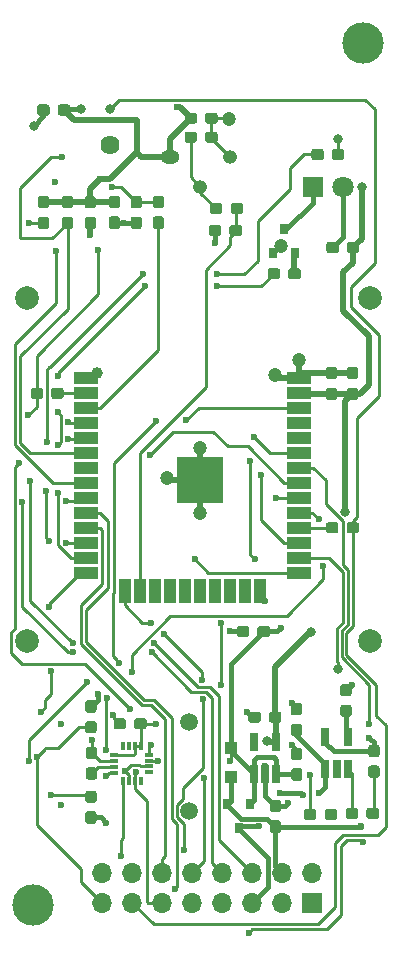
<source format=gbr>
G04 #@! TF.GenerationSoftware,KiCad,Pcbnew,6.0.0-rc1-unknown-2086226~66~ubuntu18.04.1*
G04 #@! TF.CreationDate,2018-11-28T13:28:41-06:00*
G04 #@! TF.ProjectId,liger,6c696765-722e-46b6-9963-61645f706362,rev?*
G04 #@! TF.SameCoordinates,Original*
G04 #@! TF.FileFunction,Copper,L2,Bot*
G04 #@! TF.FilePolarity,Positive*
%FSLAX46Y46*%
G04 Gerber Fmt 4.6, Leading zero omitted, Abs format (unit mm)*
G04 Created by KiCad (PCBNEW 6.0.0-rc1-unknown-2086226~66~ubuntu18.04.1) date Wed 28 Nov 2018 01:28:41 PM CST*
%MOMM*%
%LPD*%
G01*
G04 APERTURE LIST*
G04 #@! TA.AperFunction,ComponentPad*
%ADD10C,3.500000*%
G04 #@! TD*
G04 #@! TA.AperFunction,Conductor*
%ADD11C,0.100000*%
G04 #@! TD*
G04 #@! TA.AperFunction,SMDPad,CuDef*
%ADD12C,0.950000*%
G04 #@! TD*
G04 #@! TA.AperFunction,ComponentPad*
%ADD13C,2.000000*%
G04 #@! TD*
G04 #@! TA.AperFunction,ComponentPad*
%ADD14O,1.200000X1.200000*%
G04 #@! TD*
G04 #@! TA.AperFunction,ComponentPad*
%ADD15O,1.600000X1.200000*%
G04 #@! TD*
G04 #@! TA.AperFunction,SMDPad,CuDef*
%ADD16R,0.800000X0.900000*%
G04 #@! TD*
G04 #@! TA.AperFunction,ComponentPad*
%ADD17C,1.800000*%
G04 #@! TD*
G04 #@! TA.AperFunction,ComponentPad*
%ADD18R,1.800000X1.800000*%
G04 #@! TD*
G04 #@! TA.AperFunction,SMDPad,CuDef*
%ADD19R,1.000000X1.000000*%
G04 #@! TD*
G04 #@! TA.AperFunction,ComponentPad*
%ADD20R,1.700000X1.700000*%
G04 #@! TD*
G04 #@! TA.AperFunction,ComponentPad*
%ADD21O,1.700000X1.700000*%
G04 #@! TD*
G04 #@! TA.AperFunction,ComponentPad*
%ADD22C,1.500000*%
G04 #@! TD*
G04 #@! TA.AperFunction,SMDPad,CuDef*
%ADD23R,2.000000X1.000000*%
G04 #@! TD*
G04 #@! TA.AperFunction,SMDPad,CuDef*
%ADD24R,1.000000X2.000000*%
G04 #@! TD*
G04 #@! TA.AperFunction,SMDPad,CuDef*
%ADD25R,4.000000X4.000000*%
G04 #@! TD*
G04 #@! TA.AperFunction,ComponentPad*
%ADD26C,1.624000*%
G04 #@! TD*
G04 #@! TA.AperFunction,SMDPad,CuDef*
%ADD27R,0.650000X1.560000*%
G04 #@! TD*
G04 #@! TA.AperFunction,SMDPad,CuDef*
%ADD28R,0.750000X0.300000*%
G04 #@! TD*
G04 #@! TA.AperFunction,SMDPad,CuDef*
%ADD29R,0.300000X0.750000*%
G04 #@! TD*
G04 #@! TA.AperFunction,ViaPad*
%ADD30C,0.600000*%
G04 #@! TD*
G04 #@! TA.AperFunction,ViaPad*
%ADD31C,1.000000*%
G04 #@! TD*
G04 #@! TA.AperFunction,ViaPad*
%ADD32C,1.200000*%
G04 #@! TD*
G04 #@! TA.AperFunction,ViaPad*
%ADD33C,0.800000*%
G04 #@! TD*
G04 #@! TA.AperFunction,Conductor*
%ADD34C,0.400000*%
G04 #@! TD*
G04 #@! TA.AperFunction,Conductor*
%ADD35C,0.250000*%
G04 #@! TD*
G04 #@! TA.AperFunction,Conductor*
%ADD36C,0.500000*%
G04 #@! TD*
G04 APERTURE END LIST*
D10*
G04 #@! TO.P,U7,1*
G04 #@! TO.N,GND*
X133000000Y-124800000D03*
X161000000Y-51800000D03*
G04 #@! TD*
D11*
G04 #@! TO.N,Net-(D3-Pad2)*
G04 #@! TO.C,D3*
G36*
X162085779Y-116526144D02*
X162108834Y-116529563D01*
X162131443Y-116535227D01*
X162153387Y-116543079D01*
X162174457Y-116553044D01*
X162194448Y-116565026D01*
X162213168Y-116578910D01*
X162230438Y-116594562D01*
X162246090Y-116611832D01*
X162259974Y-116630552D01*
X162271956Y-116650543D01*
X162281921Y-116671613D01*
X162289773Y-116693557D01*
X162295437Y-116716166D01*
X162298856Y-116739221D01*
X162300000Y-116762500D01*
X162300000Y-117237500D01*
X162298856Y-117260779D01*
X162295437Y-117283834D01*
X162289773Y-117306443D01*
X162281921Y-117328387D01*
X162271956Y-117349457D01*
X162259974Y-117369448D01*
X162246090Y-117388168D01*
X162230438Y-117405438D01*
X162213168Y-117421090D01*
X162194448Y-117434974D01*
X162174457Y-117446956D01*
X162153387Y-117456921D01*
X162131443Y-117464773D01*
X162108834Y-117470437D01*
X162085779Y-117473856D01*
X162062500Y-117475000D01*
X161487500Y-117475000D01*
X161464221Y-117473856D01*
X161441166Y-117470437D01*
X161418557Y-117464773D01*
X161396613Y-117456921D01*
X161375543Y-117446956D01*
X161355552Y-117434974D01*
X161336832Y-117421090D01*
X161319562Y-117405438D01*
X161303910Y-117388168D01*
X161290026Y-117369448D01*
X161278044Y-117349457D01*
X161268079Y-117328387D01*
X161260227Y-117306443D01*
X161254563Y-117283834D01*
X161251144Y-117260779D01*
X161250000Y-117237500D01*
X161250000Y-116762500D01*
X161251144Y-116739221D01*
X161254563Y-116716166D01*
X161260227Y-116693557D01*
X161268079Y-116671613D01*
X161278044Y-116650543D01*
X161290026Y-116630552D01*
X161303910Y-116611832D01*
X161319562Y-116594562D01*
X161336832Y-116578910D01*
X161355552Y-116565026D01*
X161375543Y-116553044D01*
X161396613Y-116543079D01*
X161418557Y-116535227D01*
X161441166Y-116529563D01*
X161464221Y-116526144D01*
X161487500Y-116525000D01*
X162062500Y-116525000D01*
X162085779Y-116526144D01*
X162085779Y-116526144D01*
G37*
D12*
G04 #@! TD*
G04 #@! TO.P,D3,2*
G04 #@! TO.N,Net-(D3-Pad2)*
X161775000Y-117000000D03*
D11*
G04 #@! TO.N,Net-(D3-Pad1)*
G04 #@! TO.C,D3*
G36*
X160335779Y-116526144D02*
X160358834Y-116529563D01*
X160381443Y-116535227D01*
X160403387Y-116543079D01*
X160424457Y-116553044D01*
X160444448Y-116565026D01*
X160463168Y-116578910D01*
X160480438Y-116594562D01*
X160496090Y-116611832D01*
X160509974Y-116630552D01*
X160521956Y-116650543D01*
X160531921Y-116671613D01*
X160539773Y-116693557D01*
X160545437Y-116716166D01*
X160548856Y-116739221D01*
X160550000Y-116762500D01*
X160550000Y-117237500D01*
X160548856Y-117260779D01*
X160545437Y-117283834D01*
X160539773Y-117306443D01*
X160531921Y-117328387D01*
X160521956Y-117349457D01*
X160509974Y-117369448D01*
X160496090Y-117388168D01*
X160480438Y-117405438D01*
X160463168Y-117421090D01*
X160444448Y-117434974D01*
X160424457Y-117446956D01*
X160403387Y-117456921D01*
X160381443Y-117464773D01*
X160358834Y-117470437D01*
X160335779Y-117473856D01*
X160312500Y-117475000D01*
X159737500Y-117475000D01*
X159714221Y-117473856D01*
X159691166Y-117470437D01*
X159668557Y-117464773D01*
X159646613Y-117456921D01*
X159625543Y-117446956D01*
X159605552Y-117434974D01*
X159586832Y-117421090D01*
X159569562Y-117405438D01*
X159553910Y-117388168D01*
X159540026Y-117369448D01*
X159528044Y-117349457D01*
X159518079Y-117328387D01*
X159510227Y-117306443D01*
X159504563Y-117283834D01*
X159501144Y-117260779D01*
X159500000Y-117237500D01*
X159500000Y-116762500D01*
X159501144Y-116739221D01*
X159504563Y-116716166D01*
X159510227Y-116693557D01*
X159518079Y-116671613D01*
X159528044Y-116650543D01*
X159540026Y-116630552D01*
X159553910Y-116611832D01*
X159569562Y-116594562D01*
X159586832Y-116578910D01*
X159605552Y-116565026D01*
X159625543Y-116553044D01*
X159646613Y-116543079D01*
X159668557Y-116535227D01*
X159691166Y-116529563D01*
X159714221Y-116526144D01*
X159737500Y-116525000D01*
X160312500Y-116525000D01*
X160335779Y-116526144D01*
X160335779Y-116526144D01*
G37*
D12*
G04 #@! TD*
G04 #@! TO.P,D3,1*
G04 #@! TO.N,Net-(D3-Pad1)*
X160025000Y-117000000D03*
D13*
G04 #@! TO.P,U12,*
G04 #@! TO.N,*
X132550000Y-73400000D03*
X161550000Y-73400000D03*
X132550000Y-102400000D03*
X161550000Y-102400000D03*
G04 #@! TD*
D14*
G04 #@! TO.P,U7,3*
G04 #@! TO.N,GND*
X149730000Y-61400000D03*
G04 #@! TO.P,U7,2*
G04 #@! TO.N,Net-(C4-Pad1)*
X147190000Y-63940000D03*
D15*
G04 #@! TO.P,U7,1*
G04 #@! TO.N,/3V3*
X144650000Y-61400000D03*
G04 #@! TD*
D16*
G04 #@! TO.P,Q1,1*
G04 #@! TO.N,Net-(Q1-Pad1)*
X155229600Y-69529200D03*
G04 #@! TO.P,Q1,2*
G04 #@! TO.N,GND*
X153329600Y-69529200D03*
G04 #@! TO.P,Q1,3*
G04 #@! TO.N,Net-(D1-Pad1)*
X154279600Y-67529200D03*
G04 #@! TD*
D11*
G04 #@! TO.N,GND*
G04 #@! TO.C,C1*
G36*
X158553579Y-79220744D02*
X158576634Y-79224163D01*
X158599243Y-79229827D01*
X158621187Y-79237679D01*
X158642257Y-79247644D01*
X158662248Y-79259626D01*
X158680968Y-79273510D01*
X158698238Y-79289162D01*
X158713890Y-79306432D01*
X158727774Y-79325152D01*
X158739756Y-79345143D01*
X158749721Y-79366213D01*
X158757573Y-79388157D01*
X158763237Y-79410766D01*
X158766656Y-79433821D01*
X158767800Y-79457100D01*
X158767800Y-80032100D01*
X158766656Y-80055379D01*
X158763237Y-80078434D01*
X158757573Y-80101043D01*
X158749721Y-80122987D01*
X158739756Y-80144057D01*
X158727774Y-80164048D01*
X158713890Y-80182768D01*
X158698238Y-80200038D01*
X158680968Y-80215690D01*
X158662248Y-80229574D01*
X158642257Y-80241556D01*
X158621187Y-80251521D01*
X158599243Y-80259373D01*
X158576634Y-80265037D01*
X158553579Y-80268456D01*
X158530300Y-80269600D01*
X158055300Y-80269600D01*
X158032021Y-80268456D01*
X158008966Y-80265037D01*
X157986357Y-80259373D01*
X157964413Y-80251521D01*
X157943343Y-80241556D01*
X157923352Y-80229574D01*
X157904632Y-80215690D01*
X157887362Y-80200038D01*
X157871710Y-80182768D01*
X157857826Y-80164048D01*
X157845844Y-80144057D01*
X157835879Y-80122987D01*
X157828027Y-80101043D01*
X157822363Y-80078434D01*
X157818944Y-80055379D01*
X157817800Y-80032100D01*
X157817800Y-79457100D01*
X157818944Y-79433821D01*
X157822363Y-79410766D01*
X157828027Y-79388157D01*
X157835879Y-79366213D01*
X157845844Y-79345143D01*
X157857826Y-79325152D01*
X157871710Y-79306432D01*
X157887362Y-79289162D01*
X157904632Y-79273510D01*
X157923352Y-79259626D01*
X157943343Y-79247644D01*
X157964413Y-79237679D01*
X157986357Y-79229827D01*
X158008966Y-79224163D01*
X158032021Y-79220744D01*
X158055300Y-79219600D01*
X158530300Y-79219600D01*
X158553579Y-79220744D01*
X158553579Y-79220744D01*
G37*
D12*
G04 #@! TD*
G04 #@! TO.P,C1,2*
G04 #@! TO.N,GND*
X158292800Y-79744600D03*
D11*
G04 #@! TO.N,/3V3*
G04 #@! TO.C,C1*
G36*
X158553579Y-80970744D02*
X158576634Y-80974163D01*
X158599243Y-80979827D01*
X158621187Y-80987679D01*
X158642257Y-80997644D01*
X158662248Y-81009626D01*
X158680968Y-81023510D01*
X158698238Y-81039162D01*
X158713890Y-81056432D01*
X158727774Y-81075152D01*
X158739756Y-81095143D01*
X158749721Y-81116213D01*
X158757573Y-81138157D01*
X158763237Y-81160766D01*
X158766656Y-81183821D01*
X158767800Y-81207100D01*
X158767800Y-81782100D01*
X158766656Y-81805379D01*
X158763237Y-81828434D01*
X158757573Y-81851043D01*
X158749721Y-81872987D01*
X158739756Y-81894057D01*
X158727774Y-81914048D01*
X158713890Y-81932768D01*
X158698238Y-81950038D01*
X158680968Y-81965690D01*
X158662248Y-81979574D01*
X158642257Y-81991556D01*
X158621187Y-82001521D01*
X158599243Y-82009373D01*
X158576634Y-82015037D01*
X158553579Y-82018456D01*
X158530300Y-82019600D01*
X158055300Y-82019600D01*
X158032021Y-82018456D01*
X158008966Y-82015037D01*
X157986357Y-82009373D01*
X157964413Y-82001521D01*
X157943343Y-81991556D01*
X157923352Y-81979574D01*
X157904632Y-81965690D01*
X157887362Y-81950038D01*
X157871710Y-81932768D01*
X157857826Y-81914048D01*
X157845844Y-81894057D01*
X157835879Y-81872987D01*
X157828027Y-81851043D01*
X157822363Y-81828434D01*
X157818944Y-81805379D01*
X157817800Y-81782100D01*
X157817800Y-81207100D01*
X157818944Y-81183821D01*
X157822363Y-81160766D01*
X157828027Y-81138157D01*
X157835879Y-81116213D01*
X157845844Y-81095143D01*
X157857826Y-81075152D01*
X157871710Y-81056432D01*
X157887362Y-81039162D01*
X157904632Y-81023510D01*
X157923352Y-81009626D01*
X157943343Y-80997644D01*
X157964413Y-80987679D01*
X157986357Y-80979827D01*
X158008966Y-80974163D01*
X158032021Y-80970744D01*
X158055300Y-80969600D01*
X158530300Y-80969600D01*
X158553579Y-80970744D01*
X158553579Y-80970744D01*
G37*
D12*
G04 #@! TD*
G04 #@! TO.P,C1,1*
G04 #@! TO.N,/3V3*
X158292800Y-81494600D03*
D11*
G04 #@! TO.N,GND*
G04 #@! TO.C,C2*
G36*
X160331579Y-79220744D02*
X160354634Y-79224163D01*
X160377243Y-79229827D01*
X160399187Y-79237679D01*
X160420257Y-79247644D01*
X160440248Y-79259626D01*
X160458968Y-79273510D01*
X160476238Y-79289162D01*
X160491890Y-79306432D01*
X160505774Y-79325152D01*
X160517756Y-79345143D01*
X160527721Y-79366213D01*
X160535573Y-79388157D01*
X160541237Y-79410766D01*
X160544656Y-79433821D01*
X160545800Y-79457100D01*
X160545800Y-80032100D01*
X160544656Y-80055379D01*
X160541237Y-80078434D01*
X160535573Y-80101043D01*
X160527721Y-80122987D01*
X160517756Y-80144057D01*
X160505774Y-80164048D01*
X160491890Y-80182768D01*
X160476238Y-80200038D01*
X160458968Y-80215690D01*
X160440248Y-80229574D01*
X160420257Y-80241556D01*
X160399187Y-80251521D01*
X160377243Y-80259373D01*
X160354634Y-80265037D01*
X160331579Y-80268456D01*
X160308300Y-80269600D01*
X159833300Y-80269600D01*
X159810021Y-80268456D01*
X159786966Y-80265037D01*
X159764357Y-80259373D01*
X159742413Y-80251521D01*
X159721343Y-80241556D01*
X159701352Y-80229574D01*
X159682632Y-80215690D01*
X159665362Y-80200038D01*
X159649710Y-80182768D01*
X159635826Y-80164048D01*
X159623844Y-80144057D01*
X159613879Y-80122987D01*
X159606027Y-80101043D01*
X159600363Y-80078434D01*
X159596944Y-80055379D01*
X159595800Y-80032100D01*
X159595800Y-79457100D01*
X159596944Y-79433821D01*
X159600363Y-79410766D01*
X159606027Y-79388157D01*
X159613879Y-79366213D01*
X159623844Y-79345143D01*
X159635826Y-79325152D01*
X159649710Y-79306432D01*
X159665362Y-79289162D01*
X159682632Y-79273510D01*
X159701352Y-79259626D01*
X159721343Y-79247644D01*
X159742413Y-79237679D01*
X159764357Y-79229827D01*
X159786966Y-79224163D01*
X159810021Y-79220744D01*
X159833300Y-79219600D01*
X160308300Y-79219600D01*
X160331579Y-79220744D01*
X160331579Y-79220744D01*
G37*
D12*
G04 #@! TD*
G04 #@! TO.P,C2,2*
G04 #@! TO.N,GND*
X160070800Y-79744600D03*
D11*
G04 #@! TO.N,/3V3*
G04 #@! TO.C,C2*
G36*
X160331579Y-80970744D02*
X160354634Y-80974163D01*
X160377243Y-80979827D01*
X160399187Y-80987679D01*
X160420257Y-80997644D01*
X160440248Y-81009626D01*
X160458968Y-81023510D01*
X160476238Y-81039162D01*
X160491890Y-81056432D01*
X160505774Y-81075152D01*
X160517756Y-81095143D01*
X160527721Y-81116213D01*
X160535573Y-81138157D01*
X160541237Y-81160766D01*
X160544656Y-81183821D01*
X160545800Y-81207100D01*
X160545800Y-81782100D01*
X160544656Y-81805379D01*
X160541237Y-81828434D01*
X160535573Y-81851043D01*
X160527721Y-81872987D01*
X160517756Y-81894057D01*
X160505774Y-81914048D01*
X160491890Y-81932768D01*
X160476238Y-81950038D01*
X160458968Y-81965690D01*
X160440248Y-81979574D01*
X160420257Y-81991556D01*
X160399187Y-82001521D01*
X160377243Y-82009373D01*
X160354634Y-82015037D01*
X160331579Y-82018456D01*
X160308300Y-82019600D01*
X159833300Y-82019600D01*
X159810021Y-82018456D01*
X159786966Y-82015037D01*
X159764357Y-82009373D01*
X159742413Y-82001521D01*
X159721343Y-81991556D01*
X159701352Y-81979574D01*
X159682632Y-81965690D01*
X159665362Y-81950038D01*
X159649710Y-81932768D01*
X159635826Y-81914048D01*
X159623844Y-81894057D01*
X159613879Y-81872987D01*
X159606027Y-81851043D01*
X159600363Y-81828434D01*
X159596944Y-81805379D01*
X159595800Y-81782100D01*
X159595800Y-81207100D01*
X159596944Y-81183821D01*
X159600363Y-81160766D01*
X159606027Y-81138157D01*
X159613879Y-81116213D01*
X159623844Y-81095143D01*
X159635826Y-81075152D01*
X159649710Y-81056432D01*
X159665362Y-81039162D01*
X159682632Y-81023510D01*
X159701352Y-81009626D01*
X159721343Y-80997644D01*
X159742413Y-80987679D01*
X159764357Y-80979827D01*
X159786966Y-80974163D01*
X159810021Y-80970744D01*
X159833300Y-80969600D01*
X160308300Y-80969600D01*
X160331579Y-80970744D01*
X160331579Y-80970744D01*
G37*
D12*
G04 #@! TD*
G04 #@! TO.P,C2,1*
G04 #@! TO.N,/3V3*
X160070800Y-81494600D03*
D11*
G04 #@! TO.N,/3V3*
G04 #@! TO.C,C5*
G36*
X140163979Y-64717344D02*
X140187034Y-64720763D01*
X140209643Y-64726427D01*
X140231587Y-64734279D01*
X140252657Y-64744244D01*
X140272648Y-64756226D01*
X140291368Y-64770110D01*
X140308638Y-64785762D01*
X140324290Y-64803032D01*
X140338174Y-64821752D01*
X140350156Y-64841743D01*
X140360121Y-64862813D01*
X140367973Y-64884757D01*
X140373637Y-64907366D01*
X140377056Y-64930421D01*
X140378200Y-64953700D01*
X140378200Y-65528700D01*
X140377056Y-65551979D01*
X140373637Y-65575034D01*
X140367973Y-65597643D01*
X140360121Y-65619587D01*
X140350156Y-65640657D01*
X140338174Y-65660648D01*
X140324290Y-65679368D01*
X140308638Y-65696638D01*
X140291368Y-65712290D01*
X140272648Y-65726174D01*
X140252657Y-65738156D01*
X140231587Y-65748121D01*
X140209643Y-65755973D01*
X140187034Y-65761637D01*
X140163979Y-65765056D01*
X140140700Y-65766200D01*
X139665700Y-65766200D01*
X139642421Y-65765056D01*
X139619366Y-65761637D01*
X139596757Y-65755973D01*
X139574813Y-65748121D01*
X139553743Y-65738156D01*
X139533752Y-65726174D01*
X139515032Y-65712290D01*
X139497762Y-65696638D01*
X139482110Y-65679368D01*
X139468226Y-65660648D01*
X139456244Y-65640657D01*
X139446279Y-65619587D01*
X139438427Y-65597643D01*
X139432763Y-65575034D01*
X139429344Y-65551979D01*
X139428200Y-65528700D01*
X139428200Y-64953700D01*
X139429344Y-64930421D01*
X139432763Y-64907366D01*
X139438427Y-64884757D01*
X139446279Y-64862813D01*
X139456244Y-64841743D01*
X139468226Y-64821752D01*
X139482110Y-64803032D01*
X139497762Y-64785762D01*
X139515032Y-64770110D01*
X139533752Y-64756226D01*
X139553743Y-64744244D01*
X139574813Y-64734279D01*
X139596757Y-64726427D01*
X139619366Y-64720763D01*
X139642421Y-64717344D01*
X139665700Y-64716200D01*
X140140700Y-64716200D01*
X140163979Y-64717344D01*
X140163979Y-64717344D01*
G37*
D12*
G04 #@! TD*
G04 #@! TO.P,C5,1*
G04 #@! TO.N,/3V3*
X139903200Y-65241200D03*
D11*
G04 #@! TO.N,GND*
G04 #@! TO.C,C5*
G36*
X140163979Y-66467344D02*
X140187034Y-66470763D01*
X140209643Y-66476427D01*
X140231587Y-66484279D01*
X140252657Y-66494244D01*
X140272648Y-66506226D01*
X140291368Y-66520110D01*
X140308638Y-66535762D01*
X140324290Y-66553032D01*
X140338174Y-66571752D01*
X140350156Y-66591743D01*
X140360121Y-66612813D01*
X140367973Y-66634757D01*
X140373637Y-66657366D01*
X140377056Y-66680421D01*
X140378200Y-66703700D01*
X140378200Y-67278700D01*
X140377056Y-67301979D01*
X140373637Y-67325034D01*
X140367973Y-67347643D01*
X140360121Y-67369587D01*
X140350156Y-67390657D01*
X140338174Y-67410648D01*
X140324290Y-67429368D01*
X140308638Y-67446638D01*
X140291368Y-67462290D01*
X140272648Y-67476174D01*
X140252657Y-67488156D01*
X140231587Y-67498121D01*
X140209643Y-67505973D01*
X140187034Y-67511637D01*
X140163979Y-67515056D01*
X140140700Y-67516200D01*
X139665700Y-67516200D01*
X139642421Y-67515056D01*
X139619366Y-67511637D01*
X139596757Y-67505973D01*
X139574813Y-67498121D01*
X139553743Y-67488156D01*
X139533752Y-67476174D01*
X139515032Y-67462290D01*
X139497762Y-67446638D01*
X139482110Y-67429368D01*
X139468226Y-67410648D01*
X139456244Y-67390657D01*
X139446279Y-67369587D01*
X139438427Y-67347643D01*
X139432763Y-67325034D01*
X139429344Y-67301979D01*
X139428200Y-67278700D01*
X139428200Y-66703700D01*
X139429344Y-66680421D01*
X139432763Y-66657366D01*
X139438427Y-66634757D01*
X139446279Y-66612813D01*
X139456244Y-66591743D01*
X139468226Y-66571752D01*
X139482110Y-66553032D01*
X139497762Y-66535762D01*
X139515032Y-66520110D01*
X139533752Y-66506226D01*
X139553743Y-66494244D01*
X139574813Y-66484279D01*
X139596757Y-66476427D01*
X139619366Y-66470763D01*
X139642421Y-66467344D01*
X139665700Y-66466200D01*
X140140700Y-66466200D01*
X140163979Y-66467344D01*
X140163979Y-66467344D01*
G37*
D12*
G04 #@! TD*
G04 #@! TO.P,C5,2*
G04 #@! TO.N,GND*
X139903200Y-66991200D03*
D11*
G04 #@! TO.N,GND*
G04 #@! TO.C,C6*
G36*
X140671179Y-108949344D02*
X140694234Y-108952763D01*
X140716843Y-108958427D01*
X140738787Y-108966279D01*
X140759857Y-108976244D01*
X140779848Y-108988226D01*
X140798568Y-109002110D01*
X140815838Y-109017762D01*
X140831490Y-109035032D01*
X140845374Y-109053752D01*
X140857356Y-109073743D01*
X140867321Y-109094813D01*
X140875173Y-109116757D01*
X140880837Y-109139366D01*
X140884256Y-109162421D01*
X140885400Y-109185700D01*
X140885400Y-109660700D01*
X140884256Y-109683979D01*
X140880837Y-109707034D01*
X140875173Y-109729643D01*
X140867321Y-109751587D01*
X140857356Y-109772657D01*
X140845374Y-109792648D01*
X140831490Y-109811368D01*
X140815838Y-109828638D01*
X140798568Y-109844290D01*
X140779848Y-109858174D01*
X140759857Y-109870156D01*
X140738787Y-109880121D01*
X140716843Y-109887973D01*
X140694234Y-109893637D01*
X140671179Y-109897056D01*
X140647900Y-109898200D01*
X140072900Y-109898200D01*
X140049621Y-109897056D01*
X140026566Y-109893637D01*
X140003957Y-109887973D01*
X139982013Y-109880121D01*
X139960943Y-109870156D01*
X139940952Y-109858174D01*
X139922232Y-109844290D01*
X139904962Y-109828638D01*
X139889310Y-109811368D01*
X139875426Y-109792648D01*
X139863444Y-109772657D01*
X139853479Y-109751587D01*
X139845627Y-109729643D01*
X139839963Y-109707034D01*
X139836544Y-109683979D01*
X139835400Y-109660700D01*
X139835400Y-109185700D01*
X139836544Y-109162421D01*
X139839963Y-109139366D01*
X139845627Y-109116757D01*
X139853479Y-109094813D01*
X139863444Y-109073743D01*
X139875426Y-109053752D01*
X139889310Y-109035032D01*
X139904962Y-109017762D01*
X139922232Y-109002110D01*
X139940952Y-108988226D01*
X139960943Y-108976244D01*
X139982013Y-108966279D01*
X140003957Y-108958427D01*
X140026566Y-108952763D01*
X140049621Y-108949344D01*
X140072900Y-108948200D01*
X140647900Y-108948200D01*
X140671179Y-108949344D01*
X140671179Y-108949344D01*
G37*
D12*
G04 #@! TD*
G04 #@! TO.P,C6,2*
G04 #@! TO.N,GND*
X140360400Y-109423200D03*
D11*
G04 #@! TO.N,/V_IN*
G04 #@! TO.C,C6*
G36*
X142421179Y-108949344D02*
X142444234Y-108952763D01*
X142466843Y-108958427D01*
X142488787Y-108966279D01*
X142509857Y-108976244D01*
X142529848Y-108988226D01*
X142548568Y-109002110D01*
X142565838Y-109017762D01*
X142581490Y-109035032D01*
X142595374Y-109053752D01*
X142607356Y-109073743D01*
X142617321Y-109094813D01*
X142625173Y-109116757D01*
X142630837Y-109139366D01*
X142634256Y-109162421D01*
X142635400Y-109185700D01*
X142635400Y-109660700D01*
X142634256Y-109683979D01*
X142630837Y-109707034D01*
X142625173Y-109729643D01*
X142617321Y-109751587D01*
X142607356Y-109772657D01*
X142595374Y-109792648D01*
X142581490Y-109811368D01*
X142565838Y-109828638D01*
X142548568Y-109844290D01*
X142529848Y-109858174D01*
X142509857Y-109870156D01*
X142488787Y-109880121D01*
X142466843Y-109887973D01*
X142444234Y-109893637D01*
X142421179Y-109897056D01*
X142397900Y-109898200D01*
X141822900Y-109898200D01*
X141799621Y-109897056D01*
X141776566Y-109893637D01*
X141753957Y-109887973D01*
X141732013Y-109880121D01*
X141710943Y-109870156D01*
X141690952Y-109858174D01*
X141672232Y-109844290D01*
X141654962Y-109828638D01*
X141639310Y-109811368D01*
X141625426Y-109792648D01*
X141613444Y-109772657D01*
X141603479Y-109751587D01*
X141595627Y-109729643D01*
X141589963Y-109707034D01*
X141586544Y-109683979D01*
X141585400Y-109660700D01*
X141585400Y-109185700D01*
X141586544Y-109162421D01*
X141589963Y-109139366D01*
X141595627Y-109116757D01*
X141603479Y-109094813D01*
X141613444Y-109073743D01*
X141625426Y-109053752D01*
X141639310Y-109035032D01*
X141654962Y-109017762D01*
X141672232Y-109002110D01*
X141690952Y-108988226D01*
X141710943Y-108976244D01*
X141732013Y-108966279D01*
X141753957Y-108958427D01*
X141776566Y-108952763D01*
X141799621Y-108949344D01*
X141822900Y-108948200D01*
X142397900Y-108948200D01*
X142421179Y-108949344D01*
X142421179Y-108949344D01*
G37*
D12*
G04 #@! TD*
G04 #@! TO.P,C6,1*
G04 #@! TO.N,/V_IN*
X142110400Y-109423200D03*
D11*
G04 #@! TO.N,/V_IN*
G04 #@! TO.C,C7*
G36*
X155607179Y-113189344D02*
X155630234Y-113192763D01*
X155652843Y-113198427D01*
X155674787Y-113206279D01*
X155695857Y-113216244D01*
X155715848Y-113228226D01*
X155734568Y-113242110D01*
X155751838Y-113257762D01*
X155767490Y-113275032D01*
X155781374Y-113293752D01*
X155793356Y-113313743D01*
X155803321Y-113334813D01*
X155811173Y-113356757D01*
X155816837Y-113379366D01*
X155820256Y-113402421D01*
X155821400Y-113425700D01*
X155821400Y-114000700D01*
X155820256Y-114023979D01*
X155816837Y-114047034D01*
X155811173Y-114069643D01*
X155803321Y-114091587D01*
X155793356Y-114112657D01*
X155781374Y-114132648D01*
X155767490Y-114151368D01*
X155751838Y-114168638D01*
X155734568Y-114184290D01*
X155715848Y-114198174D01*
X155695857Y-114210156D01*
X155674787Y-114220121D01*
X155652843Y-114227973D01*
X155630234Y-114233637D01*
X155607179Y-114237056D01*
X155583900Y-114238200D01*
X155108900Y-114238200D01*
X155085621Y-114237056D01*
X155062566Y-114233637D01*
X155039957Y-114227973D01*
X155018013Y-114220121D01*
X154996943Y-114210156D01*
X154976952Y-114198174D01*
X154958232Y-114184290D01*
X154940962Y-114168638D01*
X154925310Y-114151368D01*
X154911426Y-114132648D01*
X154899444Y-114112657D01*
X154889479Y-114091587D01*
X154881627Y-114069643D01*
X154875963Y-114047034D01*
X154872544Y-114023979D01*
X154871400Y-114000700D01*
X154871400Y-113425700D01*
X154872544Y-113402421D01*
X154875963Y-113379366D01*
X154881627Y-113356757D01*
X154889479Y-113334813D01*
X154899444Y-113313743D01*
X154911426Y-113293752D01*
X154925310Y-113275032D01*
X154940962Y-113257762D01*
X154958232Y-113242110D01*
X154976952Y-113228226D01*
X154996943Y-113216244D01*
X155018013Y-113206279D01*
X155039957Y-113198427D01*
X155062566Y-113192763D01*
X155085621Y-113189344D01*
X155108900Y-113188200D01*
X155583900Y-113188200D01*
X155607179Y-113189344D01*
X155607179Y-113189344D01*
G37*
D12*
G04 #@! TD*
G04 #@! TO.P,C7,1*
G04 #@! TO.N,/V_IN*
X155346400Y-113713200D03*
D11*
G04 #@! TO.N,GND*
G04 #@! TO.C,C7*
G36*
X155607179Y-111439344D02*
X155630234Y-111442763D01*
X155652843Y-111448427D01*
X155674787Y-111456279D01*
X155695857Y-111466244D01*
X155715848Y-111478226D01*
X155734568Y-111492110D01*
X155751838Y-111507762D01*
X155767490Y-111525032D01*
X155781374Y-111543752D01*
X155793356Y-111563743D01*
X155803321Y-111584813D01*
X155811173Y-111606757D01*
X155816837Y-111629366D01*
X155820256Y-111652421D01*
X155821400Y-111675700D01*
X155821400Y-112250700D01*
X155820256Y-112273979D01*
X155816837Y-112297034D01*
X155811173Y-112319643D01*
X155803321Y-112341587D01*
X155793356Y-112362657D01*
X155781374Y-112382648D01*
X155767490Y-112401368D01*
X155751838Y-112418638D01*
X155734568Y-112434290D01*
X155715848Y-112448174D01*
X155695857Y-112460156D01*
X155674787Y-112470121D01*
X155652843Y-112477973D01*
X155630234Y-112483637D01*
X155607179Y-112487056D01*
X155583900Y-112488200D01*
X155108900Y-112488200D01*
X155085621Y-112487056D01*
X155062566Y-112483637D01*
X155039957Y-112477973D01*
X155018013Y-112470121D01*
X154996943Y-112460156D01*
X154976952Y-112448174D01*
X154958232Y-112434290D01*
X154940962Y-112418638D01*
X154925310Y-112401368D01*
X154911426Y-112382648D01*
X154899444Y-112362657D01*
X154889479Y-112341587D01*
X154881627Y-112319643D01*
X154875963Y-112297034D01*
X154872544Y-112273979D01*
X154871400Y-112250700D01*
X154871400Y-111675700D01*
X154872544Y-111652421D01*
X154875963Y-111629366D01*
X154881627Y-111606757D01*
X154889479Y-111584813D01*
X154899444Y-111563743D01*
X154911426Y-111543752D01*
X154925310Y-111525032D01*
X154940962Y-111507762D01*
X154958232Y-111492110D01*
X154976952Y-111478226D01*
X154996943Y-111466244D01*
X155018013Y-111456279D01*
X155039957Y-111448427D01*
X155062566Y-111442763D01*
X155085621Y-111439344D01*
X155108900Y-111438200D01*
X155583900Y-111438200D01*
X155607179Y-111439344D01*
X155607179Y-111439344D01*
G37*
D12*
G04 #@! TD*
G04 #@! TO.P,C7,2*
G04 #@! TO.N,GND*
X155346400Y-111963200D03*
D11*
G04 #@! TO.N,GND*
G04 #@! TO.C,C8*
G36*
X152089779Y-108390544D02*
X152112834Y-108393963D01*
X152135443Y-108399627D01*
X152157387Y-108407479D01*
X152178457Y-108417444D01*
X152198448Y-108429426D01*
X152217168Y-108443310D01*
X152234438Y-108458962D01*
X152250090Y-108476232D01*
X152263974Y-108494952D01*
X152275956Y-108514943D01*
X152285921Y-108536013D01*
X152293773Y-108557957D01*
X152299437Y-108580566D01*
X152302856Y-108603621D01*
X152304000Y-108626900D01*
X152304000Y-109101900D01*
X152302856Y-109125179D01*
X152299437Y-109148234D01*
X152293773Y-109170843D01*
X152285921Y-109192787D01*
X152275956Y-109213857D01*
X152263974Y-109233848D01*
X152250090Y-109252568D01*
X152234438Y-109269838D01*
X152217168Y-109285490D01*
X152198448Y-109299374D01*
X152178457Y-109311356D01*
X152157387Y-109321321D01*
X152135443Y-109329173D01*
X152112834Y-109334837D01*
X152089779Y-109338256D01*
X152066500Y-109339400D01*
X151491500Y-109339400D01*
X151468221Y-109338256D01*
X151445166Y-109334837D01*
X151422557Y-109329173D01*
X151400613Y-109321321D01*
X151379543Y-109311356D01*
X151359552Y-109299374D01*
X151340832Y-109285490D01*
X151323562Y-109269838D01*
X151307910Y-109252568D01*
X151294026Y-109233848D01*
X151282044Y-109213857D01*
X151272079Y-109192787D01*
X151264227Y-109170843D01*
X151258563Y-109148234D01*
X151255144Y-109125179D01*
X151254000Y-109101900D01*
X151254000Y-108626900D01*
X151255144Y-108603621D01*
X151258563Y-108580566D01*
X151264227Y-108557957D01*
X151272079Y-108536013D01*
X151282044Y-108514943D01*
X151294026Y-108494952D01*
X151307910Y-108476232D01*
X151323562Y-108458962D01*
X151340832Y-108443310D01*
X151359552Y-108429426D01*
X151379543Y-108417444D01*
X151400613Y-108407479D01*
X151422557Y-108399627D01*
X151445166Y-108393963D01*
X151468221Y-108390544D01*
X151491500Y-108389400D01*
X152066500Y-108389400D01*
X152089779Y-108390544D01*
X152089779Y-108390544D01*
G37*
D12*
G04 #@! TD*
G04 #@! TO.P,C8,2*
G04 #@! TO.N,GND*
X151779000Y-108864400D03*
D11*
G04 #@! TO.N,/3V3*
G04 #@! TO.C,C8*
G36*
X153839779Y-108390544D02*
X153862834Y-108393963D01*
X153885443Y-108399627D01*
X153907387Y-108407479D01*
X153928457Y-108417444D01*
X153948448Y-108429426D01*
X153967168Y-108443310D01*
X153984438Y-108458962D01*
X154000090Y-108476232D01*
X154013974Y-108494952D01*
X154025956Y-108514943D01*
X154035921Y-108536013D01*
X154043773Y-108557957D01*
X154049437Y-108580566D01*
X154052856Y-108603621D01*
X154054000Y-108626900D01*
X154054000Y-109101900D01*
X154052856Y-109125179D01*
X154049437Y-109148234D01*
X154043773Y-109170843D01*
X154035921Y-109192787D01*
X154025956Y-109213857D01*
X154013974Y-109233848D01*
X154000090Y-109252568D01*
X153984438Y-109269838D01*
X153967168Y-109285490D01*
X153948448Y-109299374D01*
X153928457Y-109311356D01*
X153907387Y-109321321D01*
X153885443Y-109329173D01*
X153862834Y-109334837D01*
X153839779Y-109338256D01*
X153816500Y-109339400D01*
X153241500Y-109339400D01*
X153218221Y-109338256D01*
X153195166Y-109334837D01*
X153172557Y-109329173D01*
X153150613Y-109321321D01*
X153129543Y-109311356D01*
X153109552Y-109299374D01*
X153090832Y-109285490D01*
X153073562Y-109269838D01*
X153057910Y-109252568D01*
X153044026Y-109233848D01*
X153032044Y-109213857D01*
X153022079Y-109192787D01*
X153014227Y-109170843D01*
X153008563Y-109148234D01*
X153005144Y-109125179D01*
X153004000Y-109101900D01*
X153004000Y-108626900D01*
X153005144Y-108603621D01*
X153008563Y-108580566D01*
X153014227Y-108557957D01*
X153022079Y-108536013D01*
X153032044Y-108514943D01*
X153044026Y-108494952D01*
X153057910Y-108476232D01*
X153073562Y-108458962D01*
X153090832Y-108443310D01*
X153109552Y-108429426D01*
X153129543Y-108417444D01*
X153150613Y-108407479D01*
X153172557Y-108399627D01*
X153195166Y-108393963D01*
X153218221Y-108390544D01*
X153241500Y-108389400D01*
X153816500Y-108389400D01*
X153839779Y-108390544D01*
X153839779Y-108390544D01*
G37*
D12*
G04 #@! TD*
G04 #@! TO.P,C8,1*
G04 #@! TO.N,/3V3*
X153529000Y-108864400D03*
D11*
G04 #@! TO.N,GND*
G04 #@! TO.C,C9*
G36*
X155581779Y-107668744D02*
X155604834Y-107672163D01*
X155627443Y-107677827D01*
X155649387Y-107685679D01*
X155670457Y-107695644D01*
X155690448Y-107707626D01*
X155709168Y-107721510D01*
X155726438Y-107737162D01*
X155742090Y-107754432D01*
X155755974Y-107773152D01*
X155767956Y-107793143D01*
X155777921Y-107814213D01*
X155785773Y-107836157D01*
X155791437Y-107858766D01*
X155794856Y-107881821D01*
X155796000Y-107905100D01*
X155796000Y-108480100D01*
X155794856Y-108503379D01*
X155791437Y-108526434D01*
X155785773Y-108549043D01*
X155777921Y-108570987D01*
X155767956Y-108592057D01*
X155755974Y-108612048D01*
X155742090Y-108630768D01*
X155726438Y-108648038D01*
X155709168Y-108663690D01*
X155690448Y-108677574D01*
X155670457Y-108689556D01*
X155649387Y-108699521D01*
X155627443Y-108707373D01*
X155604834Y-108713037D01*
X155581779Y-108716456D01*
X155558500Y-108717600D01*
X155083500Y-108717600D01*
X155060221Y-108716456D01*
X155037166Y-108713037D01*
X155014557Y-108707373D01*
X154992613Y-108699521D01*
X154971543Y-108689556D01*
X154951552Y-108677574D01*
X154932832Y-108663690D01*
X154915562Y-108648038D01*
X154899910Y-108630768D01*
X154886026Y-108612048D01*
X154874044Y-108592057D01*
X154864079Y-108570987D01*
X154856227Y-108549043D01*
X154850563Y-108526434D01*
X154847144Y-108503379D01*
X154846000Y-108480100D01*
X154846000Y-107905100D01*
X154847144Y-107881821D01*
X154850563Y-107858766D01*
X154856227Y-107836157D01*
X154864079Y-107814213D01*
X154874044Y-107793143D01*
X154886026Y-107773152D01*
X154899910Y-107754432D01*
X154915562Y-107737162D01*
X154932832Y-107721510D01*
X154951552Y-107707626D01*
X154971543Y-107695644D01*
X154992613Y-107685679D01*
X155014557Y-107677827D01*
X155037166Y-107672163D01*
X155060221Y-107668744D01*
X155083500Y-107667600D01*
X155558500Y-107667600D01*
X155581779Y-107668744D01*
X155581779Y-107668744D01*
G37*
D12*
G04 #@! TD*
G04 #@! TO.P,C9,2*
G04 #@! TO.N,GND*
X155321000Y-108192600D03*
D11*
G04 #@! TO.N,/V_BAT*
G04 #@! TO.C,C9*
G36*
X155581779Y-109418744D02*
X155604834Y-109422163D01*
X155627443Y-109427827D01*
X155649387Y-109435679D01*
X155670457Y-109445644D01*
X155690448Y-109457626D01*
X155709168Y-109471510D01*
X155726438Y-109487162D01*
X155742090Y-109504432D01*
X155755974Y-109523152D01*
X155767956Y-109543143D01*
X155777921Y-109564213D01*
X155785773Y-109586157D01*
X155791437Y-109608766D01*
X155794856Y-109631821D01*
X155796000Y-109655100D01*
X155796000Y-110230100D01*
X155794856Y-110253379D01*
X155791437Y-110276434D01*
X155785773Y-110299043D01*
X155777921Y-110320987D01*
X155767956Y-110342057D01*
X155755974Y-110362048D01*
X155742090Y-110380768D01*
X155726438Y-110398038D01*
X155709168Y-110413690D01*
X155690448Y-110427574D01*
X155670457Y-110439556D01*
X155649387Y-110449521D01*
X155627443Y-110457373D01*
X155604834Y-110463037D01*
X155581779Y-110466456D01*
X155558500Y-110467600D01*
X155083500Y-110467600D01*
X155060221Y-110466456D01*
X155037166Y-110463037D01*
X155014557Y-110457373D01*
X154992613Y-110449521D01*
X154971543Y-110439556D01*
X154951552Y-110427574D01*
X154932832Y-110413690D01*
X154915562Y-110398038D01*
X154899910Y-110380768D01*
X154886026Y-110362048D01*
X154874044Y-110342057D01*
X154864079Y-110320987D01*
X154856227Y-110299043D01*
X154850563Y-110276434D01*
X154847144Y-110253379D01*
X154846000Y-110230100D01*
X154846000Y-109655100D01*
X154847144Y-109631821D01*
X154850563Y-109608766D01*
X154856227Y-109586157D01*
X154864079Y-109564213D01*
X154874044Y-109543143D01*
X154886026Y-109523152D01*
X154899910Y-109504432D01*
X154915562Y-109487162D01*
X154932832Y-109471510D01*
X154951552Y-109457626D01*
X154971543Y-109445644D01*
X154992613Y-109435679D01*
X155014557Y-109427827D01*
X155037166Y-109422163D01*
X155060221Y-109418744D01*
X155083500Y-109417600D01*
X155558500Y-109417600D01*
X155581779Y-109418744D01*
X155581779Y-109418744D01*
G37*
D12*
G04 #@! TD*
G04 #@! TO.P,C9,1*
G04 #@! TO.N,/V_BAT*
X155321000Y-109942600D03*
D11*
G04 #@! TO.N,/3V3*
G04 #@! TO.C,C10*
G36*
X138131979Y-64742744D02*
X138155034Y-64746163D01*
X138177643Y-64751827D01*
X138199587Y-64759679D01*
X138220657Y-64769644D01*
X138240648Y-64781626D01*
X138259368Y-64795510D01*
X138276638Y-64811162D01*
X138292290Y-64828432D01*
X138306174Y-64847152D01*
X138318156Y-64867143D01*
X138328121Y-64888213D01*
X138335973Y-64910157D01*
X138341637Y-64932766D01*
X138345056Y-64955821D01*
X138346200Y-64979100D01*
X138346200Y-65554100D01*
X138345056Y-65577379D01*
X138341637Y-65600434D01*
X138335973Y-65623043D01*
X138328121Y-65644987D01*
X138318156Y-65666057D01*
X138306174Y-65686048D01*
X138292290Y-65704768D01*
X138276638Y-65722038D01*
X138259368Y-65737690D01*
X138240648Y-65751574D01*
X138220657Y-65763556D01*
X138199587Y-65773521D01*
X138177643Y-65781373D01*
X138155034Y-65787037D01*
X138131979Y-65790456D01*
X138108700Y-65791600D01*
X137633700Y-65791600D01*
X137610421Y-65790456D01*
X137587366Y-65787037D01*
X137564757Y-65781373D01*
X137542813Y-65773521D01*
X137521743Y-65763556D01*
X137501752Y-65751574D01*
X137483032Y-65737690D01*
X137465762Y-65722038D01*
X137450110Y-65704768D01*
X137436226Y-65686048D01*
X137424244Y-65666057D01*
X137414279Y-65644987D01*
X137406427Y-65623043D01*
X137400763Y-65600434D01*
X137397344Y-65577379D01*
X137396200Y-65554100D01*
X137396200Y-64979100D01*
X137397344Y-64955821D01*
X137400763Y-64932766D01*
X137406427Y-64910157D01*
X137414279Y-64888213D01*
X137424244Y-64867143D01*
X137436226Y-64847152D01*
X137450110Y-64828432D01*
X137465762Y-64811162D01*
X137483032Y-64795510D01*
X137501752Y-64781626D01*
X137521743Y-64769644D01*
X137542813Y-64759679D01*
X137564757Y-64751827D01*
X137587366Y-64746163D01*
X137610421Y-64742744D01*
X137633700Y-64741600D01*
X138108700Y-64741600D01*
X138131979Y-64742744D01*
X138131979Y-64742744D01*
G37*
D12*
G04 #@! TD*
G04 #@! TO.P,C10,1*
G04 #@! TO.N,/3V3*
X137871200Y-65266600D03*
D11*
G04 #@! TO.N,GND*
G04 #@! TO.C,C10*
G36*
X138131979Y-66492744D02*
X138155034Y-66496163D01*
X138177643Y-66501827D01*
X138199587Y-66509679D01*
X138220657Y-66519644D01*
X138240648Y-66531626D01*
X138259368Y-66545510D01*
X138276638Y-66561162D01*
X138292290Y-66578432D01*
X138306174Y-66597152D01*
X138318156Y-66617143D01*
X138328121Y-66638213D01*
X138335973Y-66660157D01*
X138341637Y-66682766D01*
X138345056Y-66705821D01*
X138346200Y-66729100D01*
X138346200Y-67304100D01*
X138345056Y-67327379D01*
X138341637Y-67350434D01*
X138335973Y-67373043D01*
X138328121Y-67394987D01*
X138318156Y-67416057D01*
X138306174Y-67436048D01*
X138292290Y-67454768D01*
X138276638Y-67472038D01*
X138259368Y-67487690D01*
X138240648Y-67501574D01*
X138220657Y-67513556D01*
X138199587Y-67523521D01*
X138177643Y-67531373D01*
X138155034Y-67537037D01*
X138131979Y-67540456D01*
X138108700Y-67541600D01*
X137633700Y-67541600D01*
X137610421Y-67540456D01*
X137587366Y-67537037D01*
X137564757Y-67531373D01*
X137542813Y-67523521D01*
X137521743Y-67513556D01*
X137501752Y-67501574D01*
X137483032Y-67487690D01*
X137465762Y-67472038D01*
X137450110Y-67454768D01*
X137436226Y-67436048D01*
X137424244Y-67416057D01*
X137414279Y-67394987D01*
X137406427Y-67373043D01*
X137400763Y-67350434D01*
X137397344Y-67327379D01*
X137396200Y-67304100D01*
X137396200Y-66729100D01*
X137397344Y-66705821D01*
X137400763Y-66682766D01*
X137406427Y-66660157D01*
X137414279Y-66638213D01*
X137424244Y-66617143D01*
X137436226Y-66597152D01*
X137450110Y-66578432D01*
X137465762Y-66561162D01*
X137483032Y-66545510D01*
X137501752Y-66531626D01*
X137521743Y-66519644D01*
X137542813Y-66509679D01*
X137564757Y-66501827D01*
X137587366Y-66496163D01*
X137610421Y-66492744D01*
X137633700Y-66491600D01*
X138108700Y-66491600D01*
X138131979Y-66492744D01*
X138131979Y-66492744D01*
G37*
D12*
G04 #@! TD*
G04 #@! TO.P,C10,2*
G04 #@! TO.N,GND*
X137871200Y-67016600D03*
D11*
G04 #@! TO.N,/3V3*
G04 #@! TO.C,C11*
G36*
X135958179Y-56980944D02*
X135981234Y-56984363D01*
X136003843Y-56990027D01*
X136025787Y-56997879D01*
X136046857Y-57007844D01*
X136066848Y-57019826D01*
X136085568Y-57033710D01*
X136102838Y-57049362D01*
X136118490Y-57066632D01*
X136132374Y-57085352D01*
X136144356Y-57105343D01*
X136154321Y-57126413D01*
X136162173Y-57148357D01*
X136167837Y-57170966D01*
X136171256Y-57194021D01*
X136172400Y-57217300D01*
X136172400Y-57692300D01*
X136171256Y-57715579D01*
X136167837Y-57738634D01*
X136162173Y-57761243D01*
X136154321Y-57783187D01*
X136144356Y-57804257D01*
X136132374Y-57824248D01*
X136118490Y-57842968D01*
X136102838Y-57860238D01*
X136085568Y-57875890D01*
X136066848Y-57889774D01*
X136046857Y-57901756D01*
X136025787Y-57911721D01*
X136003843Y-57919573D01*
X135981234Y-57925237D01*
X135958179Y-57928656D01*
X135934900Y-57929800D01*
X135359900Y-57929800D01*
X135336621Y-57928656D01*
X135313566Y-57925237D01*
X135290957Y-57919573D01*
X135269013Y-57911721D01*
X135247943Y-57901756D01*
X135227952Y-57889774D01*
X135209232Y-57875890D01*
X135191962Y-57860238D01*
X135176310Y-57842968D01*
X135162426Y-57824248D01*
X135150444Y-57804257D01*
X135140479Y-57783187D01*
X135132627Y-57761243D01*
X135126963Y-57738634D01*
X135123544Y-57715579D01*
X135122400Y-57692300D01*
X135122400Y-57217300D01*
X135123544Y-57194021D01*
X135126963Y-57170966D01*
X135132627Y-57148357D01*
X135140479Y-57126413D01*
X135150444Y-57105343D01*
X135162426Y-57085352D01*
X135176310Y-57066632D01*
X135191962Y-57049362D01*
X135209232Y-57033710D01*
X135227952Y-57019826D01*
X135247943Y-57007844D01*
X135269013Y-56997879D01*
X135290957Y-56990027D01*
X135313566Y-56984363D01*
X135336621Y-56980944D01*
X135359900Y-56979800D01*
X135934900Y-56979800D01*
X135958179Y-56980944D01*
X135958179Y-56980944D01*
G37*
D12*
G04 #@! TD*
G04 #@! TO.P,C11,1*
G04 #@! TO.N,/3V3*
X135647400Y-57454800D03*
D11*
G04 #@! TO.N,GND*
G04 #@! TO.C,C11*
G36*
X134208179Y-56980944D02*
X134231234Y-56984363D01*
X134253843Y-56990027D01*
X134275787Y-56997879D01*
X134296857Y-57007844D01*
X134316848Y-57019826D01*
X134335568Y-57033710D01*
X134352838Y-57049362D01*
X134368490Y-57066632D01*
X134382374Y-57085352D01*
X134394356Y-57105343D01*
X134404321Y-57126413D01*
X134412173Y-57148357D01*
X134417837Y-57170966D01*
X134421256Y-57194021D01*
X134422400Y-57217300D01*
X134422400Y-57692300D01*
X134421256Y-57715579D01*
X134417837Y-57738634D01*
X134412173Y-57761243D01*
X134404321Y-57783187D01*
X134394356Y-57804257D01*
X134382374Y-57824248D01*
X134368490Y-57842968D01*
X134352838Y-57860238D01*
X134335568Y-57875890D01*
X134316848Y-57889774D01*
X134296857Y-57901756D01*
X134275787Y-57911721D01*
X134253843Y-57919573D01*
X134231234Y-57925237D01*
X134208179Y-57928656D01*
X134184900Y-57929800D01*
X133609900Y-57929800D01*
X133586621Y-57928656D01*
X133563566Y-57925237D01*
X133540957Y-57919573D01*
X133519013Y-57911721D01*
X133497943Y-57901756D01*
X133477952Y-57889774D01*
X133459232Y-57875890D01*
X133441962Y-57860238D01*
X133426310Y-57842968D01*
X133412426Y-57824248D01*
X133400444Y-57804257D01*
X133390479Y-57783187D01*
X133382627Y-57761243D01*
X133376963Y-57738634D01*
X133373544Y-57715579D01*
X133372400Y-57692300D01*
X133372400Y-57217300D01*
X133373544Y-57194021D01*
X133376963Y-57170966D01*
X133382627Y-57148357D01*
X133390479Y-57126413D01*
X133400444Y-57105343D01*
X133412426Y-57085352D01*
X133426310Y-57066632D01*
X133441962Y-57049362D01*
X133459232Y-57033710D01*
X133477952Y-57019826D01*
X133497943Y-57007844D01*
X133519013Y-56997879D01*
X133540957Y-56990027D01*
X133563566Y-56984363D01*
X133586621Y-56980944D01*
X133609900Y-56979800D01*
X134184900Y-56979800D01*
X134208179Y-56980944D01*
X134208179Y-56980944D01*
G37*
D12*
G04 #@! TD*
G04 #@! TO.P,C11,2*
G04 #@! TO.N,GND*
X133897400Y-57454800D03*
D11*
G04 #@! TO.N,GND*
G04 #@! TO.C,C12*
G36*
X151110779Y-101126144D02*
X151133834Y-101129563D01*
X151156443Y-101135227D01*
X151178387Y-101143079D01*
X151199457Y-101153044D01*
X151219448Y-101165026D01*
X151238168Y-101178910D01*
X151255438Y-101194562D01*
X151271090Y-101211832D01*
X151284974Y-101230552D01*
X151296956Y-101250543D01*
X151306921Y-101271613D01*
X151314773Y-101293557D01*
X151320437Y-101316166D01*
X151323856Y-101339221D01*
X151325000Y-101362500D01*
X151325000Y-101837500D01*
X151323856Y-101860779D01*
X151320437Y-101883834D01*
X151314773Y-101906443D01*
X151306921Y-101928387D01*
X151296956Y-101949457D01*
X151284974Y-101969448D01*
X151271090Y-101988168D01*
X151255438Y-102005438D01*
X151238168Y-102021090D01*
X151219448Y-102034974D01*
X151199457Y-102046956D01*
X151178387Y-102056921D01*
X151156443Y-102064773D01*
X151133834Y-102070437D01*
X151110779Y-102073856D01*
X151087500Y-102075000D01*
X150512500Y-102075000D01*
X150489221Y-102073856D01*
X150466166Y-102070437D01*
X150443557Y-102064773D01*
X150421613Y-102056921D01*
X150400543Y-102046956D01*
X150380552Y-102034974D01*
X150361832Y-102021090D01*
X150344562Y-102005438D01*
X150328910Y-101988168D01*
X150315026Y-101969448D01*
X150303044Y-101949457D01*
X150293079Y-101928387D01*
X150285227Y-101906443D01*
X150279563Y-101883834D01*
X150276144Y-101860779D01*
X150275000Y-101837500D01*
X150275000Y-101362500D01*
X150276144Y-101339221D01*
X150279563Y-101316166D01*
X150285227Y-101293557D01*
X150293079Y-101271613D01*
X150303044Y-101250543D01*
X150315026Y-101230552D01*
X150328910Y-101211832D01*
X150344562Y-101194562D01*
X150361832Y-101178910D01*
X150380552Y-101165026D01*
X150400543Y-101153044D01*
X150421613Y-101143079D01*
X150443557Y-101135227D01*
X150466166Y-101129563D01*
X150489221Y-101126144D01*
X150512500Y-101125000D01*
X151087500Y-101125000D01*
X151110779Y-101126144D01*
X151110779Y-101126144D01*
G37*
D12*
G04 #@! TD*
G04 #@! TO.P,C12,1*
G04 #@! TO.N,GND*
X150800000Y-101600000D03*
D11*
G04 #@! TO.N,/V_IN*
G04 #@! TO.C,C12*
G36*
X152860779Y-101126144D02*
X152883834Y-101129563D01*
X152906443Y-101135227D01*
X152928387Y-101143079D01*
X152949457Y-101153044D01*
X152969448Y-101165026D01*
X152988168Y-101178910D01*
X153005438Y-101194562D01*
X153021090Y-101211832D01*
X153034974Y-101230552D01*
X153046956Y-101250543D01*
X153056921Y-101271613D01*
X153064773Y-101293557D01*
X153070437Y-101316166D01*
X153073856Y-101339221D01*
X153075000Y-101362500D01*
X153075000Y-101837500D01*
X153073856Y-101860779D01*
X153070437Y-101883834D01*
X153064773Y-101906443D01*
X153056921Y-101928387D01*
X153046956Y-101949457D01*
X153034974Y-101969448D01*
X153021090Y-101988168D01*
X153005438Y-102005438D01*
X152988168Y-102021090D01*
X152969448Y-102034974D01*
X152949457Y-102046956D01*
X152928387Y-102056921D01*
X152906443Y-102064773D01*
X152883834Y-102070437D01*
X152860779Y-102073856D01*
X152837500Y-102075000D01*
X152262500Y-102075000D01*
X152239221Y-102073856D01*
X152216166Y-102070437D01*
X152193557Y-102064773D01*
X152171613Y-102056921D01*
X152150543Y-102046956D01*
X152130552Y-102034974D01*
X152111832Y-102021090D01*
X152094562Y-102005438D01*
X152078910Y-101988168D01*
X152065026Y-101969448D01*
X152053044Y-101949457D01*
X152043079Y-101928387D01*
X152035227Y-101906443D01*
X152029563Y-101883834D01*
X152026144Y-101860779D01*
X152025000Y-101837500D01*
X152025000Y-101362500D01*
X152026144Y-101339221D01*
X152029563Y-101316166D01*
X152035227Y-101293557D01*
X152043079Y-101271613D01*
X152053044Y-101250543D01*
X152065026Y-101230552D01*
X152078910Y-101211832D01*
X152094562Y-101194562D01*
X152111832Y-101178910D01*
X152130552Y-101165026D01*
X152150543Y-101153044D01*
X152171613Y-101143079D01*
X152193557Y-101135227D01*
X152216166Y-101129563D01*
X152239221Y-101126144D01*
X152262500Y-101125000D01*
X152837500Y-101125000D01*
X152860779Y-101126144D01*
X152860779Y-101126144D01*
G37*
D12*
G04 #@! TD*
G04 #@! TO.P,C12,2*
G04 #@! TO.N,/V_IN*
X152550000Y-101600000D03*
D17*
G04 #@! TO.P,D1,2*
G04 #@! TO.N,Net-(D1-Pad2)*
X159232600Y-64008000D03*
D18*
G04 #@! TO.P,D1,1*
G04 #@! TO.N,Net-(D1-Pad1)*
X156692600Y-64008000D03*
G04 #@! TD*
D19*
G04 #@! TO.P,D6,2*
G04 #@! TO.N,/V_USB*
X149783800Y-113949800D03*
G04 #@! TO.P,D6,1*
G04 #@! TO.N,/V_IN*
X149783800Y-111449800D03*
G04 #@! TD*
D20*
G04 #@! TO.P,J1,1*
G04 #@! TO.N,GND*
X156667200Y-124587000D03*
D21*
G04 #@! TO.P,J1,2*
X156667200Y-122047000D03*
G04 #@! TO.P,J1,3*
X154127200Y-124587000D03*
G04 #@! TO.P,J1,4*
G04 #@! TO.N,/V_USB*
X154127200Y-122047000D03*
G04 #@! TO.P,J1,5*
G04 #@! TO.N,/V_BAT*
X151587200Y-124587000D03*
G04 #@! TO.P,J1,6*
G04 #@! TO.N,/TXD*
X151587200Y-122047000D03*
G04 #@! TO.P,J1,7*
G04 #@! TO.N,/3V3*
X149047200Y-124587000D03*
G04 #@! TO.P,J1,8*
G04 #@! TO.N,/RXD*
X149047200Y-122047000D03*
G04 #@! TO.P,J1,9*
G04 #@! TO.N,/ZERO_DETECT*
X146507200Y-124587000D03*
G04 #@! TO.P,J1,10*
G04 #@! TO.N,/RELAY_4*
X146507200Y-122047000D03*
G04 #@! TO.P,J1,11*
G04 #@! TO.N,/I2S_WS*
X143967200Y-124587000D03*
G04 #@! TO.P,J1,12*
G04 #@! TO.N,/RELAY_3*
X143967200Y-122047000D03*
G04 #@! TO.P,J1,13*
G04 #@! TO.N,/I2S_BCLK*
X141427200Y-124587000D03*
G04 #@! TO.P,J1,14*
G04 #@! TO.N,/RELAY_2*
X141427200Y-122047000D03*
G04 #@! TO.P,J1,15*
G04 #@! TO.N,/PROG*
X138887200Y-124587000D03*
G04 #@! TO.P,J1,16*
G04 #@! TO.N,/RELAY_1*
X138887200Y-122047000D03*
G04 #@! TD*
D22*
G04 #@! TO.P,LS1,1*
G04 #@! TO.N,Net-(LS1-Pad1)*
X146253200Y-116828400D03*
G04 #@! TO.P,LS1,2*
G04 #@! TO.N,Net-(LS1-Pad2)*
X146253200Y-109228400D03*
G04 #@! TD*
D16*
G04 #@! TO.P,Q4,3*
G04 #@! TO.N,/V_BAT*
X150418800Y-118246400D03*
G04 #@! TO.P,Q4,2*
G04 #@! TO.N,/V_IN*
X151368800Y-116246400D03*
G04 #@! TO.P,Q4,1*
G04 #@! TO.N,/V_USB*
X149468800Y-116246400D03*
G04 #@! TD*
D11*
G04 #@! TO.N,Net-(R1-Pad1)*
G04 #@! TO.C,R1*
G36*
X158660779Y-92356144D02*
X158683834Y-92359563D01*
X158706443Y-92365227D01*
X158728387Y-92373079D01*
X158749457Y-92383044D01*
X158769448Y-92395026D01*
X158788168Y-92408910D01*
X158805438Y-92424562D01*
X158821090Y-92441832D01*
X158834974Y-92460552D01*
X158846956Y-92480543D01*
X158856921Y-92501613D01*
X158864773Y-92523557D01*
X158870437Y-92546166D01*
X158873856Y-92569221D01*
X158875000Y-92592500D01*
X158875000Y-93067500D01*
X158873856Y-93090779D01*
X158870437Y-93113834D01*
X158864773Y-93136443D01*
X158856921Y-93158387D01*
X158846956Y-93179457D01*
X158834974Y-93199448D01*
X158821090Y-93218168D01*
X158805438Y-93235438D01*
X158788168Y-93251090D01*
X158769448Y-93264974D01*
X158749457Y-93276956D01*
X158728387Y-93286921D01*
X158706443Y-93294773D01*
X158683834Y-93300437D01*
X158660779Y-93303856D01*
X158637500Y-93305000D01*
X158062500Y-93305000D01*
X158039221Y-93303856D01*
X158016166Y-93300437D01*
X157993557Y-93294773D01*
X157971613Y-93286921D01*
X157950543Y-93276956D01*
X157930552Y-93264974D01*
X157911832Y-93251090D01*
X157894562Y-93235438D01*
X157878910Y-93218168D01*
X157865026Y-93199448D01*
X157853044Y-93179457D01*
X157843079Y-93158387D01*
X157835227Y-93136443D01*
X157829563Y-93113834D01*
X157826144Y-93090779D01*
X157825000Y-93067500D01*
X157825000Y-92592500D01*
X157826144Y-92569221D01*
X157829563Y-92546166D01*
X157835227Y-92523557D01*
X157843079Y-92501613D01*
X157853044Y-92480543D01*
X157865026Y-92460552D01*
X157878910Y-92441832D01*
X157894562Y-92424562D01*
X157911832Y-92408910D01*
X157930552Y-92395026D01*
X157950543Y-92383044D01*
X157971613Y-92373079D01*
X157993557Y-92365227D01*
X158016166Y-92359563D01*
X158039221Y-92356144D01*
X158062500Y-92355000D01*
X158637500Y-92355000D01*
X158660779Y-92356144D01*
X158660779Y-92356144D01*
G37*
D12*
G04 #@! TD*
G04 #@! TO.P,R1,1*
G04 #@! TO.N,Net-(R1-Pad1)*
X158350000Y-92830000D03*
D11*
G04 #@! TO.N,/I2S_BCLK*
G04 #@! TO.C,R1*
G36*
X160410779Y-92356144D02*
X160433834Y-92359563D01*
X160456443Y-92365227D01*
X160478387Y-92373079D01*
X160499457Y-92383044D01*
X160519448Y-92395026D01*
X160538168Y-92408910D01*
X160555438Y-92424562D01*
X160571090Y-92441832D01*
X160584974Y-92460552D01*
X160596956Y-92480543D01*
X160606921Y-92501613D01*
X160614773Y-92523557D01*
X160620437Y-92546166D01*
X160623856Y-92569221D01*
X160625000Y-92592500D01*
X160625000Y-93067500D01*
X160623856Y-93090779D01*
X160620437Y-93113834D01*
X160614773Y-93136443D01*
X160606921Y-93158387D01*
X160596956Y-93179457D01*
X160584974Y-93199448D01*
X160571090Y-93218168D01*
X160555438Y-93235438D01*
X160538168Y-93251090D01*
X160519448Y-93264974D01*
X160499457Y-93276956D01*
X160478387Y-93286921D01*
X160456443Y-93294773D01*
X160433834Y-93300437D01*
X160410779Y-93303856D01*
X160387500Y-93305000D01*
X159812500Y-93305000D01*
X159789221Y-93303856D01*
X159766166Y-93300437D01*
X159743557Y-93294773D01*
X159721613Y-93286921D01*
X159700543Y-93276956D01*
X159680552Y-93264974D01*
X159661832Y-93251090D01*
X159644562Y-93235438D01*
X159628910Y-93218168D01*
X159615026Y-93199448D01*
X159603044Y-93179457D01*
X159593079Y-93158387D01*
X159585227Y-93136443D01*
X159579563Y-93113834D01*
X159576144Y-93090779D01*
X159575000Y-93067500D01*
X159575000Y-92592500D01*
X159576144Y-92569221D01*
X159579563Y-92546166D01*
X159585227Y-92523557D01*
X159593079Y-92501613D01*
X159603044Y-92480543D01*
X159615026Y-92460552D01*
X159628910Y-92441832D01*
X159644562Y-92424562D01*
X159661832Y-92408910D01*
X159680552Y-92395026D01*
X159700543Y-92383044D01*
X159721613Y-92373079D01*
X159743557Y-92365227D01*
X159766166Y-92359563D01*
X159789221Y-92356144D01*
X159812500Y-92355000D01*
X160387500Y-92355000D01*
X160410779Y-92356144D01*
X160410779Y-92356144D01*
G37*
D12*
G04 #@! TD*
G04 #@! TO.P,R1,2*
G04 #@! TO.N,/I2S_BCLK*
X160100000Y-92830000D03*
D11*
G04 #@! TO.N,/SCL*
G04 #@! TO.C,R2*
G36*
X136201579Y-66492744D02*
X136224634Y-66496163D01*
X136247243Y-66501827D01*
X136269187Y-66509679D01*
X136290257Y-66519644D01*
X136310248Y-66531626D01*
X136328968Y-66545510D01*
X136346238Y-66561162D01*
X136361890Y-66578432D01*
X136375774Y-66597152D01*
X136387756Y-66617143D01*
X136397721Y-66638213D01*
X136405573Y-66660157D01*
X136411237Y-66682766D01*
X136414656Y-66705821D01*
X136415800Y-66729100D01*
X136415800Y-67304100D01*
X136414656Y-67327379D01*
X136411237Y-67350434D01*
X136405573Y-67373043D01*
X136397721Y-67394987D01*
X136387756Y-67416057D01*
X136375774Y-67436048D01*
X136361890Y-67454768D01*
X136346238Y-67472038D01*
X136328968Y-67487690D01*
X136310248Y-67501574D01*
X136290257Y-67513556D01*
X136269187Y-67523521D01*
X136247243Y-67531373D01*
X136224634Y-67537037D01*
X136201579Y-67540456D01*
X136178300Y-67541600D01*
X135703300Y-67541600D01*
X135680021Y-67540456D01*
X135656966Y-67537037D01*
X135634357Y-67531373D01*
X135612413Y-67523521D01*
X135591343Y-67513556D01*
X135571352Y-67501574D01*
X135552632Y-67487690D01*
X135535362Y-67472038D01*
X135519710Y-67454768D01*
X135505826Y-67436048D01*
X135493844Y-67416057D01*
X135483879Y-67394987D01*
X135476027Y-67373043D01*
X135470363Y-67350434D01*
X135466944Y-67327379D01*
X135465800Y-67304100D01*
X135465800Y-66729100D01*
X135466944Y-66705821D01*
X135470363Y-66682766D01*
X135476027Y-66660157D01*
X135483879Y-66638213D01*
X135493844Y-66617143D01*
X135505826Y-66597152D01*
X135519710Y-66578432D01*
X135535362Y-66561162D01*
X135552632Y-66545510D01*
X135571352Y-66531626D01*
X135591343Y-66519644D01*
X135612413Y-66509679D01*
X135634357Y-66501827D01*
X135656966Y-66496163D01*
X135680021Y-66492744D01*
X135703300Y-66491600D01*
X136178300Y-66491600D01*
X136201579Y-66492744D01*
X136201579Y-66492744D01*
G37*
D12*
G04 #@! TD*
G04 #@! TO.P,R2,2*
G04 #@! TO.N,/SCL*
X135940800Y-67016600D03*
D11*
G04 #@! TO.N,/3V3*
G04 #@! TO.C,R2*
G36*
X136201579Y-64742744D02*
X136224634Y-64746163D01*
X136247243Y-64751827D01*
X136269187Y-64759679D01*
X136290257Y-64769644D01*
X136310248Y-64781626D01*
X136328968Y-64795510D01*
X136346238Y-64811162D01*
X136361890Y-64828432D01*
X136375774Y-64847152D01*
X136387756Y-64867143D01*
X136397721Y-64888213D01*
X136405573Y-64910157D01*
X136411237Y-64932766D01*
X136414656Y-64955821D01*
X136415800Y-64979100D01*
X136415800Y-65554100D01*
X136414656Y-65577379D01*
X136411237Y-65600434D01*
X136405573Y-65623043D01*
X136397721Y-65644987D01*
X136387756Y-65666057D01*
X136375774Y-65686048D01*
X136361890Y-65704768D01*
X136346238Y-65722038D01*
X136328968Y-65737690D01*
X136310248Y-65751574D01*
X136290257Y-65763556D01*
X136269187Y-65773521D01*
X136247243Y-65781373D01*
X136224634Y-65787037D01*
X136201579Y-65790456D01*
X136178300Y-65791600D01*
X135703300Y-65791600D01*
X135680021Y-65790456D01*
X135656966Y-65787037D01*
X135634357Y-65781373D01*
X135612413Y-65773521D01*
X135591343Y-65763556D01*
X135571352Y-65751574D01*
X135552632Y-65737690D01*
X135535362Y-65722038D01*
X135519710Y-65704768D01*
X135505826Y-65686048D01*
X135493844Y-65666057D01*
X135483879Y-65644987D01*
X135476027Y-65623043D01*
X135470363Y-65600434D01*
X135466944Y-65577379D01*
X135465800Y-65554100D01*
X135465800Y-64979100D01*
X135466944Y-64955821D01*
X135470363Y-64932766D01*
X135476027Y-64910157D01*
X135483879Y-64888213D01*
X135493844Y-64867143D01*
X135505826Y-64847152D01*
X135519710Y-64828432D01*
X135535362Y-64811162D01*
X135552632Y-64795510D01*
X135571352Y-64781626D01*
X135591343Y-64769644D01*
X135612413Y-64759679D01*
X135634357Y-64751827D01*
X135656966Y-64746163D01*
X135680021Y-64742744D01*
X135703300Y-64741600D01*
X136178300Y-64741600D01*
X136201579Y-64742744D01*
X136201579Y-64742744D01*
G37*
D12*
G04 #@! TD*
G04 #@! TO.P,R2,1*
G04 #@! TO.N,/3V3*
X135940800Y-65266600D03*
D11*
G04 #@! TO.N,/IR_RX*
G04 #@! TO.C,R3*
G36*
X157423779Y-60740144D02*
X157446834Y-60743563D01*
X157469443Y-60749227D01*
X157491387Y-60757079D01*
X157512457Y-60767044D01*
X157532448Y-60779026D01*
X157551168Y-60792910D01*
X157568438Y-60808562D01*
X157584090Y-60825832D01*
X157597974Y-60844552D01*
X157609956Y-60864543D01*
X157619921Y-60885613D01*
X157627773Y-60907557D01*
X157633437Y-60930166D01*
X157636856Y-60953221D01*
X157638000Y-60976500D01*
X157638000Y-61451500D01*
X157636856Y-61474779D01*
X157633437Y-61497834D01*
X157627773Y-61520443D01*
X157619921Y-61542387D01*
X157609956Y-61563457D01*
X157597974Y-61583448D01*
X157584090Y-61602168D01*
X157568438Y-61619438D01*
X157551168Y-61635090D01*
X157532448Y-61648974D01*
X157512457Y-61660956D01*
X157491387Y-61670921D01*
X157469443Y-61678773D01*
X157446834Y-61684437D01*
X157423779Y-61687856D01*
X157400500Y-61689000D01*
X156825500Y-61689000D01*
X156802221Y-61687856D01*
X156779166Y-61684437D01*
X156756557Y-61678773D01*
X156734613Y-61670921D01*
X156713543Y-61660956D01*
X156693552Y-61648974D01*
X156674832Y-61635090D01*
X156657562Y-61619438D01*
X156641910Y-61602168D01*
X156628026Y-61583448D01*
X156616044Y-61563457D01*
X156606079Y-61542387D01*
X156598227Y-61520443D01*
X156592563Y-61497834D01*
X156589144Y-61474779D01*
X156588000Y-61451500D01*
X156588000Y-60976500D01*
X156589144Y-60953221D01*
X156592563Y-60930166D01*
X156598227Y-60907557D01*
X156606079Y-60885613D01*
X156616044Y-60864543D01*
X156628026Y-60844552D01*
X156641910Y-60825832D01*
X156657562Y-60808562D01*
X156674832Y-60792910D01*
X156693552Y-60779026D01*
X156713543Y-60767044D01*
X156734613Y-60757079D01*
X156756557Y-60749227D01*
X156779166Y-60743563D01*
X156802221Y-60740144D01*
X156825500Y-60739000D01*
X157400500Y-60739000D01*
X157423779Y-60740144D01*
X157423779Y-60740144D01*
G37*
D12*
G04 #@! TD*
G04 #@! TO.P,R3,1*
G04 #@! TO.N,/IR_RX*
X157113000Y-61214000D03*
D11*
G04 #@! TO.N,Net-(R3-Pad2)*
G04 #@! TO.C,R3*
G36*
X159173779Y-60740144D02*
X159196834Y-60743563D01*
X159219443Y-60749227D01*
X159241387Y-60757079D01*
X159262457Y-60767044D01*
X159282448Y-60779026D01*
X159301168Y-60792910D01*
X159318438Y-60808562D01*
X159334090Y-60825832D01*
X159347974Y-60844552D01*
X159359956Y-60864543D01*
X159369921Y-60885613D01*
X159377773Y-60907557D01*
X159383437Y-60930166D01*
X159386856Y-60953221D01*
X159388000Y-60976500D01*
X159388000Y-61451500D01*
X159386856Y-61474779D01*
X159383437Y-61497834D01*
X159377773Y-61520443D01*
X159369921Y-61542387D01*
X159359956Y-61563457D01*
X159347974Y-61583448D01*
X159334090Y-61602168D01*
X159318438Y-61619438D01*
X159301168Y-61635090D01*
X159282448Y-61648974D01*
X159262457Y-61660956D01*
X159241387Y-61670921D01*
X159219443Y-61678773D01*
X159196834Y-61684437D01*
X159173779Y-61687856D01*
X159150500Y-61689000D01*
X158575500Y-61689000D01*
X158552221Y-61687856D01*
X158529166Y-61684437D01*
X158506557Y-61678773D01*
X158484613Y-61670921D01*
X158463543Y-61660956D01*
X158443552Y-61648974D01*
X158424832Y-61635090D01*
X158407562Y-61619438D01*
X158391910Y-61602168D01*
X158378026Y-61583448D01*
X158366044Y-61563457D01*
X158356079Y-61542387D01*
X158348227Y-61520443D01*
X158342563Y-61497834D01*
X158339144Y-61474779D01*
X158338000Y-61451500D01*
X158338000Y-60976500D01*
X158339144Y-60953221D01*
X158342563Y-60930166D01*
X158348227Y-60907557D01*
X158356079Y-60885613D01*
X158366044Y-60864543D01*
X158378026Y-60844552D01*
X158391910Y-60825832D01*
X158407562Y-60808562D01*
X158424832Y-60792910D01*
X158443552Y-60779026D01*
X158463543Y-60767044D01*
X158484613Y-60757079D01*
X158506557Y-60749227D01*
X158529166Y-60743563D01*
X158552221Y-60740144D01*
X158575500Y-60739000D01*
X159150500Y-60739000D01*
X159173779Y-60740144D01*
X159173779Y-60740144D01*
G37*
D12*
G04 #@! TD*
G04 #@! TO.P,R3,2*
G04 #@! TO.N,Net-(R3-Pad2)*
X158863000Y-61214000D03*
D11*
G04 #@! TO.N,/IR_TX*
G04 #@! TO.C,R4*
G36*
X153715379Y-70849344D02*
X153738434Y-70852763D01*
X153761043Y-70858427D01*
X153782987Y-70866279D01*
X153804057Y-70876244D01*
X153824048Y-70888226D01*
X153842768Y-70902110D01*
X153860038Y-70917762D01*
X153875690Y-70935032D01*
X153889574Y-70953752D01*
X153901556Y-70973743D01*
X153911521Y-70994813D01*
X153919373Y-71016757D01*
X153925037Y-71039366D01*
X153928456Y-71062421D01*
X153929600Y-71085700D01*
X153929600Y-71560700D01*
X153928456Y-71583979D01*
X153925037Y-71607034D01*
X153919373Y-71629643D01*
X153911521Y-71651587D01*
X153901556Y-71672657D01*
X153889574Y-71692648D01*
X153875690Y-71711368D01*
X153860038Y-71728638D01*
X153842768Y-71744290D01*
X153824048Y-71758174D01*
X153804057Y-71770156D01*
X153782987Y-71780121D01*
X153761043Y-71787973D01*
X153738434Y-71793637D01*
X153715379Y-71797056D01*
X153692100Y-71798200D01*
X153117100Y-71798200D01*
X153093821Y-71797056D01*
X153070766Y-71793637D01*
X153048157Y-71787973D01*
X153026213Y-71780121D01*
X153005143Y-71770156D01*
X152985152Y-71758174D01*
X152966432Y-71744290D01*
X152949162Y-71728638D01*
X152933510Y-71711368D01*
X152919626Y-71692648D01*
X152907644Y-71672657D01*
X152897679Y-71651587D01*
X152889827Y-71629643D01*
X152884163Y-71607034D01*
X152880744Y-71583979D01*
X152879600Y-71560700D01*
X152879600Y-71085700D01*
X152880744Y-71062421D01*
X152884163Y-71039366D01*
X152889827Y-71016757D01*
X152897679Y-70994813D01*
X152907644Y-70973743D01*
X152919626Y-70953752D01*
X152933510Y-70935032D01*
X152949162Y-70917762D01*
X152966432Y-70902110D01*
X152985152Y-70888226D01*
X153005143Y-70876244D01*
X153026213Y-70866279D01*
X153048157Y-70858427D01*
X153070766Y-70852763D01*
X153093821Y-70849344D01*
X153117100Y-70848200D01*
X153692100Y-70848200D01*
X153715379Y-70849344D01*
X153715379Y-70849344D01*
G37*
D12*
G04 #@! TD*
G04 #@! TO.P,R4,2*
G04 #@! TO.N,/IR_TX*
X153404600Y-71323200D03*
D11*
G04 #@! TO.N,Net-(Q1-Pad1)*
G04 #@! TO.C,R4*
G36*
X155465379Y-70849344D02*
X155488434Y-70852763D01*
X155511043Y-70858427D01*
X155532987Y-70866279D01*
X155554057Y-70876244D01*
X155574048Y-70888226D01*
X155592768Y-70902110D01*
X155610038Y-70917762D01*
X155625690Y-70935032D01*
X155639574Y-70953752D01*
X155651556Y-70973743D01*
X155661521Y-70994813D01*
X155669373Y-71016757D01*
X155675037Y-71039366D01*
X155678456Y-71062421D01*
X155679600Y-71085700D01*
X155679600Y-71560700D01*
X155678456Y-71583979D01*
X155675037Y-71607034D01*
X155669373Y-71629643D01*
X155661521Y-71651587D01*
X155651556Y-71672657D01*
X155639574Y-71692648D01*
X155625690Y-71711368D01*
X155610038Y-71728638D01*
X155592768Y-71744290D01*
X155574048Y-71758174D01*
X155554057Y-71770156D01*
X155532987Y-71780121D01*
X155511043Y-71787973D01*
X155488434Y-71793637D01*
X155465379Y-71797056D01*
X155442100Y-71798200D01*
X154867100Y-71798200D01*
X154843821Y-71797056D01*
X154820766Y-71793637D01*
X154798157Y-71787973D01*
X154776213Y-71780121D01*
X154755143Y-71770156D01*
X154735152Y-71758174D01*
X154716432Y-71744290D01*
X154699162Y-71728638D01*
X154683510Y-71711368D01*
X154669626Y-71692648D01*
X154657644Y-71672657D01*
X154647679Y-71651587D01*
X154639827Y-71629643D01*
X154634163Y-71607034D01*
X154630744Y-71583979D01*
X154629600Y-71560700D01*
X154629600Y-71085700D01*
X154630744Y-71062421D01*
X154634163Y-71039366D01*
X154639827Y-71016757D01*
X154647679Y-70994813D01*
X154657644Y-70973743D01*
X154669626Y-70953752D01*
X154683510Y-70935032D01*
X154699162Y-70917762D01*
X154716432Y-70902110D01*
X154735152Y-70888226D01*
X154755143Y-70876244D01*
X154776213Y-70866279D01*
X154798157Y-70858427D01*
X154820766Y-70852763D01*
X154843821Y-70849344D01*
X154867100Y-70848200D01*
X155442100Y-70848200D01*
X155465379Y-70849344D01*
X155465379Y-70849344D01*
G37*
D12*
G04 #@! TD*
G04 #@! TO.P,R4,1*
G04 #@! TO.N,Net-(Q1-Pad1)*
X155154600Y-71323200D03*
D11*
G04 #@! TO.N,Net-(D1-Pad2)*
G04 #@! TO.C,R5*
G36*
X158693779Y-68614144D02*
X158716834Y-68617563D01*
X158739443Y-68623227D01*
X158761387Y-68631079D01*
X158782457Y-68641044D01*
X158802448Y-68653026D01*
X158821168Y-68666910D01*
X158838438Y-68682562D01*
X158854090Y-68699832D01*
X158867974Y-68718552D01*
X158879956Y-68738543D01*
X158889921Y-68759613D01*
X158897773Y-68781557D01*
X158903437Y-68804166D01*
X158906856Y-68827221D01*
X158908000Y-68850500D01*
X158908000Y-69325500D01*
X158906856Y-69348779D01*
X158903437Y-69371834D01*
X158897773Y-69394443D01*
X158889921Y-69416387D01*
X158879956Y-69437457D01*
X158867974Y-69457448D01*
X158854090Y-69476168D01*
X158838438Y-69493438D01*
X158821168Y-69509090D01*
X158802448Y-69522974D01*
X158782457Y-69534956D01*
X158761387Y-69544921D01*
X158739443Y-69552773D01*
X158716834Y-69558437D01*
X158693779Y-69561856D01*
X158670500Y-69563000D01*
X158095500Y-69563000D01*
X158072221Y-69561856D01*
X158049166Y-69558437D01*
X158026557Y-69552773D01*
X158004613Y-69544921D01*
X157983543Y-69534956D01*
X157963552Y-69522974D01*
X157944832Y-69509090D01*
X157927562Y-69493438D01*
X157911910Y-69476168D01*
X157898026Y-69457448D01*
X157886044Y-69437457D01*
X157876079Y-69416387D01*
X157868227Y-69394443D01*
X157862563Y-69371834D01*
X157859144Y-69348779D01*
X157858000Y-69325500D01*
X157858000Y-68850500D01*
X157859144Y-68827221D01*
X157862563Y-68804166D01*
X157868227Y-68781557D01*
X157876079Y-68759613D01*
X157886044Y-68738543D01*
X157898026Y-68718552D01*
X157911910Y-68699832D01*
X157927562Y-68682562D01*
X157944832Y-68666910D01*
X157963552Y-68653026D01*
X157983543Y-68641044D01*
X158004613Y-68631079D01*
X158026557Y-68623227D01*
X158049166Y-68617563D01*
X158072221Y-68614144D01*
X158095500Y-68613000D01*
X158670500Y-68613000D01*
X158693779Y-68614144D01*
X158693779Y-68614144D01*
G37*
D12*
G04 #@! TD*
G04 #@! TO.P,R5,2*
G04 #@! TO.N,Net-(D1-Pad2)*
X158383000Y-69088000D03*
D11*
G04 #@! TO.N,/3V3*
G04 #@! TO.C,R5*
G36*
X160443779Y-68614144D02*
X160466834Y-68617563D01*
X160489443Y-68623227D01*
X160511387Y-68631079D01*
X160532457Y-68641044D01*
X160552448Y-68653026D01*
X160571168Y-68666910D01*
X160588438Y-68682562D01*
X160604090Y-68699832D01*
X160617974Y-68718552D01*
X160629956Y-68738543D01*
X160639921Y-68759613D01*
X160647773Y-68781557D01*
X160653437Y-68804166D01*
X160656856Y-68827221D01*
X160658000Y-68850500D01*
X160658000Y-69325500D01*
X160656856Y-69348779D01*
X160653437Y-69371834D01*
X160647773Y-69394443D01*
X160639921Y-69416387D01*
X160629956Y-69437457D01*
X160617974Y-69457448D01*
X160604090Y-69476168D01*
X160588438Y-69493438D01*
X160571168Y-69509090D01*
X160552448Y-69522974D01*
X160532457Y-69534956D01*
X160511387Y-69544921D01*
X160489443Y-69552773D01*
X160466834Y-69558437D01*
X160443779Y-69561856D01*
X160420500Y-69563000D01*
X159845500Y-69563000D01*
X159822221Y-69561856D01*
X159799166Y-69558437D01*
X159776557Y-69552773D01*
X159754613Y-69544921D01*
X159733543Y-69534956D01*
X159713552Y-69522974D01*
X159694832Y-69509090D01*
X159677562Y-69493438D01*
X159661910Y-69476168D01*
X159648026Y-69457448D01*
X159636044Y-69437457D01*
X159626079Y-69416387D01*
X159618227Y-69394443D01*
X159612563Y-69371834D01*
X159609144Y-69348779D01*
X159608000Y-69325500D01*
X159608000Y-68850500D01*
X159609144Y-68827221D01*
X159612563Y-68804166D01*
X159618227Y-68781557D01*
X159626079Y-68759613D01*
X159636044Y-68738543D01*
X159648026Y-68718552D01*
X159661910Y-68699832D01*
X159677562Y-68682562D01*
X159694832Y-68666910D01*
X159713552Y-68653026D01*
X159733543Y-68641044D01*
X159754613Y-68631079D01*
X159776557Y-68623227D01*
X159799166Y-68617563D01*
X159822221Y-68614144D01*
X159845500Y-68613000D01*
X160420500Y-68613000D01*
X160443779Y-68614144D01*
X160443779Y-68614144D01*
G37*
D12*
G04 #@! TD*
G04 #@! TO.P,R5,1*
G04 #@! TO.N,/3V3*
X160133000Y-69088000D03*
D11*
G04 #@! TO.N,/3V3*
G04 #@! TO.C,R6*
G36*
X134169579Y-64742744D02*
X134192634Y-64746163D01*
X134215243Y-64751827D01*
X134237187Y-64759679D01*
X134258257Y-64769644D01*
X134278248Y-64781626D01*
X134296968Y-64795510D01*
X134314238Y-64811162D01*
X134329890Y-64828432D01*
X134343774Y-64847152D01*
X134355756Y-64867143D01*
X134365721Y-64888213D01*
X134373573Y-64910157D01*
X134379237Y-64932766D01*
X134382656Y-64955821D01*
X134383800Y-64979100D01*
X134383800Y-65554100D01*
X134382656Y-65577379D01*
X134379237Y-65600434D01*
X134373573Y-65623043D01*
X134365721Y-65644987D01*
X134355756Y-65666057D01*
X134343774Y-65686048D01*
X134329890Y-65704768D01*
X134314238Y-65722038D01*
X134296968Y-65737690D01*
X134278248Y-65751574D01*
X134258257Y-65763556D01*
X134237187Y-65773521D01*
X134215243Y-65781373D01*
X134192634Y-65787037D01*
X134169579Y-65790456D01*
X134146300Y-65791600D01*
X133671300Y-65791600D01*
X133648021Y-65790456D01*
X133624966Y-65787037D01*
X133602357Y-65781373D01*
X133580413Y-65773521D01*
X133559343Y-65763556D01*
X133539352Y-65751574D01*
X133520632Y-65737690D01*
X133503362Y-65722038D01*
X133487710Y-65704768D01*
X133473826Y-65686048D01*
X133461844Y-65666057D01*
X133451879Y-65644987D01*
X133444027Y-65623043D01*
X133438363Y-65600434D01*
X133434944Y-65577379D01*
X133433800Y-65554100D01*
X133433800Y-64979100D01*
X133434944Y-64955821D01*
X133438363Y-64932766D01*
X133444027Y-64910157D01*
X133451879Y-64888213D01*
X133461844Y-64867143D01*
X133473826Y-64847152D01*
X133487710Y-64828432D01*
X133503362Y-64811162D01*
X133520632Y-64795510D01*
X133539352Y-64781626D01*
X133559343Y-64769644D01*
X133580413Y-64759679D01*
X133602357Y-64751827D01*
X133624966Y-64746163D01*
X133648021Y-64742744D01*
X133671300Y-64741600D01*
X134146300Y-64741600D01*
X134169579Y-64742744D01*
X134169579Y-64742744D01*
G37*
D12*
G04 #@! TD*
G04 #@! TO.P,R6,1*
G04 #@! TO.N,/3V3*
X133908800Y-65266600D03*
D11*
G04 #@! TO.N,/SDA*
G04 #@! TO.C,R6*
G36*
X134169579Y-66492744D02*
X134192634Y-66496163D01*
X134215243Y-66501827D01*
X134237187Y-66509679D01*
X134258257Y-66519644D01*
X134278248Y-66531626D01*
X134296968Y-66545510D01*
X134314238Y-66561162D01*
X134329890Y-66578432D01*
X134343774Y-66597152D01*
X134355756Y-66617143D01*
X134365721Y-66638213D01*
X134373573Y-66660157D01*
X134379237Y-66682766D01*
X134382656Y-66705821D01*
X134383800Y-66729100D01*
X134383800Y-67304100D01*
X134382656Y-67327379D01*
X134379237Y-67350434D01*
X134373573Y-67373043D01*
X134365721Y-67394987D01*
X134355756Y-67416057D01*
X134343774Y-67436048D01*
X134329890Y-67454768D01*
X134314238Y-67472038D01*
X134296968Y-67487690D01*
X134278248Y-67501574D01*
X134258257Y-67513556D01*
X134237187Y-67523521D01*
X134215243Y-67531373D01*
X134192634Y-67537037D01*
X134169579Y-67540456D01*
X134146300Y-67541600D01*
X133671300Y-67541600D01*
X133648021Y-67540456D01*
X133624966Y-67537037D01*
X133602357Y-67531373D01*
X133580413Y-67523521D01*
X133559343Y-67513556D01*
X133539352Y-67501574D01*
X133520632Y-67487690D01*
X133503362Y-67472038D01*
X133487710Y-67454768D01*
X133473826Y-67436048D01*
X133461844Y-67416057D01*
X133451879Y-67394987D01*
X133444027Y-67373043D01*
X133438363Y-67350434D01*
X133434944Y-67327379D01*
X133433800Y-67304100D01*
X133433800Y-66729100D01*
X133434944Y-66705821D01*
X133438363Y-66682766D01*
X133444027Y-66660157D01*
X133451879Y-66638213D01*
X133461844Y-66617143D01*
X133473826Y-66597152D01*
X133487710Y-66578432D01*
X133503362Y-66561162D01*
X133520632Y-66545510D01*
X133539352Y-66531626D01*
X133559343Y-66519644D01*
X133580413Y-66509679D01*
X133602357Y-66501827D01*
X133624966Y-66496163D01*
X133648021Y-66492744D01*
X133671300Y-66491600D01*
X134146300Y-66491600D01*
X134169579Y-66492744D01*
X134169579Y-66492744D01*
G37*
D12*
G04 #@! TD*
G04 #@! TO.P,R6,2*
G04 #@! TO.N,/SDA*
X133908800Y-67016600D03*
D11*
G04 #@! TO.N,/I2S_WS*
G04 #@! TO.C,R7*
G36*
X133645779Y-80966144D02*
X133668834Y-80969563D01*
X133691443Y-80975227D01*
X133713387Y-80983079D01*
X133734457Y-80993044D01*
X133754448Y-81005026D01*
X133773168Y-81018910D01*
X133790438Y-81034562D01*
X133806090Y-81051832D01*
X133819974Y-81070552D01*
X133831956Y-81090543D01*
X133841921Y-81111613D01*
X133849773Y-81133557D01*
X133855437Y-81156166D01*
X133858856Y-81179221D01*
X133860000Y-81202500D01*
X133860000Y-81677500D01*
X133858856Y-81700779D01*
X133855437Y-81723834D01*
X133849773Y-81746443D01*
X133841921Y-81768387D01*
X133831956Y-81789457D01*
X133819974Y-81809448D01*
X133806090Y-81828168D01*
X133790438Y-81845438D01*
X133773168Y-81861090D01*
X133754448Y-81874974D01*
X133734457Y-81886956D01*
X133713387Y-81896921D01*
X133691443Y-81904773D01*
X133668834Y-81910437D01*
X133645779Y-81913856D01*
X133622500Y-81915000D01*
X133047500Y-81915000D01*
X133024221Y-81913856D01*
X133001166Y-81910437D01*
X132978557Y-81904773D01*
X132956613Y-81896921D01*
X132935543Y-81886956D01*
X132915552Y-81874974D01*
X132896832Y-81861090D01*
X132879562Y-81845438D01*
X132863910Y-81828168D01*
X132850026Y-81809448D01*
X132838044Y-81789457D01*
X132828079Y-81768387D01*
X132820227Y-81746443D01*
X132814563Y-81723834D01*
X132811144Y-81700779D01*
X132810000Y-81677500D01*
X132810000Y-81202500D01*
X132811144Y-81179221D01*
X132814563Y-81156166D01*
X132820227Y-81133557D01*
X132828079Y-81111613D01*
X132838044Y-81090543D01*
X132850026Y-81070552D01*
X132863910Y-81051832D01*
X132879562Y-81034562D01*
X132896832Y-81018910D01*
X132915552Y-81005026D01*
X132935543Y-80993044D01*
X132956613Y-80983079D01*
X132978557Y-80975227D01*
X133001166Y-80969563D01*
X133024221Y-80966144D01*
X133047500Y-80965000D01*
X133622500Y-80965000D01*
X133645779Y-80966144D01*
X133645779Y-80966144D01*
G37*
D12*
G04 #@! TD*
G04 #@! TO.P,R7,1*
G04 #@! TO.N,/I2S_WS*
X133335000Y-81440000D03*
D11*
G04 #@! TO.N,Net-(R7-Pad2)*
G04 #@! TO.C,R7*
G36*
X135395779Y-80966144D02*
X135418834Y-80969563D01*
X135441443Y-80975227D01*
X135463387Y-80983079D01*
X135484457Y-80993044D01*
X135504448Y-81005026D01*
X135523168Y-81018910D01*
X135540438Y-81034562D01*
X135556090Y-81051832D01*
X135569974Y-81070552D01*
X135581956Y-81090543D01*
X135591921Y-81111613D01*
X135599773Y-81133557D01*
X135605437Y-81156166D01*
X135608856Y-81179221D01*
X135610000Y-81202500D01*
X135610000Y-81677500D01*
X135608856Y-81700779D01*
X135605437Y-81723834D01*
X135599773Y-81746443D01*
X135591921Y-81768387D01*
X135581956Y-81789457D01*
X135569974Y-81809448D01*
X135556090Y-81828168D01*
X135540438Y-81845438D01*
X135523168Y-81861090D01*
X135504448Y-81874974D01*
X135484457Y-81886956D01*
X135463387Y-81896921D01*
X135441443Y-81904773D01*
X135418834Y-81910437D01*
X135395779Y-81913856D01*
X135372500Y-81915000D01*
X134797500Y-81915000D01*
X134774221Y-81913856D01*
X134751166Y-81910437D01*
X134728557Y-81904773D01*
X134706613Y-81896921D01*
X134685543Y-81886956D01*
X134665552Y-81874974D01*
X134646832Y-81861090D01*
X134629562Y-81845438D01*
X134613910Y-81828168D01*
X134600026Y-81809448D01*
X134588044Y-81789457D01*
X134578079Y-81768387D01*
X134570227Y-81746443D01*
X134564563Y-81723834D01*
X134561144Y-81700779D01*
X134560000Y-81677500D01*
X134560000Y-81202500D01*
X134561144Y-81179221D01*
X134564563Y-81156166D01*
X134570227Y-81133557D01*
X134578079Y-81111613D01*
X134588044Y-81090543D01*
X134600026Y-81070552D01*
X134613910Y-81051832D01*
X134629562Y-81034562D01*
X134646832Y-81018910D01*
X134665552Y-81005026D01*
X134685543Y-80993044D01*
X134706613Y-80983079D01*
X134728557Y-80975227D01*
X134751166Y-80969563D01*
X134774221Y-80966144D01*
X134797500Y-80965000D01*
X135372500Y-80965000D01*
X135395779Y-80966144D01*
X135395779Y-80966144D01*
G37*
D12*
G04 #@! TD*
G04 #@! TO.P,R7,2*
G04 #@! TO.N,Net-(R7-Pad2)*
X135085000Y-81440000D03*
D11*
G04 #@! TO.N,Net-(R11-Pad2)*
G04 #@! TO.C,R9*
G36*
X142018179Y-64728744D02*
X142041234Y-64732163D01*
X142063843Y-64737827D01*
X142085787Y-64745679D01*
X142106857Y-64755644D01*
X142126848Y-64767626D01*
X142145568Y-64781510D01*
X142162838Y-64797162D01*
X142178490Y-64814432D01*
X142192374Y-64833152D01*
X142204356Y-64853143D01*
X142214321Y-64874213D01*
X142222173Y-64896157D01*
X142227837Y-64918766D01*
X142231256Y-64941821D01*
X142232400Y-64965100D01*
X142232400Y-65540100D01*
X142231256Y-65563379D01*
X142227837Y-65586434D01*
X142222173Y-65609043D01*
X142214321Y-65630987D01*
X142204356Y-65652057D01*
X142192374Y-65672048D01*
X142178490Y-65690768D01*
X142162838Y-65708038D01*
X142145568Y-65723690D01*
X142126848Y-65737574D01*
X142106857Y-65749556D01*
X142085787Y-65759521D01*
X142063843Y-65767373D01*
X142041234Y-65773037D01*
X142018179Y-65776456D01*
X141994900Y-65777600D01*
X141519900Y-65777600D01*
X141496621Y-65776456D01*
X141473566Y-65773037D01*
X141450957Y-65767373D01*
X141429013Y-65759521D01*
X141407943Y-65749556D01*
X141387952Y-65737574D01*
X141369232Y-65723690D01*
X141351962Y-65708038D01*
X141336310Y-65690768D01*
X141322426Y-65672048D01*
X141310444Y-65652057D01*
X141300479Y-65630987D01*
X141292627Y-65609043D01*
X141286963Y-65586434D01*
X141283544Y-65563379D01*
X141282400Y-65540100D01*
X141282400Y-64965100D01*
X141283544Y-64941821D01*
X141286963Y-64918766D01*
X141292627Y-64896157D01*
X141300479Y-64874213D01*
X141310444Y-64853143D01*
X141322426Y-64833152D01*
X141336310Y-64814432D01*
X141351962Y-64797162D01*
X141369232Y-64781510D01*
X141387952Y-64767626D01*
X141407943Y-64755644D01*
X141429013Y-64745679D01*
X141450957Y-64737827D01*
X141473566Y-64732163D01*
X141496621Y-64728744D01*
X141519900Y-64727600D01*
X141994900Y-64727600D01*
X142018179Y-64728744D01*
X142018179Y-64728744D01*
G37*
D12*
G04 #@! TD*
G04 #@! TO.P,R9,2*
G04 #@! TO.N,Net-(R11-Pad2)*
X141757400Y-65252600D03*
D11*
G04 #@! TO.N,GND*
G04 #@! TO.C,R9*
G36*
X142018179Y-66478744D02*
X142041234Y-66482163D01*
X142063843Y-66487827D01*
X142085787Y-66495679D01*
X142106857Y-66505644D01*
X142126848Y-66517626D01*
X142145568Y-66531510D01*
X142162838Y-66547162D01*
X142178490Y-66564432D01*
X142192374Y-66583152D01*
X142204356Y-66603143D01*
X142214321Y-66624213D01*
X142222173Y-66646157D01*
X142227837Y-66668766D01*
X142231256Y-66691821D01*
X142232400Y-66715100D01*
X142232400Y-67290100D01*
X142231256Y-67313379D01*
X142227837Y-67336434D01*
X142222173Y-67359043D01*
X142214321Y-67380987D01*
X142204356Y-67402057D01*
X142192374Y-67422048D01*
X142178490Y-67440768D01*
X142162838Y-67458038D01*
X142145568Y-67473690D01*
X142126848Y-67487574D01*
X142106857Y-67499556D01*
X142085787Y-67509521D01*
X142063843Y-67517373D01*
X142041234Y-67523037D01*
X142018179Y-67526456D01*
X141994900Y-67527600D01*
X141519900Y-67527600D01*
X141496621Y-67526456D01*
X141473566Y-67523037D01*
X141450957Y-67517373D01*
X141429013Y-67509521D01*
X141407943Y-67499556D01*
X141387952Y-67487574D01*
X141369232Y-67473690D01*
X141351962Y-67458038D01*
X141336310Y-67440768D01*
X141322426Y-67422048D01*
X141310444Y-67402057D01*
X141300479Y-67380987D01*
X141292627Y-67359043D01*
X141286963Y-67336434D01*
X141283544Y-67313379D01*
X141282400Y-67290100D01*
X141282400Y-66715100D01*
X141283544Y-66691821D01*
X141286963Y-66668766D01*
X141292627Y-66646157D01*
X141300479Y-66624213D01*
X141310444Y-66603143D01*
X141322426Y-66583152D01*
X141336310Y-66564432D01*
X141351962Y-66547162D01*
X141369232Y-66531510D01*
X141387952Y-66517626D01*
X141407943Y-66505644D01*
X141429013Y-66495679D01*
X141450957Y-66487827D01*
X141473566Y-66482163D01*
X141496621Y-66478744D01*
X141519900Y-66477600D01*
X141994900Y-66477600D01*
X142018179Y-66478744D01*
X142018179Y-66478744D01*
G37*
D12*
G04 #@! TD*
G04 #@! TO.P,R9,1*
G04 #@! TO.N,GND*
X141757400Y-67002600D03*
D11*
G04 #@! TO.N,Net-(D3-Pad2)*
G04 #@! TO.C,R10*
G36*
X162146379Y-112949344D02*
X162169434Y-112952763D01*
X162192043Y-112958427D01*
X162213987Y-112966279D01*
X162235057Y-112976244D01*
X162255048Y-112988226D01*
X162273768Y-113002110D01*
X162291038Y-113017762D01*
X162306690Y-113035032D01*
X162320574Y-113053752D01*
X162332556Y-113073743D01*
X162342521Y-113094813D01*
X162350373Y-113116757D01*
X162356037Y-113139366D01*
X162359456Y-113162421D01*
X162360600Y-113185700D01*
X162360600Y-113760700D01*
X162359456Y-113783979D01*
X162356037Y-113807034D01*
X162350373Y-113829643D01*
X162342521Y-113851587D01*
X162332556Y-113872657D01*
X162320574Y-113892648D01*
X162306690Y-113911368D01*
X162291038Y-113928638D01*
X162273768Y-113944290D01*
X162255048Y-113958174D01*
X162235057Y-113970156D01*
X162213987Y-113980121D01*
X162192043Y-113987973D01*
X162169434Y-113993637D01*
X162146379Y-113997056D01*
X162123100Y-113998200D01*
X161648100Y-113998200D01*
X161624821Y-113997056D01*
X161601766Y-113993637D01*
X161579157Y-113987973D01*
X161557213Y-113980121D01*
X161536143Y-113970156D01*
X161516152Y-113958174D01*
X161497432Y-113944290D01*
X161480162Y-113928638D01*
X161464510Y-113911368D01*
X161450626Y-113892648D01*
X161438644Y-113872657D01*
X161428679Y-113851587D01*
X161420827Y-113829643D01*
X161415163Y-113807034D01*
X161411744Y-113783979D01*
X161410600Y-113760700D01*
X161410600Y-113185700D01*
X161411744Y-113162421D01*
X161415163Y-113139366D01*
X161420827Y-113116757D01*
X161428679Y-113094813D01*
X161438644Y-113073743D01*
X161450626Y-113053752D01*
X161464510Y-113035032D01*
X161480162Y-113017762D01*
X161497432Y-113002110D01*
X161516152Y-112988226D01*
X161536143Y-112976244D01*
X161557213Y-112966279D01*
X161579157Y-112958427D01*
X161601766Y-112952763D01*
X161624821Y-112949344D01*
X161648100Y-112948200D01*
X162123100Y-112948200D01*
X162146379Y-112949344D01*
X162146379Y-112949344D01*
G37*
D12*
G04 #@! TD*
G04 #@! TO.P,R10,2*
G04 #@! TO.N,Net-(D3-Pad2)*
X161885600Y-113473200D03*
D11*
G04 #@! TO.N,/V_USB*
G04 #@! TO.C,R10*
G36*
X162146379Y-111199344D02*
X162169434Y-111202763D01*
X162192043Y-111208427D01*
X162213987Y-111216279D01*
X162235057Y-111226244D01*
X162255048Y-111238226D01*
X162273768Y-111252110D01*
X162291038Y-111267762D01*
X162306690Y-111285032D01*
X162320574Y-111303752D01*
X162332556Y-111323743D01*
X162342521Y-111344813D01*
X162350373Y-111366757D01*
X162356037Y-111389366D01*
X162359456Y-111412421D01*
X162360600Y-111435700D01*
X162360600Y-112010700D01*
X162359456Y-112033979D01*
X162356037Y-112057034D01*
X162350373Y-112079643D01*
X162342521Y-112101587D01*
X162332556Y-112122657D01*
X162320574Y-112142648D01*
X162306690Y-112161368D01*
X162291038Y-112178638D01*
X162273768Y-112194290D01*
X162255048Y-112208174D01*
X162235057Y-112220156D01*
X162213987Y-112230121D01*
X162192043Y-112237973D01*
X162169434Y-112243637D01*
X162146379Y-112247056D01*
X162123100Y-112248200D01*
X161648100Y-112248200D01*
X161624821Y-112247056D01*
X161601766Y-112243637D01*
X161579157Y-112237973D01*
X161557213Y-112230121D01*
X161536143Y-112220156D01*
X161516152Y-112208174D01*
X161497432Y-112194290D01*
X161480162Y-112178638D01*
X161464510Y-112161368D01*
X161450626Y-112142648D01*
X161438644Y-112122657D01*
X161428679Y-112101587D01*
X161420827Y-112079643D01*
X161415163Y-112057034D01*
X161411744Y-112033979D01*
X161410600Y-112010700D01*
X161410600Y-111435700D01*
X161411744Y-111412421D01*
X161415163Y-111389366D01*
X161420827Y-111366757D01*
X161428679Y-111344813D01*
X161438644Y-111323743D01*
X161450626Y-111303752D01*
X161464510Y-111285032D01*
X161480162Y-111267762D01*
X161497432Y-111252110D01*
X161516152Y-111238226D01*
X161536143Y-111226244D01*
X161557213Y-111216279D01*
X161579157Y-111208427D01*
X161601766Y-111202763D01*
X161624821Y-111199344D01*
X161648100Y-111198200D01*
X162123100Y-111198200D01*
X162146379Y-111199344D01*
X162146379Y-111199344D01*
G37*
D12*
G04 #@! TD*
G04 #@! TO.P,R10,1*
G04 #@! TO.N,/V_USB*
X161885600Y-111723200D03*
D11*
G04 #@! TO.N,/I2S_DATA_IN*
G04 #@! TO.C,R11*
G36*
X143897779Y-66467344D02*
X143920834Y-66470763D01*
X143943443Y-66476427D01*
X143965387Y-66484279D01*
X143986457Y-66494244D01*
X144006448Y-66506226D01*
X144025168Y-66520110D01*
X144042438Y-66535762D01*
X144058090Y-66553032D01*
X144071974Y-66571752D01*
X144083956Y-66591743D01*
X144093921Y-66612813D01*
X144101773Y-66634757D01*
X144107437Y-66657366D01*
X144110856Y-66680421D01*
X144112000Y-66703700D01*
X144112000Y-67278700D01*
X144110856Y-67301979D01*
X144107437Y-67325034D01*
X144101773Y-67347643D01*
X144093921Y-67369587D01*
X144083956Y-67390657D01*
X144071974Y-67410648D01*
X144058090Y-67429368D01*
X144042438Y-67446638D01*
X144025168Y-67462290D01*
X144006448Y-67476174D01*
X143986457Y-67488156D01*
X143965387Y-67498121D01*
X143943443Y-67505973D01*
X143920834Y-67511637D01*
X143897779Y-67515056D01*
X143874500Y-67516200D01*
X143399500Y-67516200D01*
X143376221Y-67515056D01*
X143353166Y-67511637D01*
X143330557Y-67505973D01*
X143308613Y-67498121D01*
X143287543Y-67488156D01*
X143267552Y-67476174D01*
X143248832Y-67462290D01*
X143231562Y-67446638D01*
X143215910Y-67429368D01*
X143202026Y-67410648D01*
X143190044Y-67390657D01*
X143180079Y-67369587D01*
X143172227Y-67347643D01*
X143166563Y-67325034D01*
X143163144Y-67301979D01*
X143162000Y-67278700D01*
X143162000Y-66703700D01*
X143163144Y-66680421D01*
X143166563Y-66657366D01*
X143172227Y-66634757D01*
X143180079Y-66612813D01*
X143190044Y-66591743D01*
X143202026Y-66571752D01*
X143215910Y-66553032D01*
X143231562Y-66535762D01*
X143248832Y-66520110D01*
X143267552Y-66506226D01*
X143287543Y-66494244D01*
X143308613Y-66484279D01*
X143330557Y-66476427D01*
X143353166Y-66470763D01*
X143376221Y-66467344D01*
X143399500Y-66466200D01*
X143874500Y-66466200D01*
X143897779Y-66467344D01*
X143897779Y-66467344D01*
G37*
D12*
G04 #@! TD*
G04 #@! TO.P,R11,1*
G04 #@! TO.N,/I2S_DATA_IN*
X143637000Y-66991200D03*
D11*
G04 #@! TO.N,Net-(R11-Pad2)*
G04 #@! TO.C,R11*
G36*
X143897779Y-64717344D02*
X143920834Y-64720763D01*
X143943443Y-64726427D01*
X143965387Y-64734279D01*
X143986457Y-64744244D01*
X144006448Y-64756226D01*
X144025168Y-64770110D01*
X144042438Y-64785762D01*
X144058090Y-64803032D01*
X144071974Y-64821752D01*
X144083956Y-64841743D01*
X144093921Y-64862813D01*
X144101773Y-64884757D01*
X144107437Y-64907366D01*
X144110856Y-64930421D01*
X144112000Y-64953700D01*
X144112000Y-65528700D01*
X144110856Y-65551979D01*
X144107437Y-65575034D01*
X144101773Y-65597643D01*
X144093921Y-65619587D01*
X144083956Y-65640657D01*
X144071974Y-65660648D01*
X144058090Y-65679368D01*
X144042438Y-65696638D01*
X144025168Y-65712290D01*
X144006448Y-65726174D01*
X143986457Y-65738156D01*
X143965387Y-65748121D01*
X143943443Y-65755973D01*
X143920834Y-65761637D01*
X143897779Y-65765056D01*
X143874500Y-65766200D01*
X143399500Y-65766200D01*
X143376221Y-65765056D01*
X143353166Y-65761637D01*
X143330557Y-65755973D01*
X143308613Y-65748121D01*
X143287543Y-65738156D01*
X143267552Y-65726174D01*
X143248832Y-65712290D01*
X143231562Y-65696638D01*
X143215910Y-65679368D01*
X143202026Y-65660648D01*
X143190044Y-65640657D01*
X143180079Y-65619587D01*
X143172227Y-65597643D01*
X143166563Y-65575034D01*
X143163144Y-65551979D01*
X143162000Y-65528700D01*
X143162000Y-64953700D01*
X143163144Y-64930421D01*
X143166563Y-64907366D01*
X143172227Y-64884757D01*
X143180079Y-64862813D01*
X143190044Y-64841743D01*
X143202026Y-64821752D01*
X143215910Y-64803032D01*
X143231562Y-64785762D01*
X143248832Y-64770110D01*
X143267552Y-64756226D01*
X143287543Y-64744244D01*
X143308613Y-64734279D01*
X143330557Y-64726427D01*
X143353166Y-64720763D01*
X143376221Y-64717344D01*
X143399500Y-64716200D01*
X143874500Y-64716200D01*
X143897779Y-64717344D01*
X143897779Y-64717344D01*
G37*
D12*
G04 #@! TD*
G04 #@! TO.P,R11,2*
G04 #@! TO.N,Net-(R11-Pad2)*
X143637000Y-65241200D03*
D11*
G04 #@! TO.N,/FACTORY_RST*
G04 #@! TO.C,R14*
G36*
X158552779Y-116620144D02*
X158575834Y-116623563D01*
X158598443Y-116629227D01*
X158620387Y-116637079D01*
X158641457Y-116647044D01*
X158661448Y-116659026D01*
X158680168Y-116672910D01*
X158697438Y-116688562D01*
X158713090Y-116705832D01*
X158726974Y-116724552D01*
X158738956Y-116744543D01*
X158748921Y-116765613D01*
X158756773Y-116787557D01*
X158762437Y-116810166D01*
X158765856Y-116833221D01*
X158767000Y-116856500D01*
X158767000Y-117331500D01*
X158765856Y-117354779D01*
X158762437Y-117377834D01*
X158756773Y-117400443D01*
X158748921Y-117422387D01*
X158738956Y-117443457D01*
X158726974Y-117463448D01*
X158713090Y-117482168D01*
X158697438Y-117499438D01*
X158680168Y-117515090D01*
X158661448Y-117528974D01*
X158641457Y-117540956D01*
X158620387Y-117550921D01*
X158598443Y-117558773D01*
X158575834Y-117564437D01*
X158552779Y-117567856D01*
X158529500Y-117569000D01*
X157954500Y-117569000D01*
X157931221Y-117567856D01*
X157908166Y-117564437D01*
X157885557Y-117558773D01*
X157863613Y-117550921D01*
X157842543Y-117540956D01*
X157822552Y-117528974D01*
X157803832Y-117515090D01*
X157786562Y-117499438D01*
X157770910Y-117482168D01*
X157757026Y-117463448D01*
X157745044Y-117443457D01*
X157735079Y-117422387D01*
X157727227Y-117400443D01*
X157721563Y-117377834D01*
X157718144Y-117354779D01*
X157717000Y-117331500D01*
X157717000Y-116856500D01*
X157718144Y-116833221D01*
X157721563Y-116810166D01*
X157727227Y-116787557D01*
X157735079Y-116765613D01*
X157745044Y-116744543D01*
X157757026Y-116724552D01*
X157770910Y-116705832D01*
X157786562Y-116688562D01*
X157803832Y-116672910D01*
X157822552Y-116659026D01*
X157842543Y-116647044D01*
X157863613Y-116637079D01*
X157885557Y-116629227D01*
X157908166Y-116623563D01*
X157931221Y-116620144D01*
X157954500Y-116619000D01*
X158529500Y-116619000D01*
X158552779Y-116620144D01*
X158552779Y-116620144D01*
G37*
D12*
G04 #@! TD*
G04 #@! TO.P,R14,2*
G04 #@! TO.N,/FACTORY_RST*
X158242000Y-117094000D03*
D11*
G04 #@! TO.N,Net-(D2-Pad1)*
G04 #@! TO.C,R14*
G36*
X156802779Y-116620144D02*
X156825834Y-116623563D01*
X156848443Y-116629227D01*
X156870387Y-116637079D01*
X156891457Y-116647044D01*
X156911448Y-116659026D01*
X156930168Y-116672910D01*
X156947438Y-116688562D01*
X156963090Y-116705832D01*
X156976974Y-116724552D01*
X156988956Y-116744543D01*
X156998921Y-116765613D01*
X157006773Y-116787557D01*
X157012437Y-116810166D01*
X157015856Y-116833221D01*
X157017000Y-116856500D01*
X157017000Y-117331500D01*
X157015856Y-117354779D01*
X157012437Y-117377834D01*
X157006773Y-117400443D01*
X156998921Y-117422387D01*
X156988956Y-117443457D01*
X156976974Y-117463448D01*
X156963090Y-117482168D01*
X156947438Y-117499438D01*
X156930168Y-117515090D01*
X156911448Y-117528974D01*
X156891457Y-117540956D01*
X156870387Y-117550921D01*
X156848443Y-117558773D01*
X156825834Y-117564437D01*
X156802779Y-117567856D01*
X156779500Y-117569000D01*
X156204500Y-117569000D01*
X156181221Y-117567856D01*
X156158166Y-117564437D01*
X156135557Y-117558773D01*
X156113613Y-117550921D01*
X156092543Y-117540956D01*
X156072552Y-117528974D01*
X156053832Y-117515090D01*
X156036562Y-117499438D01*
X156020910Y-117482168D01*
X156007026Y-117463448D01*
X155995044Y-117443457D01*
X155985079Y-117422387D01*
X155977227Y-117400443D01*
X155971563Y-117377834D01*
X155968144Y-117354779D01*
X155967000Y-117331500D01*
X155967000Y-116856500D01*
X155968144Y-116833221D01*
X155971563Y-116810166D01*
X155977227Y-116787557D01*
X155985079Y-116765613D01*
X155995044Y-116744543D01*
X156007026Y-116724552D01*
X156020910Y-116705832D01*
X156036562Y-116688562D01*
X156053832Y-116672910D01*
X156072552Y-116659026D01*
X156092543Y-116647044D01*
X156113613Y-116637079D01*
X156135557Y-116629227D01*
X156158166Y-116623563D01*
X156181221Y-116620144D01*
X156204500Y-116619000D01*
X156779500Y-116619000D01*
X156802779Y-116620144D01*
X156802779Y-116620144D01*
G37*
D12*
G04 #@! TD*
G04 #@! TO.P,R14,1*
G04 #@! TO.N,Net-(D2-Pad1)*
X156492000Y-117094000D03*
D11*
G04 #@! TO.N,Net-(D4-Pad1)*
G04 #@! TO.C,R15*
G36*
X138182779Y-107426144D02*
X138205834Y-107429563D01*
X138228443Y-107435227D01*
X138250387Y-107443079D01*
X138271457Y-107453044D01*
X138291448Y-107465026D01*
X138310168Y-107478910D01*
X138327438Y-107494562D01*
X138343090Y-107511832D01*
X138356974Y-107530552D01*
X138368956Y-107550543D01*
X138378921Y-107571613D01*
X138386773Y-107593557D01*
X138392437Y-107616166D01*
X138395856Y-107639221D01*
X138397000Y-107662500D01*
X138397000Y-108237500D01*
X138395856Y-108260779D01*
X138392437Y-108283834D01*
X138386773Y-108306443D01*
X138378921Y-108328387D01*
X138368956Y-108349457D01*
X138356974Y-108369448D01*
X138343090Y-108388168D01*
X138327438Y-108405438D01*
X138310168Y-108421090D01*
X138291448Y-108434974D01*
X138271457Y-108446956D01*
X138250387Y-108456921D01*
X138228443Y-108464773D01*
X138205834Y-108470437D01*
X138182779Y-108473856D01*
X138159500Y-108475000D01*
X137684500Y-108475000D01*
X137661221Y-108473856D01*
X137638166Y-108470437D01*
X137615557Y-108464773D01*
X137593613Y-108456921D01*
X137572543Y-108446956D01*
X137552552Y-108434974D01*
X137533832Y-108421090D01*
X137516562Y-108405438D01*
X137500910Y-108388168D01*
X137487026Y-108369448D01*
X137475044Y-108349457D01*
X137465079Y-108328387D01*
X137457227Y-108306443D01*
X137451563Y-108283834D01*
X137448144Y-108260779D01*
X137447000Y-108237500D01*
X137447000Y-107662500D01*
X137448144Y-107639221D01*
X137451563Y-107616166D01*
X137457227Y-107593557D01*
X137465079Y-107571613D01*
X137475044Y-107550543D01*
X137487026Y-107530552D01*
X137500910Y-107511832D01*
X137516562Y-107494562D01*
X137533832Y-107478910D01*
X137552552Y-107465026D01*
X137572543Y-107453044D01*
X137593613Y-107443079D01*
X137615557Y-107435227D01*
X137638166Y-107429563D01*
X137661221Y-107426144D01*
X137684500Y-107425000D01*
X138159500Y-107425000D01*
X138182779Y-107426144D01*
X138182779Y-107426144D01*
G37*
D12*
G04 #@! TD*
G04 #@! TO.P,R15,1*
G04 #@! TO.N,Net-(D4-Pad1)*
X137922000Y-107950000D03*
D11*
G04 #@! TO.N,/PROG*
G04 #@! TO.C,R15*
G36*
X138182779Y-109176144D02*
X138205834Y-109179563D01*
X138228443Y-109185227D01*
X138250387Y-109193079D01*
X138271457Y-109203044D01*
X138291448Y-109215026D01*
X138310168Y-109228910D01*
X138327438Y-109244562D01*
X138343090Y-109261832D01*
X138356974Y-109280552D01*
X138368956Y-109300543D01*
X138378921Y-109321613D01*
X138386773Y-109343557D01*
X138392437Y-109366166D01*
X138395856Y-109389221D01*
X138397000Y-109412500D01*
X138397000Y-109987500D01*
X138395856Y-110010779D01*
X138392437Y-110033834D01*
X138386773Y-110056443D01*
X138378921Y-110078387D01*
X138368956Y-110099457D01*
X138356974Y-110119448D01*
X138343090Y-110138168D01*
X138327438Y-110155438D01*
X138310168Y-110171090D01*
X138291448Y-110184974D01*
X138271457Y-110196956D01*
X138250387Y-110206921D01*
X138228443Y-110214773D01*
X138205834Y-110220437D01*
X138182779Y-110223856D01*
X138159500Y-110225000D01*
X137684500Y-110225000D01*
X137661221Y-110223856D01*
X137638166Y-110220437D01*
X137615557Y-110214773D01*
X137593613Y-110206921D01*
X137572543Y-110196956D01*
X137552552Y-110184974D01*
X137533832Y-110171090D01*
X137516562Y-110155438D01*
X137500910Y-110138168D01*
X137487026Y-110119448D01*
X137475044Y-110099457D01*
X137465079Y-110078387D01*
X137457227Y-110056443D01*
X137451563Y-110033834D01*
X137448144Y-110010779D01*
X137447000Y-109987500D01*
X137447000Y-109412500D01*
X137448144Y-109389221D01*
X137451563Y-109366166D01*
X137457227Y-109343557D01*
X137465079Y-109321613D01*
X137475044Y-109300543D01*
X137487026Y-109280552D01*
X137500910Y-109261832D01*
X137516562Y-109244562D01*
X137533832Y-109228910D01*
X137552552Y-109215026D01*
X137572543Y-109203044D01*
X137593613Y-109193079D01*
X137615557Y-109185227D01*
X137638166Y-109179563D01*
X137661221Y-109176144D01*
X137684500Y-109175000D01*
X138159500Y-109175000D01*
X138182779Y-109176144D01*
X138182779Y-109176144D01*
G37*
D12*
G04 #@! TD*
G04 #@! TO.P,R15,2*
G04 #@! TO.N,/PROG*
X137922000Y-109700000D03*
D11*
G04 #@! TO.N,Net-(D5-Pad1)*
G04 #@! TO.C,R16*
G36*
X138182779Y-116824144D02*
X138205834Y-116827563D01*
X138228443Y-116833227D01*
X138250387Y-116841079D01*
X138271457Y-116851044D01*
X138291448Y-116863026D01*
X138310168Y-116876910D01*
X138327438Y-116892562D01*
X138343090Y-116909832D01*
X138356974Y-116928552D01*
X138368956Y-116948543D01*
X138378921Y-116969613D01*
X138386773Y-116991557D01*
X138392437Y-117014166D01*
X138395856Y-117037221D01*
X138397000Y-117060500D01*
X138397000Y-117635500D01*
X138395856Y-117658779D01*
X138392437Y-117681834D01*
X138386773Y-117704443D01*
X138378921Y-117726387D01*
X138368956Y-117747457D01*
X138356974Y-117767448D01*
X138343090Y-117786168D01*
X138327438Y-117803438D01*
X138310168Y-117819090D01*
X138291448Y-117832974D01*
X138271457Y-117844956D01*
X138250387Y-117854921D01*
X138228443Y-117862773D01*
X138205834Y-117868437D01*
X138182779Y-117871856D01*
X138159500Y-117873000D01*
X137684500Y-117873000D01*
X137661221Y-117871856D01*
X137638166Y-117868437D01*
X137615557Y-117862773D01*
X137593613Y-117854921D01*
X137572543Y-117844956D01*
X137552552Y-117832974D01*
X137533832Y-117819090D01*
X137516562Y-117803438D01*
X137500910Y-117786168D01*
X137487026Y-117767448D01*
X137475044Y-117747457D01*
X137465079Y-117726387D01*
X137457227Y-117704443D01*
X137451563Y-117681834D01*
X137448144Y-117658779D01*
X137447000Y-117635500D01*
X137447000Y-117060500D01*
X137448144Y-117037221D01*
X137451563Y-117014166D01*
X137457227Y-116991557D01*
X137465079Y-116969613D01*
X137475044Y-116948543D01*
X137487026Y-116928552D01*
X137500910Y-116909832D01*
X137516562Y-116892562D01*
X137533832Y-116876910D01*
X137552552Y-116863026D01*
X137572543Y-116851044D01*
X137593613Y-116841079D01*
X137615557Y-116833227D01*
X137638166Y-116827563D01*
X137661221Y-116824144D01*
X137684500Y-116823000D01*
X138159500Y-116823000D01*
X138182779Y-116824144D01*
X138182779Y-116824144D01*
G37*
D12*
G04 #@! TD*
G04 #@! TO.P,R16,1*
G04 #@! TO.N,Net-(D5-Pad1)*
X137922000Y-117348000D03*
D11*
G04 #@! TO.N,/EN*
G04 #@! TO.C,R16*
G36*
X138182779Y-115074144D02*
X138205834Y-115077563D01*
X138228443Y-115083227D01*
X138250387Y-115091079D01*
X138271457Y-115101044D01*
X138291448Y-115113026D01*
X138310168Y-115126910D01*
X138327438Y-115142562D01*
X138343090Y-115159832D01*
X138356974Y-115178552D01*
X138368956Y-115198543D01*
X138378921Y-115219613D01*
X138386773Y-115241557D01*
X138392437Y-115264166D01*
X138395856Y-115287221D01*
X138397000Y-115310500D01*
X138397000Y-115885500D01*
X138395856Y-115908779D01*
X138392437Y-115931834D01*
X138386773Y-115954443D01*
X138378921Y-115976387D01*
X138368956Y-115997457D01*
X138356974Y-116017448D01*
X138343090Y-116036168D01*
X138327438Y-116053438D01*
X138310168Y-116069090D01*
X138291448Y-116082974D01*
X138271457Y-116094956D01*
X138250387Y-116104921D01*
X138228443Y-116112773D01*
X138205834Y-116118437D01*
X138182779Y-116121856D01*
X138159500Y-116123000D01*
X137684500Y-116123000D01*
X137661221Y-116121856D01*
X137638166Y-116118437D01*
X137615557Y-116112773D01*
X137593613Y-116104921D01*
X137572543Y-116094956D01*
X137552552Y-116082974D01*
X137533832Y-116069090D01*
X137516562Y-116053438D01*
X137500910Y-116036168D01*
X137487026Y-116017448D01*
X137475044Y-115997457D01*
X137465079Y-115976387D01*
X137457227Y-115954443D01*
X137451563Y-115931834D01*
X137448144Y-115908779D01*
X137447000Y-115885500D01*
X137447000Y-115310500D01*
X137448144Y-115287221D01*
X137451563Y-115264166D01*
X137457227Y-115241557D01*
X137465079Y-115219613D01*
X137475044Y-115198543D01*
X137487026Y-115178552D01*
X137500910Y-115159832D01*
X137516562Y-115142562D01*
X137533832Y-115126910D01*
X137552552Y-115113026D01*
X137572543Y-115101044D01*
X137593613Y-115091079D01*
X137615557Y-115083227D01*
X137638166Y-115077563D01*
X137661221Y-115074144D01*
X137684500Y-115073000D01*
X138159500Y-115073000D01*
X138182779Y-115074144D01*
X138182779Y-115074144D01*
G37*
D12*
G04 #@! TD*
G04 #@! TO.P,R16,2*
G04 #@! TO.N,/EN*
X137922000Y-115598000D03*
D11*
G04 #@! TO.N,GND*
G04 #@! TO.C,R17*
G36*
X138233579Y-111351744D02*
X138256634Y-111355163D01*
X138279243Y-111360827D01*
X138301187Y-111368679D01*
X138322257Y-111378644D01*
X138342248Y-111390626D01*
X138360968Y-111404510D01*
X138378238Y-111420162D01*
X138393890Y-111437432D01*
X138407774Y-111456152D01*
X138419756Y-111476143D01*
X138429721Y-111497213D01*
X138437573Y-111519157D01*
X138443237Y-111541766D01*
X138446656Y-111564821D01*
X138447800Y-111588100D01*
X138447800Y-112163100D01*
X138446656Y-112186379D01*
X138443237Y-112209434D01*
X138437573Y-112232043D01*
X138429721Y-112253987D01*
X138419756Y-112275057D01*
X138407774Y-112295048D01*
X138393890Y-112313768D01*
X138378238Y-112331038D01*
X138360968Y-112346690D01*
X138342248Y-112360574D01*
X138322257Y-112372556D01*
X138301187Y-112382521D01*
X138279243Y-112390373D01*
X138256634Y-112396037D01*
X138233579Y-112399456D01*
X138210300Y-112400600D01*
X137735300Y-112400600D01*
X137712021Y-112399456D01*
X137688966Y-112396037D01*
X137666357Y-112390373D01*
X137644413Y-112382521D01*
X137623343Y-112372556D01*
X137603352Y-112360574D01*
X137584632Y-112346690D01*
X137567362Y-112331038D01*
X137551710Y-112313768D01*
X137537826Y-112295048D01*
X137525844Y-112275057D01*
X137515879Y-112253987D01*
X137508027Y-112232043D01*
X137502363Y-112209434D01*
X137498944Y-112186379D01*
X137497800Y-112163100D01*
X137497800Y-111588100D01*
X137498944Y-111564821D01*
X137502363Y-111541766D01*
X137508027Y-111519157D01*
X137515879Y-111497213D01*
X137525844Y-111476143D01*
X137537826Y-111456152D01*
X137551710Y-111437432D01*
X137567362Y-111420162D01*
X137584632Y-111404510D01*
X137603352Y-111390626D01*
X137623343Y-111378644D01*
X137644413Y-111368679D01*
X137666357Y-111360827D01*
X137688966Y-111355163D01*
X137712021Y-111351744D01*
X137735300Y-111350600D01*
X138210300Y-111350600D01*
X138233579Y-111351744D01*
X138233579Y-111351744D01*
G37*
D12*
G04 #@! TD*
G04 #@! TO.P,R17,2*
G04 #@! TO.N,GND*
X137972800Y-111875600D03*
D11*
G04 #@! TO.N,Net-(R17-Pad1)*
G04 #@! TO.C,R17*
G36*
X138233579Y-113101744D02*
X138256634Y-113105163D01*
X138279243Y-113110827D01*
X138301187Y-113118679D01*
X138322257Y-113128644D01*
X138342248Y-113140626D01*
X138360968Y-113154510D01*
X138378238Y-113170162D01*
X138393890Y-113187432D01*
X138407774Y-113206152D01*
X138419756Y-113226143D01*
X138429721Y-113247213D01*
X138437573Y-113269157D01*
X138443237Y-113291766D01*
X138446656Y-113314821D01*
X138447800Y-113338100D01*
X138447800Y-113913100D01*
X138446656Y-113936379D01*
X138443237Y-113959434D01*
X138437573Y-113982043D01*
X138429721Y-114003987D01*
X138419756Y-114025057D01*
X138407774Y-114045048D01*
X138393890Y-114063768D01*
X138378238Y-114081038D01*
X138360968Y-114096690D01*
X138342248Y-114110574D01*
X138322257Y-114122556D01*
X138301187Y-114132521D01*
X138279243Y-114140373D01*
X138256634Y-114146037D01*
X138233579Y-114149456D01*
X138210300Y-114150600D01*
X137735300Y-114150600D01*
X137712021Y-114149456D01*
X137688966Y-114146037D01*
X137666357Y-114140373D01*
X137644413Y-114132521D01*
X137623343Y-114122556D01*
X137603352Y-114110574D01*
X137584632Y-114096690D01*
X137567362Y-114081038D01*
X137551710Y-114063768D01*
X137537826Y-114045048D01*
X137525844Y-114025057D01*
X137515879Y-114003987D01*
X137508027Y-113982043D01*
X137502363Y-113959434D01*
X137498944Y-113936379D01*
X137497800Y-113913100D01*
X137497800Y-113338100D01*
X137498944Y-113314821D01*
X137502363Y-113291766D01*
X137508027Y-113269157D01*
X137515879Y-113247213D01*
X137525844Y-113226143D01*
X137537826Y-113206152D01*
X137551710Y-113187432D01*
X137567362Y-113170162D01*
X137584632Y-113154510D01*
X137603352Y-113140626D01*
X137623343Y-113128644D01*
X137644413Y-113118679D01*
X137666357Y-113110827D01*
X137688966Y-113105163D01*
X137712021Y-113101744D01*
X137735300Y-113100600D01*
X138210300Y-113100600D01*
X138233579Y-113101744D01*
X138233579Y-113101744D01*
G37*
D12*
G04 #@! TD*
G04 #@! TO.P,R17,1*
G04 #@! TO.N,Net-(R17-Pad1)*
X137972800Y-113625600D03*
D11*
G04 #@! TO.N,Net-(R19-Pad2)*
G04 #@! TO.C,R19*
G36*
X159772779Y-107793144D02*
X159795834Y-107796563D01*
X159818443Y-107802227D01*
X159840387Y-107810079D01*
X159861457Y-107820044D01*
X159881448Y-107832026D01*
X159900168Y-107845910D01*
X159917438Y-107861562D01*
X159933090Y-107878832D01*
X159946974Y-107897552D01*
X159958956Y-107917543D01*
X159968921Y-107938613D01*
X159976773Y-107960557D01*
X159982437Y-107983166D01*
X159985856Y-108006221D01*
X159987000Y-108029500D01*
X159987000Y-108604500D01*
X159985856Y-108627779D01*
X159982437Y-108650834D01*
X159976773Y-108673443D01*
X159968921Y-108695387D01*
X159958956Y-108716457D01*
X159946974Y-108736448D01*
X159933090Y-108755168D01*
X159917438Y-108772438D01*
X159900168Y-108788090D01*
X159881448Y-108801974D01*
X159861457Y-108813956D01*
X159840387Y-108823921D01*
X159818443Y-108831773D01*
X159795834Y-108837437D01*
X159772779Y-108840856D01*
X159749500Y-108842000D01*
X159274500Y-108842000D01*
X159251221Y-108840856D01*
X159228166Y-108837437D01*
X159205557Y-108831773D01*
X159183613Y-108823921D01*
X159162543Y-108813956D01*
X159142552Y-108801974D01*
X159123832Y-108788090D01*
X159106562Y-108772438D01*
X159090910Y-108755168D01*
X159077026Y-108736448D01*
X159065044Y-108716457D01*
X159055079Y-108695387D01*
X159047227Y-108673443D01*
X159041563Y-108650834D01*
X159038144Y-108627779D01*
X159037000Y-108604500D01*
X159037000Y-108029500D01*
X159038144Y-108006221D01*
X159041563Y-107983166D01*
X159047227Y-107960557D01*
X159055079Y-107938613D01*
X159065044Y-107917543D01*
X159077026Y-107897552D01*
X159090910Y-107878832D01*
X159106562Y-107861562D01*
X159123832Y-107845910D01*
X159142552Y-107832026D01*
X159162543Y-107820044D01*
X159183613Y-107810079D01*
X159205557Y-107802227D01*
X159228166Y-107796563D01*
X159251221Y-107793144D01*
X159274500Y-107792000D01*
X159749500Y-107792000D01*
X159772779Y-107793144D01*
X159772779Y-107793144D01*
G37*
D12*
G04 #@! TD*
G04 #@! TO.P,R19,2*
G04 #@! TO.N,Net-(R19-Pad2)*
X159512000Y-108317000D03*
D11*
G04 #@! TO.N,GND*
G04 #@! TO.C,R19*
G36*
X159772779Y-106043144D02*
X159795834Y-106046563D01*
X159818443Y-106052227D01*
X159840387Y-106060079D01*
X159861457Y-106070044D01*
X159881448Y-106082026D01*
X159900168Y-106095910D01*
X159917438Y-106111562D01*
X159933090Y-106128832D01*
X159946974Y-106147552D01*
X159958956Y-106167543D01*
X159968921Y-106188613D01*
X159976773Y-106210557D01*
X159982437Y-106233166D01*
X159985856Y-106256221D01*
X159987000Y-106279500D01*
X159987000Y-106854500D01*
X159985856Y-106877779D01*
X159982437Y-106900834D01*
X159976773Y-106923443D01*
X159968921Y-106945387D01*
X159958956Y-106966457D01*
X159946974Y-106986448D01*
X159933090Y-107005168D01*
X159917438Y-107022438D01*
X159900168Y-107038090D01*
X159881448Y-107051974D01*
X159861457Y-107063956D01*
X159840387Y-107073921D01*
X159818443Y-107081773D01*
X159795834Y-107087437D01*
X159772779Y-107090856D01*
X159749500Y-107092000D01*
X159274500Y-107092000D01*
X159251221Y-107090856D01*
X159228166Y-107087437D01*
X159205557Y-107081773D01*
X159183613Y-107073921D01*
X159162543Y-107063956D01*
X159142552Y-107051974D01*
X159123832Y-107038090D01*
X159106562Y-107022438D01*
X159090910Y-107005168D01*
X159077026Y-106986448D01*
X159065044Y-106966457D01*
X159055079Y-106945387D01*
X159047227Y-106923443D01*
X159041563Y-106900834D01*
X159038144Y-106877779D01*
X159037000Y-106854500D01*
X159037000Y-106279500D01*
X159038144Y-106256221D01*
X159041563Y-106233166D01*
X159047227Y-106210557D01*
X159055079Y-106188613D01*
X159065044Y-106167543D01*
X159077026Y-106147552D01*
X159090910Y-106128832D01*
X159106562Y-106111562D01*
X159123832Y-106095910D01*
X159142552Y-106082026D01*
X159162543Y-106070044D01*
X159183613Y-106060079D01*
X159205557Y-106052227D01*
X159228166Y-106046563D01*
X159251221Y-106043144D01*
X159274500Y-106042000D01*
X159749500Y-106042000D01*
X159772779Y-106043144D01*
X159772779Y-106043144D01*
G37*
D12*
G04 #@! TD*
G04 #@! TO.P,R19,1*
G04 #@! TO.N,GND*
X159512000Y-106567000D03*
D11*
G04 #@! TO.N,GND*
G04 #@! TO.C,R20*
G36*
X148736979Y-67191744D02*
X148760034Y-67195163D01*
X148782643Y-67200827D01*
X148804587Y-67208679D01*
X148825657Y-67218644D01*
X148845648Y-67230626D01*
X148864368Y-67244510D01*
X148881638Y-67260162D01*
X148897290Y-67277432D01*
X148911174Y-67296152D01*
X148923156Y-67316143D01*
X148933121Y-67337213D01*
X148940973Y-67359157D01*
X148946637Y-67381766D01*
X148950056Y-67404821D01*
X148951200Y-67428100D01*
X148951200Y-67903100D01*
X148950056Y-67926379D01*
X148946637Y-67949434D01*
X148940973Y-67972043D01*
X148933121Y-67993987D01*
X148923156Y-68015057D01*
X148911174Y-68035048D01*
X148897290Y-68053768D01*
X148881638Y-68071038D01*
X148864368Y-68086690D01*
X148845648Y-68100574D01*
X148825657Y-68112556D01*
X148804587Y-68122521D01*
X148782643Y-68130373D01*
X148760034Y-68136037D01*
X148736979Y-68139456D01*
X148713700Y-68140600D01*
X148138700Y-68140600D01*
X148115421Y-68139456D01*
X148092366Y-68136037D01*
X148069757Y-68130373D01*
X148047813Y-68122521D01*
X148026743Y-68112556D01*
X148006752Y-68100574D01*
X147988032Y-68086690D01*
X147970762Y-68071038D01*
X147955110Y-68053768D01*
X147941226Y-68035048D01*
X147929244Y-68015057D01*
X147919279Y-67993987D01*
X147911427Y-67972043D01*
X147905763Y-67949434D01*
X147902344Y-67926379D01*
X147901200Y-67903100D01*
X147901200Y-67428100D01*
X147902344Y-67404821D01*
X147905763Y-67381766D01*
X147911427Y-67359157D01*
X147919279Y-67337213D01*
X147929244Y-67316143D01*
X147941226Y-67296152D01*
X147955110Y-67277432D01*
X147970762Y-67260162D01*
X147988032Y-67244510D01*
X148006752Y-67230626D01*
X148026743Y-67218644D01*
X148047813Y-67208679D01*
X148069757Y-67200827D01*
X148092366Y-67195163D01*
X148115421Y-67191744D01*
X148138700Y-67190600D01*
X148713700Y-67190600D01*
X148736979Y-67191744D01*
X148736979Y-67191744D01*
G37*
D12*
G04 #@! TD*
G04 #@! TO.P,R20,1*
G04 #@! TO.N,GND*
X148426200Y-67665600D03*
D11*
G04 #@! TO.N,/PIR*
G04 #@! TO.C,R20*
G36*
X150486979Y-67191744D02*
X150510034Y-67195163D01*
X150532643Y-67200827D01*
X150554587Y-67208679D01*
X150575657Y-67218644D01*
X150595648Y-67230626D01*
X150614368Y-67244510D01*
X150631638Y-67260162D01*
X150647290Y-67277432D01*
X150661174Y-67296152D01*
X150673156Y-67316143D01*
X150683121Y-67337213D01*
X150690973Y-67359157D01*
X150696637Y-67381766D01*
X150700056Y-67404821D01*
X150701200Y-67428100D01*
X150701200Y-67903100D01*
X150700056Y-67926379D01*
X150696637Y-67949434D01*
X150690973Y-67972043D01*
X150683121Y-67993987D01*
X150673156Y-68015057D01*
X150661174Y-68035048D01*
X150647290Y-68053768D01*
X150631638Y-68071038D01*
X150614368Y-68086690D01*
X150595648Y-68100574D01*
X150575657Y-68112556D01*
X150554587Y-68122521D01*
X150532643Y-68130373D01*
X150510034Y-68136037D01*
X150486979Y-68139456D01*
X150463700Y-68140600D01*
X149888700Y-68140600D01*
X149865421Y-68139456D01*
X149842366Y-68136037D01*
X149819757Y-68130373D01*
X149797813Y-68122521D01*
X149776743Y-68112556D01*
X149756752Y-68100574D01*
X149738032Y-68086690D01*
X149720762Y-68071038D01*
X149705110Y-68053768D01*
X149691226Y-68035048D01*
X149679244Y-68015057D01*
X149669279Y-67993987D01*
X149661427Y-67972043D01*
X149655763Y-67949434D01*
X149652344Y-67926379D01*
X149651200Y-67903100D01*
X149651200Y-67428100D01*
X149652344Y-67404821D01*
X149655763Y-67381766D01*
X149661427Y-67359157D01*
X149669279Y-67337213D01*
X149679244Y-67316143D01*
X149691226Y-67296152D01*
X149705110Y-67277432D01*
X149720762Y-67260162D01*
X149738032Y-67244510D01*
X149756752Y-67230626D01*
X149776743Y-67218644D01*
X149797813Y-67208679D01*
X149819757Y-67200827D01*
X149842366Y-67195163D01*
X149865421Y-67191744D01*
X149888700Y-67190600D01*
X150463700Y-67190600D01*
X150486979Y-67191744D01*
X150486979Y-67191744D01*
G37*
D12*
G04 #@! TD*
G04 #@! TO.P,R20,2*
G04 #@! TO.N,/PIR*
X150176200Y-67665600D03*
D11*
G04 #@! TO.N,/V_USB*
G04 #@! TO.C,R22*
G36*
X153803779Y-117597544D02*
X153826834Y-117600963D01*
X153849443Y-117606627D01*
X153871387Y-117614479D01*
X153892457Y-117624444D01*
X153912448Y-117636426D01*
X153931168Y-117650310D01*
X153948438Y-117665962D01*
X153964090Y-117683232D01*
X153977974Y-117701952D01*
X153989956Y-117721943D01*
X153999921Y-117743013D01*
X154007773Y-117764957D01*
X154013437Y-117787566D01*
X154016856Y-117810621D01*
X154018000Y-117833900D01*
X154018000Y-118408900D01*
X154016856Y-118432179D01*
X154013437Y-118455234D01*
X154007773Y-118477843D01*
X153999921Y-118499787D01*
X153989956Y-118520857D01*
X153977974Y-118540848D01*
X153964090Y-118559568D01*
X153948438Y-118576838D01*
X153931168Y-118592490D01*
X153912448Y-118606374D01*
X153892457Y-118618356D01*
X153871387Y-118628321D01*
X153849443Y-118636173D01*
X153826834Y-118641837D01*
X153803779Y-118645256D01*
X153780500Y-118646400D01*
X153305500Y-118646400D01*
X153282221Y-118645256D01*
X153259166Y-118641837D01*
X153236557Y-118636173D01*
X153214613Y-118628321D01*
X153193543Y-118618356D01*
X153173552Y-118606374D01*
X153154832Y-118592490D01*
X153137562Y-118576838D01*
X153121910Y-118559568D01*
X153108026Y-118540848D01*
X153096044Y-118520857D01*
X153086079Y-118499787D01*
X153078227Y-118477843D01*
X153072563Y-118455234D01*
X153069144Y-118432179D01*
X153068000Y-118408900D01*
X153068000Y-117833900D01*
X153069144Y-117810621D01*
X153072563Y-117787566D01*
X153078227Y-117764957D01*
X153086079Y-117743013D01*
X153096044Y-117721943D01*
X153108026Y-117701952D01*
X153121910Y-117683232D01*
X153137562Y-117665962D01*
X153154832Y-117650310D01*
X153173552Y-117636426D01*
X153193543Y-117624444D01*
X153214613Y-117614479D01*
X153236557Y-117606627D01*
X153259166Y-117600963D01*
X153282221Y-117597544D01*
X153305500Y-117596400D01*
X153780500Y-117596400D01*
X153803779Y-117597544D01*
X153803779Y-117597544D01*
G37*
D12*
G04 #@! TD*
G04 #@! TO.P,R22,1*
G04 #@! TO.N,/V_USB*
X153543000Y-118121400D03*
D11*
G04 #@! TO.N,GND*
G04 #@! TO.C,R22*
G36*
X153803779Y-115847544D02*
X153826834Y-115850963D01*
X153849443Y-115856627D01*
X153871387Y-115864479D01*
X153892457Y-115874444D01*
X153912448Y-115886426D01*
X153931168Y-115900310D01*
X153948438Y-115915962D01*
X153964090Y-115933232D01*
X153977974Y-115951952D01*
X153989956Y-115971943D01*
X153999921Y-115993013D01*
X154007773Y-116014957D01*
X154013437Y-116037566D01*
X154016856Y-116060621D01*
X154018000Y-116083900D01*
X154018000Y-116658900D01*
X154016856Y-116682179D01*
X154013437Y-116705234D01*
X154007773Y-116727843D01*
X153999921Y-116749787D01*
X153989956Y-116770857D01*
X153977974Y-116790848D01*
X153964090Y-116809568D01*
X153948438Y-116826838D01*
X153931168Y-116842490D01*
X153912448Y-116856374D01*
X153892457Y-116868356D01*
X153871387Y-116878321D01*
X153849443Y-116886173D01*
X153826834Y-116891837D01*
X153803779Y-116895256D01*
X153780500Y-116896400D01*
X153305500Y-116896400D01*
X153282221Y-116895256D01*
X153259166Y-116891837D01*
X153236557Y-116886173D01*
X153214613Y-116878321D01*
X153193543Y-116868356D01*
X153173552Y-116856374D01*
X153154832Y-116842490D01*
X153137562Y-116826838D01*
X153121910Y-116809568D01*
X153108026Y-116790848D01*
X153096044Y-116770857D01*
X153086079Y-116749787D01*
X153078227Y-116727843D01*
X153072563Y-116705234D01*
X153069144Y-116682179D01*
X153068000Y-116658900D01*
X153068000Y-116083900D01*
X153069144Y-116060621D01*
X153072563Y-116037566D01*
X153078227Y-116014957D01*
X153086079Y-115993013D01*
X153096044Y-115971943D01*
X153108026Y-115951952D01*
X153121910Y-115933232D01*
X153137562Y-115915962D01*
X153154832Y-115900310D01*
X153173552Y-115886426D01*
X153193543Y-115874444D01*
X153214613Y-115864479D01*
X153236557Y-115856627D01*
X153259166Y-115850963D01*
X153282221Y-115847544D01*
X153305500Y-115846400D01*
X153780500Y-115846400D01*
X153803779Y-115847544D01*
X153803779Y-115847544D01*
G37*
D12*
G04 #@! TD*
G04 #@! TO.P,R22,2*
G04 #@! TO.N,GND*
X153543000Y-116371400D03*
D23*
G04 #@! TO.P,U1,3*
G04 #@! TO.N,/EN*
X155498800Y-82651600D03*
G04 #@! TO.P,U1,36*
G04 #@! TO.N,/I2S_DATA_IN*
X137464800Y-82679600D03*
D24*
G04 #@! TO.P,U1,23*
G04 #@! TO.N,/PIR*
X142036800Y-98145600D03*
G04 #@! TO.P,U1,24*
G04 #@! TO.N,/RELAY_1*
X140766800Y-98145600D03*
G04 #@! TO.P,U1,19*
G04 #@! TO.N,Net-(U1-Pad19)*
X147116800Y-98145600D03*
G04 #@! TO.P,U1,20*
G04 #@! TO.N,Net-(U1-Pad20)*
X145846800Y-98145600D03*
G04 #@! TO.P,U1,22*
G04 #@! TO.N,Net-(U1-Pad22)*
X143306800Y-98145600D03*
G04 #@! TO.P,U1,21*
G04 #@! TO.N,Net-(U1-Pad21)*
X144576800Y-98145600D03*
G04 #@! TO.P,U1,17*
G04 #@! TO.N,Net-(U1-Pad17)*
X149656800Y-98145600D03*
G04 #@! TO.P,U1,18*
G04 #@! TO.N,Net-(U1-Pad18)*
X148386800Y-98145600D03*
G04 #@! TO.P,U1,16*
G04 #@! TO.N,Net-(U1-Pad16)*
X150926800Y-98145600D03*
G04 #@! TO.P,U1,1*
G04 #@! TO.N,GND*
X152196800Y-98145600D03*
D23*
X137480800Y-80131600D03*
G04 #@! TO.P,U1,37*
G04 #@! TO.N,Net-(R7-Pad2)*
X137464800Y-81409600D03*
G04 #@! TO.P,U1,34*
G04 #@! TO.N,/RXD*
X137464800Y-85219600D03*
G04 #@! TO.P,U1,35*
G04 #@! TO.N,/TXD*
X137480800Y-83941600D03*
G04 #@! TO.P,U1,31*
G04 #@! TO.N,/SDA*
X137480800Y-89021600D03*
G04 #@! TO.P,U1,30*
G04 #@! TO.N,/BUTTON_LED*
X137464800Y-90299600D03*
G04 #@! TO.P,U1,32*
G04 #@! TO.N,N/C*
X137464800Y-87759600D03*
G04 #@! TO.P,U1,33*
G04 #@! TO.N,/SCL*
X137480800Y-86481600D03*
G04 #@! TO.P,U1,25*
G04 #@! TO.N,/PROG*
X137480800Y-96641600D03*
G04 #@! TO.P,U1,27*
G04 #@! TO.N,/IR_RX*
X137480800Y-94101600D03*
G04 #@! TO.P,U1,26*
G04 #@! TO.N,/IR_TX*
X137464800Y-95379600D03*
G04 #@! TO.P,U1,28*
G04 #@! TO.N,/RELAY_3*
X137464800Y-92839600D03*
G04 #@! TO.P,U1,29*
G04 #@! TO.N,/RELAY_2*
X137480800Y-91561600D03*
G04 #@! TO.P,U1,10*
G04 #@! TO.N,/I2S_DATA_OUT*
X155514800Y-91561600D03*
G04 #@! TO.P,U1,11*
G04 #@! TO.N,Net-(R1-Pad1)*
X155498800Y-92839600D03*
G04 #@! TO.P,U1,13*
G04 #@! TO.N,/FACTORY_RST*
X155498800Y-95379600D03*
G04 #@! TO.P,U1,12*
G04 #@! TO.N,/T_UP*
X155514800Y-94101600D03*
G04 #@! TO.P,U1,14*
G04 #@! TO.N,/T_DOWN*
X155514800Y-96641600D03*
G04 #@! TO.P,U1,6*
G04 #@! TO.N,/RELAY_4*
X155514800Y-86481600D03*
G04 #@! TO.P,U1,7*
G04 #@! TO.N,/ZERO_DETECT*
X155498800Y-87759600D03*
G04 #@! TO.P,U1,9*
G04 #@! TO.N,/T_RIGHT*
X155498800Y-90299600D03*
G04 #@! TO.P,U1,8*
G04 #@! TO.N,/T_LEFT*
X155514800Y-89021600D03*
G04 #@! TO.P,U1,4*
G04 #@! TO.N,Net-(U1-Pad4)*
X155514800Y-83941600D03*
G04 #@! TO.P,U1,5*
G04 #@! TO.N,Net-(U1-Pad5)*
X155498800Y-85219600D03*
G04 #@! TO.P,U1,2*
G04 #@! TO.N,/3V3*
X155498800Y-81381600D03*
G04 #@! TO.P,U1,1*
G04 #@! TO.N,GND*
X155498800Y-80111600D03*
D25*
X147172680Y-88798400D03*
G04 #@! TD*
D26*
G04 #@! TO.P,U3,3*
G04 #@! TO.N,GND*
X139576400Y-60426800D03*
G04 #@! TD*
D27*
G04 #@! TO.P,U4,5*
G04 #@! TO.N,Net-(R19-Pad2)*
X159674600Y-110558600D03*
G04 #@! TO.P,U4,4*
G04 #@! TO.N,/V_USB*
X157774600Y-110558600D03*
G04 #@! TO.P,U4,3*
G04 #@! TO.N,/V_BAT*
X157774600Y-113258600D03*
G04 #@! TO.P,U4,2*
G04 #@! TO.N,GND*
X158724600Y-113258600D03*
G04 #@! TO.P,U4,1*
G04 #@! TO.N,Net-(D3-Pad1)*
X159674600Y-113258600D03*
G04 #@! TD*
D28*
G04 #@! TO.P,U5,12*
G04 #@! TO.N,N/C*
X142831000Y-113533400D03*
G04 #@! TO.P,U5,3*
G04 #@! TO.N,GND*
X142831000Y-113033400D03*
G04 #@! TO.P,U5,10*
G04 #@! TO.N,Net-(LS1-Pad1)*
X142831000Y-112533400D03*
G04 #@! TO.P,U5,9*
G04 #@! TO.N,Net-(LS1-Pad2)*
X142831000Y-112033400D03*
D29*
G04 #@! TO.P,U5,13*
G04 #@! TO.N,N/C*
X142131000Y-114293400D03*
G04 #@! TO.P,U5,14*
G04 #@! TO.N,/I2S_WS*
X141631000Y-114293400D03*
G04 #@! TO.P,U5,3*
G04 #@! TO.N,GND*
X141131000Y-114293400D03*
G04 #@! TO.P,U5,16*
G04 #@! TO.N,/I2S_BCLK*
X140631000Y-114293400D03*
G04 #@! TO.P,U5,5*
G04 #@! TO.N,N/C*
X140631000Y-111313400D03*
G04 #@! TO.P,U5,6*
X141131000Y-111313400D03*
G04 #@! TO.P,U5,7*
G04 #@! TO.N,/V_IN*
X141631000Y-111313400D03*
X142131000Y-111313400D03*
D28*
G04 #@! TO.P,U5,2*
G04 #@! TO.N,Net-(R17-Pad1)*
X139911000Y-113073400D03*
G04 #@! TO.P,U5,1*
G04 #@! TO.N,/I2S_DATA_OUT*
X139911000Y-113573400D03*
G04 #@! TO.P,U5,3*
G04 #@! TO.N,GND*
X139911000Y-112573400D03*
G04 #@! TO.P,U5,4*
G04 #@! TO.N,/V_IN*
X139911000Y-112073400D03*
G04 #@! TD*
D27*
G04 #@! TO.P,U9,1*
G04 #@! TO.N,/V_IN*
X153633200Y-113694200D03*
G04 #@! TO.P,U9,2*
G04 #@! TO.N,GND*
X152683200Y-113694200D03*
G04 #@! TO.P,U9,3*
G04 #@! TO.N,/V_IN*
X151733200Y-113694200D03*
G04 #@! TO.P,U9,4*
G04 #@! TO.N,N/C*
X151733200Y-110994200D03*
G04 #@! TO.P,U9,5*
G04 #@! TO.N,/3V3*
X153633200Y-110994200D03*
G04 #@! TD*
D11*
G04 #@! TO.N,/3V3*
G04 #@! TO.C,C3*
G36*
X146685779Y-57676144D02*
X146708834Y-57679563D01*
X146731443Y-57685227D01*
X146753387Y-57693079D01*
X146774457Y-57703044D01*
X146794448Y-57715026D01*
X146813168Y-57728910D01*
X146830438Y-57744562D01*
X146846090Y-57761832D01*
X146859974Y-57780552D01*
X146871956Y-57800543D01*
X146881921Y-57821613D01*
X146889773Y-57843557D01*
X146895437Y-57866166D01*
X146898856Y-57889221D01*
X146900000Y-57912500D01*
X146900000Y-58387500D01*
X146898856Y-58410779D01*
X146895437Y-58433834D01*
X146889773Y-58456443D01*
X146881921Y-58478387D01*
X146871956Y-58499457D01*
X146859974Y-58519448D01*
X146846090Y-58538168D01*
X146830438Y-58555438D01*
X146813168Y-58571090D01*
X146794448Y-58584974D01*
X146774457Y-58596956D01*
X146753387Y-58606921D01*
X146731443Y-58614773D01*
X146708834Y-58620437D01*
X146685779Y-58623856D01*
X146662500Y-58625000D01*
X146087500Y-58625000D01*
X146064221Y-58623856D01*
X146041166Y-58620437D01*
X146018557Y-58614773D01*
X145996613Y-58606921D01*
X145975543Y-58596956D01*
X145955552Y-58584974D01*
X145936832Y-58571090D01*
X145919562Y-58555438D01*
X145903910Y-58538168D01*
X145890026Y-58519448D01*
X145878044Y-58499457D01*
X145868079Y-58478387D01*
X145860227Y-58456443D01*
X145854563Y-58433834D01*
X145851144Y-58410779D01*
X145850000Y-58387500D01*
X145850000Y-57912500D01*
X145851144Y-57889221D01*
X145854563Y-57866166D01*
X145860227Y-57843557D01*
X145868079Y-57821613D01*
X145878044Y-57800543D01*
X145890026Y-57780552D01*
X145903910Y-57761832D01*
X145919562Y-57744562D01*
X145936832Y-57728910D01*
X145955552Y-57715026D01*
X145975543Y-57703044D01*
X145996613Y-57693079D01*
X146018557Y-57685227D01*
X146041166Y-57679563D01*
X146064221Y-57676144D01*
X146087500Y-57675000D01*
X146662500Y-57675000D01*
X146685779Y-57676144D01*
X146685779Y-57676144D01*
G37*
D12*
G04 #@! TD*
G04 #@! TO.P,C3,1*
G04 #@! TO.N,/3V3*
X146375000Y-58150000D03*
D11*
G04 #@! TO.N,GND*
G04 #@! TO.C,C3*
G36*
X148435779Y-57676144D02*
X148458834Y-57679563D01*
X148481443Y-57685227D01*
X148503387Y-57693079D01*
X148524457Y-57703044D01*
X148544448Y-57715026D01*
X148563168Y-57728910D01*
X148580438Y-57744562D01*
X148596090Y-57761832D01*
X148609974Y-57780552D01*
X148621956Y-57800543D01*
X148631921Y-57821613D01*
X148639773Y-57843557D01*
X148645437Y-57866166D01*
X148648856Y-57889221D01*
X148650000Y-57912500D01*
X148650000Y-58387500D01*
X148648856Y-58410779D01*
X148645437Y-58433834D01*
X148639773Y-58456443D01*
X148631921Y-58478387D01*
X148621956Y-58499457D01*
X148609974Y-58519448D01*
X148596090Y-58538168D01*
X148580438Y-58555438D01*
X148563168Y-58571090D01*
X148544448Y-58584974D01*
X148524457Y-58596956D01*
X148503387Y-58606921D01*
X148481443Y-58614773D01*
X148458834Y-58620437D01*
X148435779Y-58623856D01*
X148412500Y-58625000D01*
X147837500Y-58625000D01*
X147814221Y-58623856D01*
X147791166Y-58620437D01*
X147768557Y-58614773D01*
X147746613Y-58606921D01*
X147725543Y-58596956D01*
X147705552Y-58584974D01*
X147686832Y-58571090D01*
X147669562Y-58555438D01*
X147653910Y-58538168D01*
X147640026Y-58519448D01*
X147628044Y-58499457D01*
X147618079Y-58478387D01*
X147610227Y-58456443D01*
X147604563Y-58433834D01*
X147601144Y-58410779D01*
X147600000Y-58387500D01*
X147600000Y-57912500D01*
X147601144Y-57889221D01*
X147604563Y-57866166D01*
X147610227Y-57843557D01*
X147618079Y-57821613D01*
X147628044Y-57800543D01*
X147640026Y-57780552D01*
X147653910Y-57761832D01*
X147669562Y-57744562D01*
X147686832Y-57728910D01*
X147705552Y-57715026D01*
X147725543Y-57703044D01*
X147746613Y-57693079D01*
X147768557Y-57685227D01*
X147791166Y-57679563D01*
X147814221Y-57676144D01*
X147837500Y-57675000D01*
X148412500Y-57675000D01*
X148435779Y-57676144D01*
X148435779Y-57676144D01*
G37*
D12*
G04 #@! TD*
G04 #@! TO.P,C3,2*
G04 #@! TO.N,GND*
X148125000Y-58150000D03*
D11*
G04 #@! TO.N,GND*
G04 #@! TO.C,C4*
G36*
X148435779Y-59276144D02*
X148458834Y-59279563D01*
X148481443Y-59285227D01*
X148503387Y-59293079D01*
X148524457Y-59303044D01*
X148544448Y-59315026D01*
X148563168Y-59328910D01*
X148580438Y-59344562D01*
X148596090Y-59361832D01*
X148609974Y-59380552D01*
X148621956Y-59400543D01*
X148631921Y-59421613D01*
X148639773Y-59443557D01*
X148645437Y-59466166D01*
X148648856Y-59489221D01*
X148650000Y-59512500D01*
X148650000Y-59987500D01*
X148648856Y-60010779D01*
X148645437Y-60033834D01*
X148639773Y-60056443D01*
X148631921Y-60078387D01*
X148621956Y-60099457D01*
X148609974Y-60119448D01*
X148596090Y-60138168D01*
X148580438Y-60155438D01*
X148563168Y-60171090D01*
X148544448Y-60184974D01*
X148524457Y-60196956D01*
X148503387Y-60206921D01*
X148481443Y-60214773D01*
X148458834Y-60220437D01*
X148435779Y-60223856D01*
X148412500Y-60225000D01*
X147837500Y-60225000D01*
X147814221Y-60223856D01*
X147791166Y-60220437D01*
X147768557Y-60214773D01*
X147746613Y-60206921D01*
X147725543Y-60196956D01*
X147705552Y-60184974D01*
X147686832Y-60171090D01*
X147669562Y-60155438D01*
X147653910Y-60138168D01*
X147640026Y-60119448D01*
X147628044Y-60099457D01*
X147618079Y-60078387D01*
X147610227Y-60056443D01*
X147604563Y-60033834D01*
X147601144Y-60010779D01*
X147600000Y-59987500D01*
X147600000Y-59512500D01*
X147601144Y-59489221D01*
X147604563Y-59466166D01*
X147610227Y-59443557D01*
X147618079Y-59421613D01*
X147628044Y-59400543D01*
X147640026Y-59380552D01*
X147653910Y-59361832D01*
X147669562Y-59344562D01*
X147686832Y-59328910D01*
X147705552Y-59315026D01*
X147725543Y-59303044D01*
X147746613Y-59293079D01*
X147768557Y-59285227D01*
X147791166Y-59279563D01*
X147814221Y-59276144D01*
X147837500Y-59275000D01*
X148412500Y-59275000D01*
X148435779Y-59276144D01*
X148435779Y-59276144D01*
G37*
D12*
G04 #@! TD*
G04 #@! TO.P,C4,2*
G04 #@! TO.N,GND*
X148125000Y-59750000D03*
D11*
G04 #@! TO.N,Net-(C4-Pad1)*
G04 #@! TO.C,C4*
G36*
X146685779Y-59276144D02*
X146708834Y-59279563D01*
X146731443Y-59285227D01*
X146753387Y-59293079D01*
X146774457Y-59303044D01*
X146794448Y-59315026D01*
X146813168Y-59328910D01*
X146830438Y-59344562D01*
X146846090Y-59361832D01*
X146859974Y-59380552D01*
X146871956Y-59400543D01*
X146881921Y-59421613D01*
X146889773Y-59443557D01*
X146895437Y-59466166D01*
X146898856Y-59489221D01*
X146900000Y-59512500D01*
X146900000Y-59987500D01*
X146898856Y-60010779D01*
X146895437Y-60033834D01*
X146889773Y-60056443D01*
X146881921Y-60078387D01*
X146871956Y-60099457D01*
X146859974Y-60119448D01*
X146846090Y-60138168D01*
X146830438Y-60155438D01*
X146813168Y-60171090D01*
X146794448Y-60184974D01*
X146774457Y-60196956D01*
X146753387Y-60206921D01*
X146731443Y-60214773D01*
X146708834Y-60220437D01*
X146685779Y-60223856D01*
X146662500Y-60225000D01*
X146087500Y-60225000D01*
X146064221Y-60223856D01*
X146041166Y-60220437D01*
X146018557Y-60214773D01*
X145996613Y-60206921D01*
X145975543Y-60196956D01*
X145955552Y-60184974D01*
X145936832Y-60171090D01*
X145919562Y-60155438D01*
X145903910Y-60138168D01*
X145890026Y-60119448D01*
X145878044Y-60099457D01*
X145868079Y-60078387D01*
X145860227Y-60056443D01*
X145854563Y-60033834D01*
X145851144Y-60010779D01*
X145850000Y-59987500D01*
X145850000Y-59512500D01*
X145851144Y-59489221D01*
X145854563Y-59466166D01*
X145860227Y-59443557D01*
X145868079Y-59421613D01*
X145878044Y-59400543D01*
X145890026Y-59380552D01*
X145903910Y-59361832D01*
X145919562Y-59344562D01*
X145936832Y-59328910D01*
X145955552Y-59315026D01*
X145975543Y-59303044D01*
X145996613Y-59293079D01*
X146018557Y-59285227D01*
X146041166Y-59279563D01*
X146064221Y-59276144D01*
X146087500Y-59275000D01*
X146662500Y-59275000D01*
X146685779Y-59276144D01*
X146685779Y-59276144D01*
G37*
D12*
G04 #@! TD*
G04 #@! TO.P,C4,1*
G04 #@! TO.N,Net-(C4-Pad1)*
X146375000Y-59750000D03*
D11*
G04 #@! TO.N,Net-(C4-Pad1)*
G04 #@! TO.C,R8*
G36*
X148827179Y-65312144D02*
X148850234Y-65315563D01*
X148872843Y-65321227D01*
X148894787Y-65329079D01*
X148915857Y-65339044D01*
X148935848Y-65351026D01*
X148954568Y-65364910D01*
X148971838Y-65380562D01*
X148987490Y-65397832D01*
X149001374Y-65416552D01*
X149013356Y-65436543D01*
X149023321Y-65457613D01*
X149031173Y-65479557D01*
X149036837Y-65502166D01*
X149040256Y-65525221D01*
X149041400Y-65548500D01*
X149041400Y-66023500D01*
X149040256Y-66046779D01*
X149036837Y-66069834D01*
X149031173Y-66092443D01*
X149023321Y-66114387D01*
X149013356Y-66135457D01*
X149001374Y-66155448D01*
X148987490Y-66174168D01*
X148971838Y-66191438D01*
X148954568Y-66207090D01*
X148935848Y-66220974D01*
X148915857Y-66232956D01*
X148894787Y-66242921D01*
X148872843Y-66250773D01*
X148850234Y-66256437D01*
X148827179Y-66259856D01*
X148803900Y-66261000D01*
X148228900Y-66261000D01*
X148205621Y-66259856D01*
X148182566Y-66256437D01*
X148159957Y-66250773D01*
X148138013Y-66242921D01*
X148116943Y-66232956D01*
X148096952Y-66220974D01*
X148078232Y-66207090D01*
X148060962Y-66191438D01*
X148045310Y-66174168D01*
X148031426Y-66155448D01*
X148019444Y-66135457D01*
X148009479Y-66114387D01*
X148001627Y-66092443D01*
X147995963Y-66069834D01*
X147992544Y-66046779D01*
X147991400Y-66023500D01*
X147991400Y-65548500D01*
X147992544Y-65525221D01*
X147995963Y-65502166D01*
X148001627Y-65479557D01*
X148009479Y-65457613D01*
X148019444Y-65436543D01*
X148031426Y-65416552D01*
X148045310Y-65397832D01*
X148060962Y-65380562D01*
X148078232Y-65364910D01*
X148096952Y-65351026D01*
X148116943Y-65339044D01*
X148138013Y-65329079D01*
X148159957Y-65321227D01*
X148182566Y-65315563D01*
X148205621Y-65312144D01*
X148228900Y-65311000D01*
X148803900Y-65311000D01*
X148827179Y-65312144D01*
X148827179Y-65312144D01*
G37*
D12*
G04 #@! TD*
G04 #@! TO.P,R8,2*
G04 #@! TO.N,Net-(C4-Pad1)*
X148516400Y-65786000D03*
D11*
G04 #@! TO.N,/PIR*
G04 #@! TO.C,R8*
G36*
X150577179Y-65312144D02*
X150600234Y-65315563D01*
X150622843Y-65321227D01*
X150644787Y-65329079D01*
X150665857Y-65339044D01*
X150685848Y-65351026D01*
X150704568Y-65364910D01*
X150721838Y-65380562D01*
X150737490Y-65397832D01*
X150751374Y-65416552D01*
X150763356Y-65436543D01*
X150773321Y-65457613D01*
X150781173Y-65479557D01*
X150786837Y-65502166D01*
X150790256Y-65525221D01*
X150791400Y-65548500D01*
X150791400Y-66023500D01*
X150790256Y-66046779D01*
X150786837Y-66069834D01*
X150781173Y-66092443D01*
X150773321Y-66114387D01*
X150763356Y-66135457D01*
X150751374Y-66155448D01*
X150737490Y-66174168D01*
X150721838Y-66191438D01*
X150704568Y-66207090D01*
X150685848Y-66220974D01*
X150665857Y-66232956D01*
X150644787Y-66242921D01*
X150622843Y-66250773D01*
X150600234Y-66256437D01*
X150577179Y-66259856D01*
X150553900Y-66261000D01*
X149978900Y-66261000D01*
X149955621Y-66259856D01*
X149932566Y-66256437D01*
X149909957Y-66250773D01*
X149888013Y-66242921D01*
X149866943Y-66232956D01*
X149846952Y-66220974D01*
X149828232Y-66207090D01*
X149810962Y-66191438D01*
X149795310Y-66174168D01*
X149781426Y-66155448D01*
X149769444Y-66135457D01*
X149759479Y-66114387D01*
X149751627Y-66092443D01*
X149745963Y-66069834D01*
X149742544Y-66046779D01*
X149741400Y-66023500D01*
X149741400Y-65548500D01*
X149742544Y-65525221D01*
X149745963Y-65502166D01*
X149751627Y-65479557D01*
X149759479Y-65457613D01*
X149769444Y-65436543D01*
X149781426Y-65416552D01*
X149795310Y-65397832D01*
X149810962Y-65380562D01*
X149828232Y-65364910D01*
X149846952Y-65351026D01*
X149866943Y-65339044D01*
X149888013Y-65329079D01*
X149909957Y-65321227D01*
X149932566Y-65315563D01*
X149955621Y-65312144D01*
X149978900Y-65311000D01*
X150553900Y-65311000D01*
X150577179Y-65312144D01*
X150577179Y-65312144D01*
G37*
D12*
G04 #@! TD*
G04 #@! TO.P,R8,1*
G04 #@! TO.N,/PIR*
X150266400Y-65786000D03*
D30*
G04 #@! TO.N,GND*
X134899400Y-63576200D03*
X140716000Y-67005200D03*
X135382000Y-116332000D03*
X135382000Y-109474000D03*
X154940000Y-107696000D03*
X151130000Y-108458000D03*
X158724600Y-113258600D03*
X152654000Y-99060000D03*
D31*
X138430000Y-79756000D03*
D30*
X160020000Y-106172000D03*
X154940000Y-111252000D03*
X140785972Y-113417970D03*
X152654000Y-112968010D03*
X154624010Y-116115760D03*
X139825010Y-108712000D03*
X137871200Y-68021200D03*
D32*
X153974800Y-68935600D03*
X153517600Y-79908400D03*
X155498800Y-78638400D03*
X144322800Y-88595200D03*
X147167600Y-91592400D03*
X147167600Y-86055200D03*
D30*
X148437600Y-68681600D03*
D32*
X149650000Y-58200000D03*
D30*
X149700000Y-101600000D03*
D33*
X133100000Y-58800000D03*
D30*
X138000000Y-110800000D03*
G04 #@! TO.N,Net-(D2-Pad1)*
X156464000Y-113792000D03*
G04 #@! TO.N,Net-(D4-Pad1)*
X138500000Y-106900000D03*
G04 #@! TO.N,Net-(D5-Pad1)*
X139200000Y-117800000D03*
G04 #@! TO.N,Net-(LS1-Pad1)*
X143624979Y-112610530D03*
G04 #@! TO.N,Net-(LS1-Pad2)*
X143002000Y-111252000D03*
D33*
G04 #@! TO.N,Net-(R3-Pad2)*
X158851600Y-59944000D03*
D30*
G04 #@! TO.N,Net-(R11-Pad2)*
X139672820Y-63985510D03*
G04 #@! TO.N,/V_BAT*
X157226000Y-115316000D03*
X153924000Y-115316000D03*
X152146000Y-118110000D03*
X155892372Y-115464356D03*
G04 #@! TO.N,/3V3*
X138684000Y-63296800D03*
D33*
X152806400Y-110896400D03*
X160869000Y-63957200D03*
X156565600Y-101650800D03*
X159461200Y-91490800D03*
D30*
X145200000Y-57200000D03*
D33*
X137100000Y-57400000D03*
D30*
G04 #@! TO.N,/V_IN*
X149656800Y-112572800D03*
X143433613Y-109448787D03*
X154000000Y-101300000D03*
G04 #@! TO.N,/V_USB*
X160782000Y-118110000D03*
X161500000Y-110600000D03*
G04 #@! TO.N,/BUTTON_LED*
X135800000Y-90600000D03*
G04 #@! TO.N,/FACTORY_RST*
X158242000Y-117094000D03*
D33*
X158850000Y-104800000D03*
D30*
G04 #@! TO.N,/TXD*
X136398000Y-102616000D03*
X143242846Y-102602846D03*
X132774990Y-88896848D03*
X136002999Y-83900000D03*
G04 #@! TO.N,/RXD*
X136398000Y-103378000D03*
X132101011Y-90678000D03*
X143065410Y-103352406D03*
X136002999Y-85300000D03*
G04 #@! TO.N,/SCL*
X135432800Y-61459600D03*
G04 #@! TO.N,/SDA*
X132638800Y-67005200D03*
X135000000Y-69350000D03*
G04 #@! TO.N,/I2S_WS*
X138531600Y-69291200D03*
X141224000Y-108204000D03*
X141732000Y-113538000D03*
X131826000Y-87376000D03*
X132588000Y-83312000D03*
D33*
G04 #@! TO.N,/I2S_BCLK*
X139547600Y-57353200D03*
D30*
X140500000Y-120600000D03*
G04 #@! TO.N,/I2S_DATA_OUT*
X139300000Y-107200000D03*
X141400000Y-105000000D03*
X139200000Y-111600000D03*
X139200000Y-113800000D03*
X157600000Y-96100000D03*
X157200000Y-92100000D03*
G04 #@! TO.N,/PROG*
X134366000Y-99568000D03*
X133654800Y-108407200D03*
X133374000Y-112248600D03*
X134550000Y-104969000D03*
G04 #@! TO.N,/ZERO_DETECT*
X151282400Y-127101600D03*
X161493200Y-109474000D03*
X161000000Y-119400000D03*
G04 #@! TO.N,/IR_RX*
X148590000Y-71374000D03*
X142292010Y-71374000D03*
X134162800Y-85598000D03*
X134112000Y-89712800D03*
X134366000Y-93980000D03*
X135800000Y-94100000D03*
G04 #@! TO.N,/IR_TX*
X135128000Y-89916000D03*
X148590000Y-72390000D03*
X135128000Y-80010000D03*
X135128000Y-83058000D03*
X142494000Y-72390000D03*
X135128000Y-85852000D03*
G04 #@! TO.N,/EN*
X145999200Y-83718400D03*
X143459200Y-83769200D03*
X140309600Y-104241600D03*
X137617200Y-105918000D03*
X134569200Y-115468400D03*
X132706317Y-112590239D03*
G04 #@! TO.N,/T_UP*
X152350000Y-88350000D03*
G04 #@! TO.N,/T_DOWN*
X146720000Y-95492000D03*
G04 #@! TO.N,/T_RIGHT*
X153600000Y-90300000D03*
G04 #@! TO.N,/T_LEFT*
X142900000Y-86700000D03*
G04 #@! TO.N,/RELAY_2*
X145000000Y-123400000D03*
G04 #@! TO.N,/RELAY_4*
X151700000Y-85100000D03*
X151400000Y-87200000D03*
X151800000Y-95500000D03*
X148900000Y-100900000D03*
X148900000Y-106100000D03*
X147500000Y-114000000D03*
G04 #@! TO.N,/RELAY_1*
X147400000Y-107300000D03*
X147300000Y-105700000D03*
X144100000Y-101800000D03*
X143000000Y-100900000D03*
X145803209Y-120100645D03*
G04 #@! TD*
D34*
G04 #@! TO.N,GND*
X139903200Y-66991200D02*
X140702000Y-66991200D01*
X140702000Y-66991200D02*
X140716000Y-67005200D01*
X140718600Y-67002600D02*
X140716000Y-67005200D01*
X141757400Y-67002600D02*
X140718600Y-67002600D01*
D35*
X139911000Y-112573400D02*
X138670600Y-112573400D01*
X138670600Y-112573400D02*
X137972800Y-111875600D01*
D34*
X155321000Y-108192600D02*
X155321000Y-108077000D01*
X155321000Y-108077000D02*
X154940000Y-107696000D01*
X151779000Y-108864400D02*
X151536400Y-108864400D01*
X151536400Y-108864400D02*
X151130000Y-108458000D01*
X152196800Y-98145600D02*
X152196800Y-98602800D01*
X152196800Y-98602800D02*
X152654000Y-99060000D01*
D36*
X137480800Y-80131600D02*
X138054400Y-80131600D01*
X138054400Y-80131600D02*
X138430000Y-79756000D01*
D34*
X159512000Y-106567000D02*
X159625000Y-106567000D01*
X159625000Y-106567000D02*
X160020000Y-106172000D01*
D35*
X155346400Y-111963200D02*
X155346400Y-111658400D01*
X155346400Y-111658400D02*
X154940000Y-111252000D01*
X141131000Y-114293400D02*
X141131000Y-113762998D01*
X141131000Y-113762998D02*
X140785972Y-113417970D01*
D34*
X152654000Y-113392274D02*
X152654000Y-112968010D01*
X152683200Y-113694200D02*
X152654000Y-113665000D01*
X152654000Y-113665000D02*
X152654000Y-113392274D01*
X154368370Y-116371400D02*
X154624010Y-116115760D01*
X153543000Y-116371400D02*
X154368370Y-116371400D01*
D35*
X141290943Y-112912999D02*
X140785972Y-113417970D01*
X142032001Y-112912999D02*
X141290943Y-112912999D01*
X142152402Y-113033400D02*
X142032001Y-112912999D01*
X142831000Y-113033400D02*
X142152402Y-113033400D01*
X139825010Y-108887810D02*
X139825010Y-108712000D01*
X140360400Y-109423200D02*
X139825010Y-108887810D01*
D34*
X152683200Y-115511600D02*
X153543000Y-116371400D01*
X152683200Y-113694200D02*
X152683200Y-115511600D01*
D36*
X137871200Y-67016600D02*
X137871200Y-68021200D01*
X160070800Y-79744600D02*
X158292800Y-79744600D01*
X153329600Y-69529200D02*
X153381200Y-69529200D01*
X153381200Y-69529200D02*
X153974800Y-68935600D01*
X155498800Y-80111600D02*
X153720800Y-80111600D01*
X153720800Y-80111600D02*
X153517600Y-79908400D01*
X155498800Y-80111600D02*
X155498800Y-78638400D01*
X147172680Y-88798400D02*
X144526000Y-88798400D01*
X144526000Y-88798400D02*
X144322800Y-88595200D01*
X147172680Y-88798400D02*
X147172680Y-91587320D01*
X147172680Y-91587320D02*
X147167600Y-91592400D01*
X147172680Y-88798400D02*
X147172680Y-86619080D01*
X147172680Y-86619080D02*
X147167600Y-86614000D01*
X147172680Y-86619080D02*
X147172680Y-86060280D01*
X147172680Y-86060280D02*
X147167600Y-86055200D01*
D34*
X148426200Y-67665600D02*
X148426200Y-68670200D01*
X148426200Y-68670200D02*
X148437600Y-68681600D01*
D36*
X155865800Y-79744600D02*
X155498800Y-80111600D01*
X158292800Y-79744600D02*
X155865800Y-79744600D01*
D35*
X148125000Y-59795000D02*
X149730000Y-61400000D01*
X148125000Y-59750000D02*
X148125000Y-59795000D01*
X148125000Y-59750000D02*
X148125000Y-58150000D01*
X148125000Y-58150000D02*
X149600000Y-58150000D01*
X149600000Y-58150000D02*
X149650000Y-58200000D01*
D34*
X150800000Y-101600000D02*
X149700000Y-101600000D01*
X133897400Y-57454800D02*
X133897400Y-58002600D01*
X133897400Y-58002600D02*
X133100000Y-58800000D01*
D35*
X137972800Y-111875600D02*
X137972800Y-110827200D01*
X137972800Y-110827200D02*
X138000000Y-110800000D01*
D34*
G04 #@! TO.N,Net-(D1-Pad1)*
X156702000Y-64017400D02*
X156692600Y-64008000D01*
X156692600Y-65308000D02*
X154471400Y-67529200D01*
X154471400Y-67529200D02*
X154279600Y-67529200D01*
X156692600Y-64008000D02*
X156692600Y-65308000D01*
G04 #@! TO.N,Net-(D1-Pad2)*
X159232600Y-68238400D02*
X158383000Y-69088000D01*
X159232600Y-64008000D02*
X159232600Y-68238400D01*
D35*
G04 #@! TO.N,Net-(D2-Pad1)*
X156492000Y-117094000D02*
X156492000Y-113820000D01*
X156492000Y-113820000D02*
X156464000Y-113792000D01*
G04 #@! TO.N,Net-(D3-Pad2)*
X161885600Y-117006400D02*
X161798000Y-117094000D01*
X161885600Y-113473200D02*
X161885600Y-117006400D01*
G04 #@! TO.N,Net-(D3-Pad1)*
X160048000Y-113632000D02*
X159674600Y-113258600D01*
X160048000Y-117094000D02*
X160048000Y-113632000D01*
D34*
G04 #@! TO.N,Net-(Q1-Pad1)*
X154982600Y-71436200D02*
X155057600Y-71511200D01*
D36*
X155154600Y-69604200D02*
X155229600Y-69529200D01*
X155154600Y-71323200D02*
X155154600Y-69604200D01*
D35*
G04 #@! TO.N,Net-(R1-Pad1)*
X155508400Y-92830000D02*
X155498800Y-92839600D01*
X158350000Y-92830000D02*
X155508400Y-92830000D01*
D34*
G04 #@! TO.N,Net-(R19-Pad2)*
X159512000Y-110396000D02*
X159674600Y-110558600D01*
X159512000Y-108317000D02*
X159512000Y-110396000D01*
G04 #@! TO.N,Net-(D4-Pad1)*
X138500000Y-107372000D02*
X137922000Y-107950000D01*
X138500000Y-106900000D02*
X138500000Y-107372000D01*
G04 #@! TO.N,Net-(D5-Pad1)*
X137922000Y-117348000D02*
X138748000Y-117348000D01*
X138748000Y-117348000D02*
X139200000Y-117800000D01*
D35*
G04 #@! TO.N,Net-(LS1-Pad1)*
X142831000Y-112533400D02*
X143547849Y-112533400D01*
X143547849Y-112533400D02*
X143624979Y-112610530D01*
G04 #@! TO.N,Net-(LS1-Pad2)*
X142831000Y-112033400D02*
X142831000Y-111423000D01*
X142831000Y-111423000D02*
X143002000Y-111252000D01*
G04 #@! TO.N,Net-(R3-Pad2)*
X158863000Y-61214000D02*
X158863000Y-59955400D01*
X158863000Y-59955400D02*
X158851600Y-59944000D01*
G04 #@! TO.N,Net-(R11-Pad2)*
X141768800Y-65241200D02*
X141757400Y-65252600D01*
X143637000Y-65241200D02*
X141768800Y-65241200D01*
X141732000Y-65227200D02*
X141757400Y-65252600D01*
X140490310Y-63985510D02*
X141757400Y-65252600D01*
X139672820Y-63985510D02*
X140490310Y-63985510D01*
G04 #@! TO.N,Net-(R17-Pad1)*
X138525000Y-113073400D02*
X139911000Y-113073400D01*
X137972800Y-113625600D02*
X138525000Y-113073400D01*
D34*
G04 #@! TO.N,/V_BAT*
X155321000Y-110350000D02*
X155321000Y-109942600D01*
X157774600Y-112803600D02*
X155321000Y-110350000D01*
X157774600Y-113258600D02*
X157774600Y-112803600D01*
X157774600Y-113258600D02*
X157774600Y-114767400D01*
X157774600Y-114767400D02*
X157226000Y-115316000D01*
X155744016Y-115316000D02*
X155892372Y-115464356D01*
X153924000Y-115316000D02*
X155744016Y-115316000D01*
X150555200Y-118110000D02*
X150418800Y-118246400D01*
X152146000Y-118110000D02*
X150555200Y-118110000D01*
X150418800Y-118296400D02*
X150418800Y-118246400D01*
X152900000Y-120777600D02*
X150418800Y-118296400D01*
X152900000Y-123274200D02*
X152900000Y-120777600D01*
X151587200Y-124587000D02*
X152900000Y-123274200D01*
G04 #@! TO.N,/3V3*
X139903200Y-65241200D02*
X139789200Y-65241200D01*
X139903200Y-65241200D02*
X139646600Y-65241200D01*
D36*
X138684000Y-63296800D02*
X139547600Y-63296800D01*
X139547600Y-63296800D02*
X141817000Y-61027400D01*
X137871200Y-64109600D02*
X138684000Y-63296800D01*
X137871200Y-65266600D02*
X137871200Y-64109600D01*
X139877800Y-65266600D02*
X139903200Y-65241200D01*
X137871200Y-65266600D02*
X139877800Y-65266600D01*
X137871200Y-65266600D02*
X135940800Y-65266600D01*
X135940800Y-65266600D02*
X133908800Y-65266600D01*
X153633200Y-110994200D02*
X152904200Y-110994200D01*
X152904200Y-110994200D02*
X152806400Y-110896400D01*
X153633200Y-108968600D02*
X153529000Y-108864400D01*
X153633200Y-110994200D02*
X153633200Y-108968600D01*
X160133000Y-69088000D02*
X160869000Y-68352000D01*
X160869000Y-68352000D02*
X160869000Y-63957200D01*
X153529000Y-108864400D02*
X153529000Y-104585800D01*
X153529000Y-104585800D02*
X156464000Y-101650800D01*
X156464000Y-101650800D02*
X156565600Y-101650800D01*
X159461200Y-82104200D02*
X160070800Y-81494600D01*
X159461200Y-91490800D02*
X159461200Y-82104200D01*
X160070800Y-81494600D02*
X158292800Y-81494600D01*
X155611800Y-81494600D02*
X155498800Y-81381600D01*
X158292800Y-81494600D02*
X155611800Y-81494600D01*
X145425000Y-57200000D02*
X146375000Y-58150000D01*
X145200000Y-57200000D02*
X145425000Y-57200000D01*
X144650000Y-59875000D02*
X144650000Y-61400000D01*
X146375000Y-58150000D02*
X144650000Y-59875000D01*
X142189600Y-61400000D02*
X141817000Y-61027400D01*
X144650000Y-61400000D02*
X142189600Y-61400000D01*
X160070800Y-81494600D02*
X160705400Y-81494600D01*
X160705400Y-81494600D02*
X161450000Y-80750000D01*
X161450000Y-80750000D02*
X161450000Y-76600000D01*
X161450000Y-76600000D02*
X159300000Y-74450000D01*
X159300000Y-74450000D02*
X159300000Y-71200000D01*
X160133000Y-70367000D02*
X160133000Y-69088000D01*
X159300000Y-71200000D02*
X160133000Y-70367000D01*
X136527600Y-58335000D02*
X135647400Y-57454800D01*
X141817000Y-61027400D02*
X141817000Y-58335000D01*
X141817000Y-58335000D02*
X136527600Y-58335000D01*
D34*
X135702200Y-57400000D02*
X135647400Y-57454800D01*
X137100000Y-57400000D02*
X135702200Y-57400000D01*
D35*
G04 #@! TO.N,/V_IN*
X141631000Y-111313400D02*
X142131000Y-111313400D01*
X142131000Y-111313400D02*
X142131000Y-109443800D01*
X141631000Y-111938400D02*
X141631000Y-111313400D01*
X141496000Y-112073400D02*
X141631000Y-111938400D01*
X139911000Y-112073400D02*
X141496000Y-112073400D01*
D34*
X149783800Y-111744800D02*
X151733200Y-113694200D01*
X151733200Y-115882000D02*
X151368800Y-116246400D01*
X151733200Y-113694200D02*
X151733200Y-115882000D01*
X153633200Y-112514200D02*
X153633200Y-113694200D01*
X151733200Y-112514200D02*
X151979400Y-112268000D01*
X151733200Y-113694200D02*
X151733200Y-112514200D01*
X153387000Y-112268000D02*
X153633200Y-112514200D01*
X151979400Y-112268000D02*
X153387000Y-112268000D01*
X155327400Y-113694200D02*
X155346400Y-113713200D01*
X153633200Y-113694200D02*
X155327400Y-113694200D01*
D35*
X149783800Y-111449800D02*
X149783800Y-112445800D01*
X149783800Y-112445800D02*
X149656800Y-112572800D01*
X142135987Y-109448787D02*
X142110400Y-109423200D01*
X143433613Y-109448787D02*
X142135987Y-109448787D01*
D34*
X149783800Y-104366200D02*
X152550000Y-101600000D01*
X149783800Y-111449800D02*
X149783800Y-104366200D01*
X152550000Y-101600000D02*
X153700000Y-101600000D01*
X153700000Y-101600000D02*
X154000000Y-101300000D01*
G04 #@! TO.N,/V_USB*
X149783800Y-115931400D02*
X149468800Y-116246400D01*
X149783800Y-113949800D02*
X149783800Y-115931400D01*
X153543000Y-121462800D02*
X154127200Y-122047000D01*
X153543000Y-118121400D02*
X153543000Y-121462800D01*
X149468800Y-116296400D02*
X149468800Y-116246400D01*
X150618799Y-117446399D02*
X149468800Y-116296400D01*
X152867999Y-117446399D02*
X150618799Y-117446399D01*
X153543000Y-118121400D02*
X152867999Y-117446399D01*
X153543000Y-118121400D02*
X160770600Y-118121400D01*
X160770600Y-118121400D02*
X160782000Y-118110000D01*
X157774600Y-110558600D02*
X157774600Y-111013600D01*
X158484200Y-111723200D02*
X161724990Y-111723200D01*
X157774600Y-111013600D02*
X158484200Y-111723200D01*
X161885600Y-111723200D02*
X161885600Y-110985600D01*
X161885600Y-110985600D02*
X161500000Y-110600000D01*
D35*
G04 #@! TO.N,/BUTTON_LED*
X137164400Y-90600000D02*
X137464800Y-90299600D01*
X135800000Y-90600000D02*
X137164400Y-90600000D01*
G04 #@! TO.N,/FACTORY_RST*
X158117598Y-95379600D02*
X155498800Y-95379600D01*
X158850000Y-104800000D02*
X158850000Y-104234315D01*
X159299978Y-100818622D02*
X159299978Y-96561980D01*
X158749978Y-101368622D02*
X159299978Y-100818622D01*
X158850000Y-104234315D02*
X158749978Y-104134293D01*
X159299978Y-96561980D02*
X158117598Y-95379600D01*
X158749978Y-104134293D02*
X158749978Y-101368622D01*
G04 #@! TO.N,/TXD*
X132774990Y-98992990D02*
X132774990Y-88896848D01*
X136398000Y-102616000D02*
X132774990Y-98992990D01*
X148775013Y-119234813D02*
X148775013Y-107058309D01*
X146964987Y-106324987D02*
X143242846Y-102602846D01*
X151587200Y-122047000D02*
X148775013Y-119234813D01*
X148775013Y-107058309D02*
X148041691Y-106324987D01*
X148041691Y-106324987D02*
X146964987Y-106324987D01*
X137480800Y-83941600D02*
X136044599Y-83941600D01*
X136044599Y-83941600D02*
X136002999Y-83900000D01*
G04 #@! TO.N,/RXD*
X136398000Y-103378000D02*
X135973736Y-103378000D01*
X132101011Y-99505275D02*
X132101011Y-90678000D01*
X135973736Y-103378000D02*
X132101011Y-99505275D01*
X149047200Y-122047000D02*
X148197201Y-121197001D01*
X148197201Y-121197001D02*
X148197201Y-107246197D01*
X148197201Y-107246197D02*
X147676002Y-106724998D01*
X146438002Y-106724998D02*
X143065410Y-103352406D01*
X147676002Y-106724998D02*
X146438002Y-106724998D01*
X137464800Y-85219600D02*
X136719600Y-85219600D01*
X137384400Y-85300000D02*
X137464800Y-85219600D01*
X136002999Y-85300000D02*
X137384400Y-85300000D01*
G04 #@! TO.N,/SCL*
X134526800Y-61459600D02*
X135432800Y-61459600D01*
X131927600Y-64058800D02*
X134526800Y-61459600D01*
X131927600Y-68326000D02*
X134631400Y-68326000D01*
X131927600Y-68326000D02*
X131927600Y-64058800D01*
X134631400Y-68326000D02*
X135940800Y-67016600D01*
X135940800Y-74309200D02*
X135940800Y-67016600D01*
X131927600Y-78322400D02*
X135940800Y-74309200D01*
X131927600Y-85641902D02*
X131927600Y-78322400D01*
X132767298Y-86481600D02*
X131927600Y-85641902D01*
X137480800Y-86481600D02*
X132767298Y-86481600D01*
G04 #@! TO.N,/SDA*
X133897400Y-67005200D02*
X133908800Y-67016600D01*
X132638800Y-67005200D02*
X133897400Y-67005200D01*
X131526001Y-85806001D02*
X131526001Y-77273999D01*
X131526001Y-77273999D02*
X135000000Y-73800000D01*
X135000000Y-73800000D02*
X135000000Y-69350000D01*
X131526001Y-85806001D02*
X134741600Y-89021600D01*
X134741600Y-89021600D02*
X137480800Y-89021600D01*
G04 #@! TO.N,/I2S_WS*
X133335000Y-81440000D02*
X133335000Y-78265000D01*
X138531600Y-73068400D02*
X138531600Y-69291200D01*
X133335000Y-78265000D02*
X138531600Y-73068400D01*
X141631000Y-113639000D02*
X141631000Y-114293400D01*
X141732000Y-113538000D02*
X141631000Y-113639000D01*
X131526001Y-101323999D02*
X131150000Y-101700000D01*
X131526001Y-87675999D02*
X131526001Y-101323999D01*
X131150000Y-101700000D02*
X131150000Y-103450000D01*
X131150000Y-103450000D02*
X132094000Y-104394000D01*
X137414000Y-104394000D02*
X141224000Y-108204000D01*
X131826000Y-87376000D02*
X131526001Y-87675999D01*
X132094000Y-104394000D02*
X137414000Y-104394000D01*
X133335000Y-81440000D02*
X133335000Y-82565000D01*
X133335000Y-82565000D02*
X132588000Y-83312000D01*
X143967200Y-124587000D02*
X142765119Y-124587000D01*
X141631000Y-114918400D02*
X141631000Y-114293400D01*
X142700000Y-124521881D02*
X142700000Y-115987400D01*
X142700000Y-115987400D02*
X141631000Y-114918400D01*
X142765119Y-124587000D02*
X142700000Y-124521881D01*
G04 #@! TO.N,/I2S_BCLK*
X140631000Y-114293400D02*
X140631000Y-119124520D01*
X140309600Y-56591200D02*
X139547600Y-57353200D01*
X161950000Y-57403600D02*
X161137600Y-56591200D01*
X161950000Y-70400000D02*
X161950000Y-57403600D01*
X160100000Y-92830000D02*
X160100000Y-92255000D01*
X160450000Y-91905000D02*
X160450000Y-83500000D01*
X159950000Y-74150000D02*
X159950000Y-72400000D01*
X160450000Y-83500000D02*
X162300000Y-81650000D01*
X159950000Y-72400000D02*
X161950000Y-70400000D01*
X162300000Y-81650000D02*
X162300000Y-76500000D01*
X161137600Y-56591200D02*
X140309600Y-56591200D01*
X160100000Y-92255000D02*
X160450000Y-91905000D01*
X162300000Y-76500000D02*
X159950000Y-74150000D01*
X157139202Y-126400000D02*
X158600000Y-124939202D01*
X159300000Y-118800000D02*
X162200000Y-118800000D01*
X162864800Y-118135200D02*
X162864800Y-109564800D01*
X158600000Y-124939202D02*
X158600000Y-119500000D01*
X162200000Y-118800000D02*
X162864800Y-118135200D01*
X158600000Y-119500000D02*
X159300000Y-118800000D01*
X159550000Y-101700000D02*
X160100000Y-101150000D01*
X162100000Y-106150000D02*
X159550000Y-103600000D01*
X160100000Y-101150000D02*
X160100000Y-92830000D01*
X162864800Y-109564800D02*
X162100000Y-108800000D01*
X162100000Y-108800000D02*
X162100000Y-106150000D01*
X159550000Y-103600000D02*
X159550000Y-101700000D01*
X143240200Y-126400000D02*
X141427200Y-124587000D01*
X157139202Y-126400000D02*
X143240200Y-126400000D01*
X140500000Y-119255520D02*
X140631000Y-119124520D01*
X140500000Y-120600000D02*
X140500000Y-119255520D01*
G04 #@! TO.N,/I2S_DATA_OUT*
X155653200Y-91700000D02*
X155514800Y-91561600D01*
X157600000Y-97200000D02*
X154500000Y-100300000D01*
X157600000Y-96100000D02*
X157600000Y-97200000D01*
X141400000Y-103557600D02*
X141400000Y-105000000D01*
X154500000Y-100300000D02*
X144657600Y-100300000D01*
X144657600Y-100300000D02*
X141400000Y-103557600D01*
X139200000Y-111600000D02*
X139200000Y-107300000D01*
X139200000Y-107300000D02*
X139300000Y-107200000D01*
X139426600Y-113573400D02*
X139200000Y-113800000D01*
X139911000Y-113573400D02*
X139426600Y-113573400D01*
X156661600Y-91561600D02*
X155514800Y-91561600D01*
X157200000Y-92100000D02*
X156661600Y-91561600D01*
G04 #@! TO.N,/PROG*
X137922000Y-109700000D02*
X136934000Y-109700000D01*
X136934000Y-109700000D02*
X135135400Y-111498600D01*
X135135400Y-111498600D02*
X134074000Y-111498600D01*
X134074000Y-111548600D02*
X133374000Y-112248600D01*
X134074000Y-111498600D02*
X134074000Y-111548600D01*
X137480800Y-96641600D02*
X136980800Y-96641600D01*
X136980800Y-96641600D02*
X134366000Y-99256400D01*
X134366000Y-99256400D02*
X134366000Y-99568000D01*
X134074000Y-107988000D02*
X133654800Y-108407200D01*
X134074000Y-107398600D02*
X134074000Y-107988000D01*
X134550000Y-104969000D02*
X134550000Y-106922600D01*
X134550000Y-106922600D02*
X134074000Y-107398600D01*
X133374000Y-112248600D02*
X133374000Y-117974000D01*
X133374000Y-117974000D02*
X137100000Y-121700000D01*
X137100000Y-122799800D02*
X138887200Y-124587000D01*
X137100000Y-121700000D02*
X137100000Y-122799800D01*
G04 #@! TO.N,/ZERO_DETECT*
X151282400Y-127101600D02*
X151583990Y-126800010D01*
X151583990Y-126800010D02*
X157304891Y-126800010D01*
X159699989Y-100984311D02*
X159699989Y-96396291D01*
X157784800Y-88795600D02*
X156748800Y-87759600D01*
X157784800Y-90779600D02*
X157784800Y-88795600D01*
X156748800Y-87759600D02*
X155498800Y-87759600D01*
X159258000Y-95954302D02*
X159258000Y-92252800D01*
X159258000Y-92252800D02*
X157784800Y-90779600D01*
X159149989Y-101534311D02*
X159699989Y-100984311D01*
X159699989Y-96396291D02*
X159258000Y-95954302D01*
X161493200Y-109474000D02*
X161493200Y-106108900D01*
X159149989Y-103765689D02*
X159149989Y-101534311D01*
X161493200Y-106108900D02*
X159149989Y-103765689D01*
X157304891Y-126800010D02*
X157304901Y-126800000D01*
X157304901Y-126800000D02*
X157900000Y-126800000D01*
X157900000Y-126800000D02*
X159100000Y-125600000D01*
X159100000Y-125600000D02*
X159100000Y-122800000D01*
X159100000Y-122800000D02*
X159100000Y-119800000D01*
X159100000Y-119800000D02*
X159600000Y-119300000D01*
X159600000Y-119300000D02*
X160900000Y-119300000D01*
X160900000Y-119300000D02*
X161000000Y-119400000D01*
G04 #@! TO.N,/IR_RX*
X155956000Y-61214000D02*
X157113000Y-61214000D01*
X150876000Y-71374000D02*
X152044400Y-70205600D01*
X154787600Y-64109600D02*
X154787600Y-62382400D01*
X152044400Y-70205600D02*
X152044400Y-66852800D01*
X148590000Y-71374000D02*
X150876000Y-71374000D01*
X152044400Y-66852800D02*
X154787600Y-64109600D01*
X154787600Y-62382400D02*
X155956000Y-61214000D01*
X134264400Y-85496400D02*
X134162800Y-85598000D01*
X134416800Y-79249210D02*
X134415590Y-79249210D01*
X142292010Y-71374000D02*
X134416800Y-79249210D01*
X134415590Y-79249210D02*
X134213600Y-79451200D01*
X134213600Y-79451200D02*
X134213600Y-82296000D01*
X134162800Y-82346800D02*
X134162800Y-85598000D01*
X134213600Y-82296000D02*
X134162800Y-82346800D01*
X134112000Y-89712800D02*
X134112000Y-93726000D01*
X134112000Y-93726000D02*
X134366000Y-93980000D01*
X137479200Y-94100000D02*
X137480800Y-94101600D01*
X135800000Y-94100000D02*
X137479200Y-94100000D01*
G04 #@! TO.N,/IR_TX*
X135427999Y-83357999D02*
X135427999Y-85552001D01*
X135427999Y-85552001D02*
X135128000Y-85852000D01*
X142494000Y-72390000D02*
X135128000Y-79756000D01*
X135128000Y-79756000D02*
X135128000Y-80010000D01*
X135128000Y-83058000D02*
X135427999Y-83357999D01*
X135128000Y-94292800D02*
X136214800Y-95379600D01*
X135128000Y-89916000D02*
X135128000Y-94292800D01*
X136214800Y-95379600D02*
X137464800Y-95379600D01*
X152337800Y-72390000D02*
X153404600Y-71323200D01*
X148590000Y-72390000D02*
X152337800Y-72390000D01*
G04 #@! TO.N,Net-(R7-Pad2)*
X135115400Y-81409600D02*
X135085000Y-81440000D01*
X137464800Y-81409600D02*
X135115400Y-81409600D01*
G04 #@! TO.N,/I2S_DATA_IN*
X138714800Y-82679600D02*
X137464800Y-82679600D01*
X141224000Y-80170400D02*
X138714800Y-82679600D01*
X141224000Y-80170400D02*
X141224000Y-80162400D01*
X143637000Y-77749400D02*
X143637000Y-66991200D01*
X141224000Y-80162400D02*
X143637000Y-77749400D01*
G04 #@! TO.N,/EN*
X155498800Y-82651600D02*
X147066000Y-82651600D01*
X147066000Y-82651600D02*
X145999200Y-83718400D01*
X137792400Y-115468400D02*
X137922000Y-115598000D01*
X134569200Y-115468400D02*
X137792400Y-115468400D01*
X132706317Y-110828883D02*
X132706317Y-112590239D01*
X137617200Y-105918000D02*
X132706317Y-110828883D01*
X139900011Y-98265689D02*
X139750800Y-98414900D01*
X139750800Y-98414900D02*
X139750800Y-103682800D01*
X140009601Y-103941601D02*
X140309600Y-104241600D01*
X139750800Y-103682800D02*
X140009601Y-103941601D01*
X139900011Y-87328389D02*
X139900011Y-98265689D01*
X143459200Y-83769200D02*
X139900011Y-87328389D01*
G04 #@! TO.N,/PIR*
X149677128Y-68164672D02*
X149677128Y-68915272D01*
X150176200Y-67665600D02*
X149677128Y-68164672D01*
X149677128Y-68915272D02*
X147624800Y-70967600D01*
X147624800Y-70967600D02*
X147624800Y-80924400D01*
X142036800Y-86512400D02*
X142036800Y-98145600D01*
X147624800Y-80924400D02*
X142036800Y-86512400D01*
X150176200Y-65876200D02*
X150266400Y-65786000D01*
X150176200Y-67665600D02*
X150176200Y-65876200D01*
G04 #@! TO.N,/T_UP*
X152350000Y-92186800D02*
X152350000Y-88350000D01*
X155514800Y-94101600D02*
X154264800Y-94101600D01*
X154264800Y-94101600D02*
X152350000Y-92186800D01*
G04 #@! TO.N,/T_DOWN*
X155514800Y-96641600D02*
X147869600Y-96641600D01*
X147869600Y-96641600D02*
X146720000Y-95492000D01*
G04 #@! TO.N,/T_RIGHT*
X155498400Y-90300000D02*
X155498800Y-90299600D01*
X153600000Y-90300000D02*
X155498400Y-90300000D01*
G04 #@! TO.N,/T_LEFT*
X154264800Y-89021600D02*
X155514800Y-89021600D01*
X151180800Y-85937600D02*
X154264800Y-89021600D01*
X151180800Y-85937600D02*
X151164800Y-85937600D01*
X151180800Y-85937600D02*
X149537600Y-85937600D01*
X149537600Y-85937600D02*
X148300000Y-84700000D01*
X148300000Y-84700000D02*
X144900000Y-84700000D01*
X144900000Y-84700000D02*
X142900000Y-86700000D01*
G04 #@! TO.N,Net-(C4-Pad1)*
X146375000Y-63125000D02*
X147190000Y-63940000D01*
X146375000Y-59750000D02*
X146375000Y-63125000D01*
X147190000Y-64459600D02*
X148516400Y-65786000D01*
X147190000Y-63940000D02*
X147190000Y-64459600D01*
G04 #@! TO.N,/RELAY_2*
X138730800Y-91561600D02*
X139400000Y-92230800D01*
X137480800Y-91561600D02*
X138730800Y-91561600D01*
X139400000Y-92230800D02*
X139400000Y-97800000D01*
X139400000Y-97800000D02*
X139400000Y-97900000D01*
X139400000Y-97900000D02*
X137500000Y-99800000D01*
X137500000Y-99800000D02*
X137500000Y-102500000D01*
X137500000Y-102500000D02*
X142400000Y-107400000D01*
X142400000Y-107400000D02*
X143300000Y-107400000D01*
X145228199Y-123171801D02*
X145000000Y-123400000D01*
X143300000Y-107400000D02*
X144828188Y-108928188D01*
X144828188Y-108928188D02*
X144828188Y-117486090D01*
X144828188Y-117486090D02*
X145228199Y-117886101D01*
X145228199Y-117886101D02*
X145228199Y-123171801D01*
G04 #@! TO.N,/RELAY_4*
X155514800Y-86481600D02*
X153081600Y-86481600D01*
X153081600Y-86481600D02*
X151700000Y-85100000D01*
X151400000Y-87200000D02*
X151400000Y-95100000D01*
X151400000Y-95100000D02*
X151800000Y-95500000D01*
X148900000Y-100900000D02*
X148900000Y-106100000D01*
X147500000Y-121054200D02*
X146507200Y-122047000D01*
X147500000Y-114000000D02*
X147500000Y-121054200D01*
G04 #@! TO.N,/RELAY_3*
X138714800Y-92839600D02*
X137464800Y-92839600D01*
X138899989Y-97600011D02*
X138899989Y-93024789D01*
X137099989Y-99400011D02*
X138899989Y-97600011D01*
X137099989Y-102665689D02*
X137099989Y-99400011D01*
X143967200Y-122047000D02*
X143967200Y-120844919D01*
X138899989Y-93024789D02*
X138714800Y-92839600D01*
X143967200Y-120844919D02*
X144199989Y-120612130D01*
X142234309Y-107800009D02*
X137099989Y-102665689D01*
X144199989Y-108999989D02*
X143000009Y-107800009D01*
X144199989Y-120612130D02*
X144199989Y-108999989D01*
X143000009Y-107800009D02*
X142234309Y-107800009D01*
G04 #@! TO.N,/RELAY_1*
X147300000Y-105700000D02*
X147300000Y-105000000D01*
X147300000Y-105000000D02*
X144100000Y-101800000D01*
X142575736Y-100900000D02*
X143000000Y-100900000D01*
X142271200Y-100900000D02*
X142575736Y-100900000D01*
X140766800Y-99395600D02*
X142271200Y-100900000D01*
X140766800Y-98145600D02*
X140766800Y-99395600D01*
X145803209Y-117895411D02*
X145803209Y-119676381D01*
X145228199Y-117320401D02*
X145803209Y-117895411D01*
X147400000Y-113199000D02*
X145761199Y-114837801D01*
X145803209Y-119676381D02*
X145803209Y-120100645D01*
X147400000Y-107300000D02*
X147400000Y-113199000D01*
X145761199Y-114837801D02*
X145761199Y-115803399D01*
X145761199Y-115803399D02*
X145228199Y-116336399D01*
X145228199Y-116336399D02*
X145228199Y-117320401D01*
G04 #@! TD*
M02*

</source>
